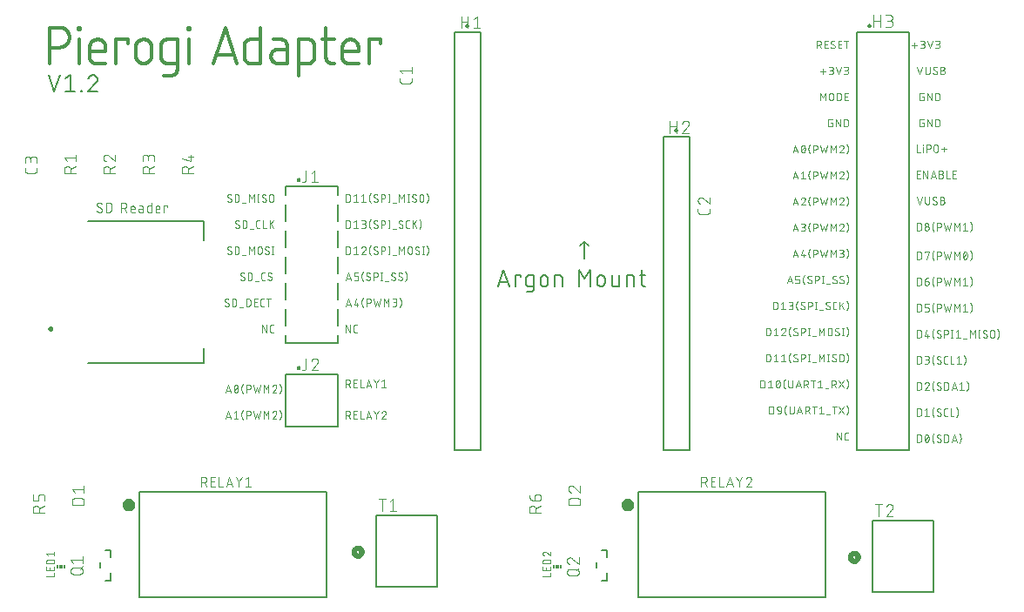
<source format=gbr>
G04 EAGLE Gerber RS-274X export*
G75*
%MOMM*%
%FSLAX34Y34*%
%LPD*%
%INSilkscreen Top*%
%IPPOS*%
%AMOC8*
5,1,8,0,0,1.08239X$1,22.5*%
G01*
%ADD10C,0.076200*%
%ADD11C,0.152400*%
%ADD12C,0.304800*%
%ADD13C,0.127000*%
%ADD14C,0.240000*%
%ADD15C,0.200000*%
%ADD16C,0.101600*%
%ADD17C,0.600000*%
%ADD18R,0.150000X0.300000*%
%ADD19R,0.300000X0.300000*%
%ADD20C,0.508000*%


D10*
X86064Y589661D02*
X86153Y589663D01*
X86241Y589669D01*
X86329Y589678D01*
X86417Y589691D01*
X86504Y589708D01*
X86590Y589728D01*
X86675Y589753D01*
X86760Y589780D01*
X86843Y589812D01*
X86924Y589846D01*
X87004Y589885D01*
X87082Y589926D01*
X87159Y589971D01*
X87233Y590019D01*
X87306Y590070D01*
X87376Y590124D01*
X87443Y590182D01*
X87509Y590242D01*
X87571Y590304D01*
X87631Y590370D01*
X87689Y590437D01*
X87743Y590507D01*
X87794Y590580D01*
X87842Y590654D01*
X87887Y590731D01*
X87928Y590809D01*
X87967Y590889D01*
X88001Y590970D01*
X88033Y591053D01*
X88060Y591138D01*
X88085Y591223D01*
X88105Y591309D01*
X88122Y591396D01*
X88135Y591484D01*
X88144Y591572D01*
X88150Y591660D01*
X88152Y591749D01*
X86064Y589661D02*
X85935Y589663D01*
X85806Y589669D01*
X85677Y589678D01*
X85549Y589691D01*
X85421Y589708D01*
X85294Y589729D01*
X85167Y589753D01*
X85041Y589781D01*
X84916Y589813D01*
X84792Y589848D01*
X84669Y589887D01*
X84547Y589930D01*
X84427Y589976D01*
X84308Y590026D01*
X84190Y590079D01*
X84074Y590135D01*
X83960Y590195D01*
X83847Y590258D01*
X83737Y590325D01*
X83628Y590394D01*
X83522Y590467D01*
X83417Y590543D01*
X83315Y590622D01*
X83216Y590704D01*
X83118Y590788D01*
X83023Y590876D01*
X82931Y590966D01*
X83192Y596971D02*
X83194Y597060D01*
X83200Y597148D01*
X83209Y597236D01*
X83222Y597324D01*
X83239Y597411D01*
X83259Y597497D01*
X83284Y597582D01*
X83311Y597667D01*
X83343Y597750D01*
X83377Y597831D01*
X83416Y597911D01*
X83457Y597989D01*
X83502Y598066D01*
X83550Y598140D01*
X83601Y598213D01*
X83655Y598283D01*
X83713Y598350D01*
X83773Y598416D01*
X83835Y598478D01*
X83901Y598538D01*
X83968Y598596D01*
X84038Y598650D01*
X84111Y598701D01*
X84185Y598749D01*
X84262Y598794D01*
X84340Y598835D01*
X84420Y598874D01*
X84501Y598908D01*
X84584Y598940D01*
X84669Y598967D01*
X84754Y598992D01*
X84840Y599012D01*
X84927Y599029D01*
X85015Y599042D01*
X85103Y599051D01*
X85191Y599057D01*
X85280Y599059D01*
X85400Y599057D01*
X85520Y599052D01*
X85640Y599042D01*
X85759Y599030D01*
X85878Y599013D01*
X85996Y598993D01*
X86114Y598969D01*
X86230Y598942D01*
X86346Y598911D01*
X86461Y598877D01*
X86575Y598839D01*
X86688Y598797D01*
X86799Y598752D01*
X86909Y598704D01*
X87017Y598653D01*
X87124Y598598D01*
X87229Y598540D01*
X87332Y598478D01*
X87433Y598414D01*
X87533Y598346D01*
X87630Y598276D01*
X84236Y595144D02*
X84158Y595192D01*
X84082Y595244D01*
X84009Y595298D01*
X83938Y595356D01*
X83869Y595417D01*
X83803Y595481D01*
X83740Y595548D01*
X83680Y595617D01*
X83623Y595689D01*
X83569Y595763D01*
X83519Y595840D01*
X83471Y595919D01*
X83428Y595999D01*
X83387Y596082D01*
X83351Y596166D01*
X83318Y596251D01*
X83289Y596338D01*
X83263Y596427D01*
X83241Y596516D01*
X83224Y596606D01*
X83210Y596696D01*
X83200Y596788D01*
X83194Y596879D01*
X83192Y596971D01*
X87108Y593576D02*
X87186Y593528D01*
X87262Y593476D01*
X87335Y593422D01*
X87406Y593364D01*
X87475Y593303D01*
X87541Y593239D01*
X87604Y593172D01*
X87664Y593103D01*
X87721Y593031D01*
X87775Y592957D01*
X87825Y592880D01*
X87873Y592801D01*
X87916Y592721D01*
X87957Y592638D01*
X87993Y592554D01*
X88026Y592469D01*
X88055Y592382D01*
X88081Y592293D01*
X88103Y592204D01*
X88120Y592114D01*
X88134Y592024D01*
X88144Y591932D01*
X88150Y591841D01*
X88152Y591749D01*
X87108Y593577D02*
X84236Y595143D01*
X92075Y599059D02*
X92075Y589661D01*
X92075Y599059D02*
X94686Y599059D01*
X94786Y599057D01*
X94886Y599051D01*
X94985Y599042D01*
X95085Y599028D01*
X95183Y599011D01*
X95281Y598990D01*
X95378Y598966D01*
X95474Y598937D01*
X95569Y598905D01*
X95662Y598870D01*
X95754Y598831D01*
X95845Y598788D01*
X95933Y598742D01*
X96020Y598692D01*
X96105Y598640D01*
X96188Y598584D01*
X96269Y598525D01*
X96347Y598462D01*
X96423Y598397D01*
X96497Y598329D01*
X96567Y598259D01*
X96635Y598185D01*
X96700Y598109D01*
X96763Y598031D01*
X96822Y597950D01*
X96878Y597867D01*
X96930Y597782D01*
X96980Y597695D01*
X97026Y597607D01*
X97069Y597516D01*
X97108Y597424D01*
X97143Y597331D01*
X97175Y597236D01*
X97204Y597140D01*
X97228Y597043D01*
X97249Y596945D01*
X97266Y596847D01*
X97280Y596747D01*
X97289Y596648D01*
X97295Y596548D01*
X97297Y596448D01*
X97296Y596448D02*
X97296Y592272D01*
X97297Y592272D02*
X97295Y592172D01*
X97289Y592072D01*
X97280Y591973D01*
X97266Y591873D01*
X97249Y591775D01*
X97228Y591677D01*
X97204Y591580D01*
X97175Y591484D01*
X97143Y591389D01*
X97108Y591296D01*
X97069Y591204D01*
X97026Y591113D01*
X96980Y591025D01*
X96930Y590938D01*
X96878Y590853D01*
X96822Y590770D01*
X96763Y590689D01*
X96700Y590611D01*
X96635Y590535D01*
X96567Y590461D01*
X96497Y590391D01*
X96423Y590323D01*
X96347Y590258D01*
X96269Y590195D01*
X96188Y590136D01*
X96105Y590080D01*
X96020Y590028D01*
X95933Y589978D01*
X95845Y589932D01*
X95754Y589889D01*
X95662Y589850D01*
X95569Y589815D01*
X95474Y589783D01*
X95378Y589754D01*
X95281Y589730D01*
X95183Y589709D01*
X95085Y589692D01*
X94985Y589678D01*
X94886Y589669D01*
X94786Y589663D01*
X94686Y589661D01*
X92075Y589661D01*
X106762Y589661D02*
X106762Y599059D01*
X109373Y599059D01*
X109474Y599057D01*
X109575Y599051D01*
X109676Y599041D01*
X109776Y599028D01*
X109876Y599010D01*
X109975Y598989D01*
X110073Y598963D01*
X110170Y598934D01*
X110266Y598902D01*
X110360Y598865D01*
X110453Y598825D01*
X110545Y598781D01*
X110634Y598734D01*
X110722Y598683D01*
X110808Y598629D01*
X110891Y598572D01*
X110973Y598512D01*
X111051Y598448D01*
X111128Y598382D01*
X111201Y598312D01*
X111272Y598240D01*
X111340Y598165D01*
X111405Y598087D01*
X111467Y598007D01*
X111526Y597925D01*
X111582Y597840D01*
X111634Y597754D01*
X111683Y597665D01*
X111729Y597574D01*
X111770Y597482D01*
X111809Y597388D01*
X111843Y597293D01*
X111874Y597197D01*
X111901Y597099D01*
X111925Y597001D01*
X111944Y596901D01*
X111960Y596801D01*
X111972Y596701D01*
X111980Y596600D01*
X111984Y596499D01*
X111984Y596397D01*
X111980Y596296D01*
X111972Y596195D01*
X111960Y596095D01*
X111944Y595995D01*
X111925Y595895D01*
X111901Y595797D01*
X111874Y595699D01*
X111843Y595603D01*
X111809Y595508D01*
X111770Y595414D01*
X111729Y595322D01*
X111683Y595231D01*
X111634Y595143D01*
X111582Y595056D01*
X111526Y594971D01*
X111467Y594889D01*
X111405Y594809D01*
X111340Y594731D01*
X111272Y594656D01*
X111201Y594584D01*
X111128Y594514D01*
X111051Y594448D01*
X110973Y594384D01*
X110891Y594324D01*
X110808Y594267D01*
X110722Y594213D01*
X110634Y594162D01*
X110545Y594115D01*
X110453Y594071D01*
X110360Y594031D01*
X110266Y593994D01*
X110170Y593962D01*
X110073Y593933D01*
X109975Y593907D01*
X109876Y593886D01*
X109776Y593868D01*
X109676Y593855D01*
X109575Y593845D01*
X109474Y593839D01*
X109373Y593837D01*
X109373Y593838D02*
X106762Y593838D01*
X109895Y593838D02*
X111983Y589661D01*
X117328Y589661D02*
X119939Y589661D01*
X117328Y589661D02*
X117251Y589663D01*
X117175Y589669D01*
X117098Y589678D01*
X117022Y589691D01*
X116947Y589708D01*
X116873Y589728D01*
X116800Y589753D01*
X116729Y589780D01*
X116658Y589811D01*
X116590Y589846D01*
X116523Y589884D01*
X116458Y589925D01*
X116395Y589969D01*
X116335Y590016D01*
X116276Y590067D01*
X116221Y590120D01*
X116168Y590175D01*
X116117Y590234D01*
X116070Y590294D01*
X116026Y590357D01*
X115985Y590422D01*
X115947Y590489D01*
X115912Y590557D01*
X115881Y590628D01*
X115854Y590699D01*
X115829Y590772D01*
X115809Y590846D01*
X115792Y590921D01*
X115779Y590997D01*
X115770Y591074D01*
X115764Y591150D01*
X115762Y591227D01*
X115762Y593838D01*
X115764Y593928D01*
X115770Y594017D01*
X115779Y594107D01*
X115793Y594196D01*
X115810Y594284D01*
X115831Y594371D01*
X115856Y594458D01*
X115885Y594543D01*
X115917Y594627D01*
X115952Y594709D01*
X115992Y594790D01*
X116034Y594869D01*
X116080Y594946D01*
X116130Y595021D01*
X116182Y595094D01*
X116238Y595165D01*
X116296Y595233D01*
X116358Y595298D01*
X116422Y595361D01*
X116489Y595421D01*
X116558Y595478D01*
X116630Y595532D01*
X116704Y595583D01*
X116780Y595631D01*
X116858Y595675D01*
X116938Y595716D01*
X117020Y595754D01*
X117103Y595788D01*
X117188Y595818D01*
X117274Y595845D01*
X117360Y595868D01*
X117448Y595887D01*
X117537Y595902D01*
X117626Y595914D01*
X117715Y595922D01*
X117805Y595926D01*
X117895Y595926D01*
X117985Y595922D01*
X118074Y595914D01*
X118163Y595902D01*
X118252Y595887D01*
X118340Y595868D01*
X118426Y595845D01*
X118512Y595818D01*
X118597Y595788D01*
X118680Y595754D01*
X118762Y595716D01*
X118842Y595675D01*
X118920Y595631D01*
X118996Y595583D01*
X119070Y595532D01*
X119142Y595478D01*
X119211Y595421D01*
X119278Y595361D01*
X119342Y595298D01*
X119404Y595233D01*
X119462Y595165D01*
X119518Y595094D01*
X119570Y595021D01*
X119620Y594946D01*
X119666Y594869D01*
X119708Y594790D01*
X119748Y594709D01*
X119783Y594627D01*
X119815Y594543D01*
X119844Y594458D01*
X119869Y594371D01*
X119890Y594284D01*
X119907Y594196D01*
X119921Y594107D01*
X119930Y594017D01*
X119936Y593928D01*
X119938Y593838D01*
X119939Y593838D02*
X119939Y592794D01*
X115762Y592794D01*
X125468Y593316D02*
X127818Y593316D01*
X125468Y593315D02*
X125384Y593313D01*
X125299Y593307D01*
X125216Y593297D01*
X125132Y593284D01*
X125050Y593266D01*
X124968Y593245D01*
X124887Y593220D01*
X124808Y593192D01*
X124730Y593159D01*
X124654Y593123D01*
X124579Y593084D01*
X124506Y593041D01*
X124435Y592995D01*
X124367Y592946D01*
X124301Y592894D01*
X124237Y592838D01*
X124176Y592780D01*
X124118Y592719D01*
X124062Y592655D01*
X124010Y592589D01*
X123961Y592521D01*
X123915Y592450D01*
X123872Y592377D01*
X123833Y592302D01*
X123797Y592226D01*
X123764Y592148D01*
X123736Y592069D01*
X123711Y591988D01*
X123690Y591906D01*
X123672Y591824D01*
X123659Y591740D01*
X123649Y591657D01*
X123643Y591572D01*
X123641Y591488D01*
X123643Y591404D01*
X123649Y591319D01*
X123659Y591236D01*
X123672Y591152D01*
X123690Y591070D01*
X123711Y590988D01*
X123736Y590907D01*
X123764Y590828D01*
X123797Y590750D01*
X123833Y590674D01*
X123872Y590599D01*
X123915Y590526D01*
X123961Y590455D01*
X124010Y590387D01*
X124062Y590321D01*
X124118Y590257D01*
X124176Y590196D01*
X124237Y590138D01*
X124301Y590082D01*
X124367Y590030D01*
X124435Y589981D01*
X124506Y589935D01*
X124579Y589892D01*
X124654Y589853D01*
X124730Y589817D01*
X124808Y589784D01*
X124887Y589756D01*
X124968Y589731D01*
X125050Y589710D01*
X125132Y589692D01*
X125216Y589679D01*
X125299Y589669D01*
X125384Y589663D01*
X125468Y589661D01*
X127818Y589661D01*
X127818Y594360D01*
X127817Y594360D02*
X127815Y594437D01*
X127809Y594513D01*
X127800Y594590D01*
X127787Y594666D01*
X127770Y594741D01*
X127750Y594815D01*
X127725Y594888D01*
X127698Y594959D01*
X127667Y595030D01*
X127632Y595098D01*
X127594Y595165D01*
X127553Y595230D01*
X127509Y595293D01*
X127462Y595353D01*
X127411Y595412D01*
X127358Y595467D01*
X127303Y595520D01*
X127244Y595571D01*
X127184Y595618D01*
X127121Y595662D01*
X127056Y595703D01*
X126989Y595741D01*
X126921Y595776D01*
X126850Y595807D01*
X126779Y595834D01*
X126706Y595859D01*
X126632Y595879D01*
X126557Y595896D01*
X126481Y595909D01*
X126404Y595918D01*
X126328Y595924D01*
X126251Y595926D01*
X124163Y595926D01*
X136047Y599059D02*
X136047Y589661D01*
X133437Y589661D01*
X133360Y589663D01*
X133284Y589669D01*
X133207Y589678D01*
X133131Y589691D01*
X133056Y589708D01*
X132982Y589728D01*
X132909Y589753D01*
X132838Y589780D01*
X132767Y589811D01*
X132699Y589846D01*
X132632Y589884D01*
X132567Y589925D01*
X132504Y589969D01*
X132444Y590016D01*
X132385Y590067D01*
X132330Y590120D01*
X132277Y590175D01*
X132226Y590234D01*
X132179Y590294D01*
X132135Y590357D01*
X132094Y590422D01*
X132056Y590489D01*
X132021Y590557D01*
X131990Y590628D01*
X131963Y590699D01*
X131938Y590772D01*
X131918Y590846D01*
X131901Y590921D01*
X131888Y590997D01*
X131879Y591074D01*
X131873Y591150D01*
X131871Y591227D01*
X131870Y591227D02*
X131870Y594360D01*
X131871Y594360D02*
X131873Y594437D01*
X131879Y594513D01*
X131888Y594590D01*
X131901Y594666D01*
X131918Y594741D01*
X131938Y594815D01*
X131963Y594888D01*
X131990Y594959D01*
X132021Y595030D01*
X132056Y595098D01*
X132094Y595165D01*
X132135Y595230D01*
X132179Y595293D01*
X132226Y595353D01*
X132277Y595412D01*
X132330Y595467D01*
X132385Y595520D01*
X132444Y595571D01*
X132504Y595618D01*
X132567Y595662D01*
X132632Y595703D01*
X132699Y595741D01*
X132767Y595776D01*
X132838Y595807D01*
X132909Y595834D01*
X132982Y595859D01*
X133056Y595879D01*
X133131Y595896D01*
X133207Y595909D01*
X133284Y595918D01*
X133360Y595924D01*
X133437Y595926D01*
X136047Y595926D01*
X141712Y589661D02*
X144322Y589661D01*
X141712Y589661D02*
X141635Y589663D01*
X141559Y589669D01*
X141482Y589678D01*
X141406Y589691D01*
X141331Y589708D01*
X141257Y589728D01*
X141184Y589753D01*
X141113Y589780D01*
X141042Y589811D01*
X140974Y589846D01*
X140907Y589884D01*
X140842Y589925D01*
X140779Y589969D01*
X140719Y590016D01*
X140660Y590067D01*
X140605Y590120D01*
X140552Y590175D01*
X140501Y590234D01*
X140454Y590294D01*
X140410Y590357D01*
X140369Y590422D01*
X140331Y590489D01*
X140296Y590557D01*
X140265Y590628D01*
X140238Y590699D01*
X140213Y590772D01*
X140193Y590846D01*
X140176Y590921D01*
X140163Y590997D01*
X140154Y591074D01*
X140148Y591150D01*
X140146Y591227D01*
X140146Y593838D01*
X140148Y593928D01*
X140154Y594017D01*
X140163Y594107D01*
X140177Y594196D01*
X140194Y594284D01*
X140215Y594371D01*
X140240Y594458D01*
X140269Y594543D01*
X140301Y594627D01*
X140336Y594709D01*
X140376Y594790D01*
X140418Y594869D01*
X140464Y594946D01*
X140514Y595021D01*
X140566Y595094D01*
X140622Y595165D01*
X140680Y595233D01*
X140742Y595298D01*
X140806Y595361D01*
X140873Y595421D01*
X140942Y595478D01*
X141014Y595532D01*
X141088Y595583D01*
X141164Y595631D01*
X141242Y595675D01*
X141322Y595716D01*
X141404Y595754D01*
X141487Y595788D01*
X141572Y595818D01*
X141658Y595845D01*
X141744Y595868D01*
X141832Y595887D01*
X141921Y595902D01*
X142010Y595914D01*
X142099Y595922D01*
X142189Y595926D01*
X142279Y595926D01*
X142369Y595922D01*
X142458Y595914D01*
X142547Y595902D01*
X142636Y595887D01*
X142724Y595868D01*
X142810Y595845D01*
X142896Y595818D01*
X142981Y595788D01*
X143064Y595754D01*
X143146Y595716D01*
X143226Y595675D01*
X143304Y595631D01*
X143380Y595583D01*
X143454Y595532D01*
X143526Y595478D01*
X143595Y595421D01*
X143662Y595361D01*
X143726Y595298D01*
X143788Y595233D01*
X143846Y595165D01*
X143902Y595094D01*
X143954Y595021D01*
X144004Y594946D01*
X144050Y594869D01*
X144092Y594790D01*
X144132Y594709D01*
X144167Y594627D01*
X144199Y594543D01*
X144228Y594458D01*
X144253Y594371D01*
X144274Y594284D01*
X144291Y594196D01*
X144305Y594107D01*
X144314Y594017D01*
X144320Y593928D01*
X144322Y593838D01*
X144322Y592794D01*
X140146Y592794D01*
X148427Y589661D02*
X148427Y595926D01*
X151559Y595926D01*
X151559Y594882D01*
D11*
X552539Y556966D02*
X557054Y560578D01*
X561570Y556966D01*
X557054Y560578D02*
X557054Y544322D01*
X478621Y533908D02*
X473202Y517652D01*
X484039Y517652D02*
X478621Y533908D01*
X482685Y521716D02*
X474557Y521716D01*
X490203Y517652D02*
X490203Y528489D01*
X495622Y528489D01*
X495622Y526683D01*
X503175Y517652D02*
X507691Y517652D01*
X503175Y517652D02*
X503074Y517654D01*
X502973Y517660D01*
X502872Y517669D01*
X502771Y517682D01*
X502671Y517699D01*
X502572Y517720D01*
X502474Y517744D01*
X502377Y517772D01*
X502280Y517804D01*
X502185Y517839D01*
X502092Y517878D01*
X502000Y517920D01*
X501909Y517966D01*
X501821Y518015D01*
X501734Y518067D01*
X501649Y518123D01*
X501566Y518181D01*
X501486Y518243D01*
X501408Y518308D01*
X501332Y518375D01*
X501259Y518445D01*
X501189Y518518D01*
X501122Y518594D01*
X501057Y518672D01*
X500995Y518752D01*
X500937Y518835D01*
X500881Y518920D01*
X500829Y519007D01*
X500780Y519095D01*
X500734Y519186D01*
X500692Y519278D01*
X500653Y519371D01*
X500618Y519466D01*
X500586Y519563D01*
X500558Y519660D01*
X500534Y519758D01*
X500513Y519857D01*
X500496Y519957D01*
X500483Y520058D01*
X500474Y520159D01*
X500468Y520260D01*
X500466Y520361D01*
X500466Y525780D01*
X500468Y525881D01*
X500474Y525982D01*
X500483Y526083D01*
X500496Y526184D01*
X500513Y526284D01*
X500534Y526383D01*
X500558Y526481D01*
X500586Y526578D01*
X500618Y526675D01*
X500653Y526770D01*
X500692Y526863D01*
X500734Y526955D01*
X500780Y527046D01*
X500829Y527135D01*
X500881Y527221D01*
X500937Y527306D01*
X500995Y527389D01*
X501057Y527469D01*
X501122Y527547D01*
X501189Y527623D01*
X501259Y527696D01*
X501332Y527766D01*
X501408Y527833D01*
X501486Y527898D01*
X501566Y527960D01*
X501649Y528018D01*
X501734Y528074D01*
X501821Y528126D01*
X501909Y528175D01*
X502000Y528221D01*
X502092Y528263D01*
X502185Y528302D01*
X502280Y528337D01*
X502377Y528369D01*
X502474Y528397D01*
X502572Y528421D01*
X502671Y528442D01*
X502771Y528459D01*
X502872Y528472D01*
X502973Y528481D01*
X503074Y528487D01*
X503175Y528489D01*
X507691Y528489D01*
X507691Y514943D01*
X507690Y514943D02*
X507688Y514839D01*
X507682Y514736D01*
X507672Y514632D01*
X507658Y514529D01*
X507640Y514427D01*
X507619Y514326D01*
X507593Y514225D01*
X507564Y514126D01*
X507531Y514027D01*
X507494Y513930D01*
X507453Y513835D01*
X507409Y513741D01*
X507361Y513649D01*
X507310Y513559D01*
X507255Y513470D01*
X507197Y513384D01*
X507135Y513301D01*
X507071Y513219D01*
X507003Y513141D01*
X506933Y513065D01*
X506860Y512991D01*
X506783Y512921D01*
X506705Y512853D01*
X506623Y512789D01*
X506540Y512727D01*
X506454Y512669D01*
X506365Y512614D01*
X506275Y512563D01*
X506183Y512515D01*
X506089Y512471D01*
X505994Y512430D01*
X505897Y512393D01*
X505798Y512360D01*
X505699Y512331D01*
X505598Y512305D01*
X505497Y512284D01*
X505395Y512266D01*
X505292Y512252D01*
X505188Y512242D01*
X505085Y512236D01*
X504981Y512234D01*
X504981Y512233D02*
X501369Y512233D01*
X514607Y521264D02*
X514607Y524877D01*
X514608Y524877D02*
X514610Y524996D01*
X514616Y525116D01*
X514626Y525235D01*
X514640Y525353D01*
X514657Y525472D01*
X514679Y525589D01*
X514704Y525706D01*
X514734Y525821D01*
X514767Y525936D01*
X514804Y526050D01*
X514844Y526162D01*
X514889Y526273D01*
X514937Y526382D01*
X514988Y526490D01*
X515043Y526596D01*
X515102Y526700D01*
X515164Y526802D01*
X515229Y526902D01*
X515298Y527000D01*
X515370Y527096D01*
X515445Y527189D01*
X515522Y527279D01*
X515603Y527367D01*
X515687Y527452D01*
X515774Y527534D01*
X515863Y527614D01*
X515955Y527690D01*
X516049Y527764D01*
X516146Y527834D01*
X516244Y527901D01*
X516345Y527965D01*
X516449Y528025D01*
X516554Y528082D01*
X516661Y528135D01*
X516769Y528185D01*
X516879Y528231D01*
X516991Y528273D01*
X517104Y528312D01*
X517218Y528347D01*
X517333Y528378D01*
X517450Y528406D01*
X517567Y528429D01*
X517684Y528449D01*
X517803Y528465D01*
X517922Y528477D01*
X518041Y528485D01*
X518160Y528489D01*
X518280Y528489D01*
X518399Y528485D01*
X518518Y528477D01*
X518637Y528465D01*
X518756Y528449D01*
X518873Y528429D01*
X518990Y528406D01*
X519107Y528378D01*
X519222Y528347D01*
X519336Y528312D01*
X519449Y528273D01*
X519561Y528231D01*
X519671Y528185D01*
X519779Y528135D01*
X519886Y528082D01*
X519991Y528025D01*
X520095Y527965D01*
X520196Y527901D01*
X520294Y527834D01*
X520391Y527764D01*
X520485Y527690D01*
X520577Y527614D01*
X520666Y527534D01*
X520753Y527452D01*
X520837Y527367D01*
X520918Y527279D01*
X520995Y527189D01*
X521070Y527096D01*
X521142Y527000D01*
X521211Y526902D01*
X521276Y526802D01*
X521338Y526700D01*
X521397Y526596D01*
X521452Y526490D01*
X521503Y526382D01*
X521551Y526273D01*
X521596Y526162D01*
X521636Y526050D01*
X521673Y525936D01*
X521706Y525821D01*
X521736Y525706D01*
X521761Y525589D01*
X521783Y525472D01*
X521800Y525353D01*
X521814Y525235D01*
X521824Y525116D01*
X521830Y524996D01*
X521832Y524877D01*
X521832Y521264D01*
X521830Y521145D01*
X521824Y521025D01*
X521814Y520906D01*
X521800Y520788D01*
X521783Y520669D01*
X521761Y520552D01*
X521736Y520435D01*
X521706Y520320D01*
X521673Y520205D01*
X521636Y520091D01*
X521596Y519979D01*
X521551Y519868D01*
X521503Y519759D01*
X521452Y519651D01*
X521397Y519545D01*
X521338Y519441D01*
X521276Y519339D01*
X521211Y519239D01*
X521142Y519141D01*
X521070Y519045D01*
X520995Y518952D01*
X520918Y518862D01*
X520837Y518774D01*
X520753Y518689D01*
X520666Y518607D01*
X520577Y518527D01*
X520485Y518451D01*
X520391Y518377D01*
X520294Y518307D01*
X520196Y518240D01*
X520095Y518176D01*
X519991Y518116D01*
X519886Y518059D01*
X519779Y518006D01*
X519671Y517956D01*
X519561Y517910D01*
X519449Y517868D01*
X519336Y517829D01*
X519222Y517794D01*
X519107Y517763D01*
X518990Y517735D01*
X518873Y517712D01*
X518756Y517692D01*
X518637Y517676D01*
X518518Y517664D01*
X518399Y517656D01*
X518280Y517652D01*
X518160Y517652D01*
X518041Y517656D01*
X517922Y517664D01*
X517803Y517676D01*
X517684Y517692D01*
X517567Y517712D01*
X517450Y517735D01*
X517333Y517763D01*
X517218Y517794D01*
X517104Y517829D01*
X516991Y517868D01*
X516879Y517910D01*
X516769Y517956D01*
X516661Y518006D01*
X516554Y518059D01*
X516449Y518116D01*
X516345Y518176D01*
X516244Y518240D01*
X516146Y518307D01*
X516049Y518377D01*
X515955Y518451D01*
X515863Y518527D01*
X515774Y518607D01*
X515687Y518689D01*
X515603Y518774D01*
X515522Y518862D01*
X515445Y518952D01*
X515370Y519045D01*
X515298Y519141D01*
X515229Y519239D01*
X515164Y519339D01*
X515102Y519441D01*
X515043Y519545D01*
X514988Y519651D01*
X514937Y519759D01*
X514889Y519868D01*
X514844Y519979D01*
X514804Y520091D01*
X514767Y520205D01*
X514734Y520320D01*
X514704Y520435D01*
X514679Y520552D01*
X514657Y520669D01*
X514640Y520788D01*
X514626Y520906D01*
X514616Y521025D01*
X514610Y521145D01*
X514608Y521264D01*
X528675Y517652D02*
X528675Y528489D01*
X533191Y528489D01*
X533295Y528487D01*
X533398Y528481D01*
X533502Y528471D01*
X533605Y528457D01*
X533707Y528439D01*
X533808Y528418D01*
X533909Y528392D01*
X534008Y528363D01*
X534107Y528330D01*
X534204Y528293D01*
X534299Y528252D01*
X534393Y528208D01*
X534485Y528160D01*
X534575Y528109D01*
X534664Y528054D01*
X534750Y527996D01*
X534833Y527934D01*
X534915Y527870D01*
X534993Y527802D01*
X535069Y527732D01*
X535143Y527659D01*
X535213Y527582D01*
X535281Y527504D01*
X535345Y527422D01*
X535407Y527339D01*
X535465Y527253D01*
X535520Y527164D01*
X535571Y527074D01*
X535619Y526982D01*
X535663Y526888D01*
X535704Y526793D01*
X535741Y526696D01*
X535774Y526597D01*
X535803Y526498D01*
X535829Y526397D01*
X535850Y526296D01*
X535868Y526194D01*
X535882Y526091D01*
X535892Y525987D01*
X535898Y525884D01*
X535900Y525780D01*
X535900Y517652D01*
X551879Y517652D02*
X551879Y533908D01*
X557298Y524877D01*
X562716Y533908D01*
X562716Y517652D01*
X569838Y521264D02*
X569838Y524877D01*
X569840Y524996D01*
X569846Y525116D01*
X569856Y525235D01*
X569870Y525353D01*
X569887Y525472D01*
X569909Y525589D01*
X569934Y525706D01*
X569964Y525821D01*
X569997Y525936D01*
X570034Y526050D01*
X570074Y526162D01*
X570119Y526273D01*
X570167Y526382D01*
X570218Y526490D01*
X570273Y526596D01*
X570332Y526700D01*
X570394Y526802D01*
X570459Y526902D01*
X570528Y527000D01*
X570600Y527096D01*
X570675Y527189D01*
X570752Y527279D01*
X570833Y527367D01*
X570917Y527452D01*
X571004Y527534D01*
X571093Y527614D01*
X571185Y527690D01*
X571279Y527764D01*
X571376Y527834D01*
X571474Y527901D01*
X571575Y527965D01*
X571679Y528025D01*
X571784Y528082D01*
X571891Y528135D01*
X571999Y528185D01*
X572109Y528231D01*
X572221Y528273D01*
X572334Y528312D01*
X572448Y528347D01*
X572563Y528378D01*
X572680Y528406D01*
X572797Y528429D01*
X572914Y528449D01*
X573033Y528465D01*
X573152Y528477D01*
X573271Y528485D01*
X573390Y528489D01*
X573510Y528489D01*
X573629Y528485D01*
X573748Y528477D01*
X573867Y528465D01*
X573986Y528449D01*
X574103Y528429D01*
X574220Y528406D01*
X574337Y528378D01*
X574452Y528347D01*
X574566Y528312D01*
X574679Y528273D01*
X574791Y528231D01*
X574901Y528185D01*
X575009Y528135D01*
X575116Y528082D01*
X575221Y528025D01*
X575325Y527965D01*
X575426Y527901D01*
X575524Y527834D01*
X575621Y527764D01*
X575715Y527690D01*
X575807Y527614D01*
X575896Y527534D01*
X575983Y527452D01*
X576067Y527367D01*
X576148Y527279D01*
X576225Y527189D01*
X576300Y527096D01*
X576372Y527000D01*
X576441Y526902D01*
X576506Y526802D01*
X576568Y526700D01*
X576627Y526596D01*
X576682Y526490D01*
X576733Y526382D01*
X576781Y526273D01*
X576826Y526162D01*
X576866Y526050D01*
X576903Y525936D01*
X576936Y525821D01*
X576966Y525706D01*
X576991Y525589D01*
X577013Y525472D01*
X577030Y525353D01*
X577044Y525235D01*
X577054Y525116D01*
X577060Y524996D01*
X577062Y524877D01*
X577063Y524877D02*
X577063Y521264D01*
X577062Y521264D02*
X577060Y521145D01*
X577054Y521025D01*
X577044Y520906D01*
X577030Y520788D01*
X577013Y520669D01*
X576991Y520552D01*
X576966Y520435D01*
X576936Y520320D01*
X576903Y520205D01*
X576866Y520091D01*
X576826Y519979D01*
X576781Y519868D01*
X576733Y519759D01*
X576682Y519651D01*
X576627Y519545D01*
X576568Y519441D01*
X576506Y519339D01*
X576441Y519239D01*
X576372Y519141D01*
X576300Y519045D01*
X576225Y518952D01*
X576148Y518862D01*
X576067Y518774D01*
X575983Y518689D01*
X575896Y518607D01*
X575807Y518527D01*
X575715Y518451D01*
X575621Y518377D01*
X575524Y518307D01*
X575426Y518240D01*
X575325Y518176D01*
X575221Y518116D01*
X575116Y518059D01*
X575009Y518006D01*
X574901Y517956D01*
X574791Y517910D01*
X574679Y517868D01*
X574566Y517829D01*
X574452Y517794D01*
X574337Y517763D01*
X574220Y517735D01*
X574103Y517712D01*
X573986Y517692D01*
X573867Y517676D01*
X573748Y517664D01*
X573629Y517656D01*
X573510Y517652D01*
X573390Y517652D01*
X573271Y517656D01*
X573152Y517664D01*
X573033Y517676D01*
X572914Y517692D01*
X572797Y517712D01*
X572680Y517735D01*
X572563Y517763D01*
X572448Y517794D01*
X572334Y517829D01*
X572221Y517868D01*
X572109Y517910D01*
X571999Y517956D01*
X571891Y518006D01*
X571784Y518059D01*
X571679Y518116D01*
X571575Y518176D01*
X571474Y518240D01*
X571376Y518307D01*
X571279Y518377D01*
X571185Y518451D01*
X571093Y518527D01*
X571004Y518607D01*
X570917Y518689D01*
X570833Y518774D01*
X570752Y518862D01*
X570675Y518952D01*
X570600Y519045D01*
X570528Y519141D01*
X570459Y519239D01*
X570394Y519339D01*
X570332Y519441D01*
X570273Y519545D01*
X570218Y519651D01*
X570167Y519759D01*
X570119Y519868D01*
X570074Y519979D01*
X570034Y520091D01*
X569997Y520205D01*
X569964Y520320D01*
X569934Y520435D01*
X569909Y520552D01*
X569887Y520669D01*
X569870Y520788D01*
X569856Y520906D01*
X569846Y521025D01*
X569840Y521145D01*
X569838Y521264D01*
X583906Y520361D02*
X583906Y528489D01*
X583906Y520361D02*
X583908Y520260D01*
X583914Y520159D01*
X583923Y520058D01*
X583936Y519957D01*
X583953Y519857D01*
X583974Y519758D01*
X583998Y519660D01*
X584026Y519563D01*
X584058Y519466D01*
X584093Y519371D01*
X584132Y519278D01*
X584174Y519186D01*
X584220Y519095D01*
X584269Y519007D01*
X584321Y518920D01*
X584377Y518835D01*
X584435Y518752D01*
X584497Y518672D01*
X584562Y518594D01*
X584629Y518518D01*
X584699Y518445D01*
X584772Y518375D01*
X584848Y518308D01*
X584926Y518243D01*
X585006Y518181D01*
X585089Y518123D01*
X585174Y518067D01*
X585261Y518015D01*
X585349Y517966D01*
X585440Y517920D01*
X585532Y517878D01*
X585625Y517839D01*
X585720Y517804D01*
X585817Y517772D01*
X585914Y517744D01*
X586012Y517720D01*
X586111Y517699D01*
X586211Y517682D01*
X586312Y517669D01*
X586413Y517660D01*
X586514Y517654D01*
X586615Y517652D01*
X591131Y517652D01*
X591131Y528489D01*
X598495Y528489D02*
X598495Y517652D01*
X598495Y528489D02*
X603010Y528489D01*
X603114Y528487D01*
X603217Y528481D01*
X603321Y528471D01*
X603424Y528457D01*
X603526Y528439D01*
X603627Y528418D01*
X603728Y528392D01*
X603827Y528363D01*
X603926Y528330D01*
X604023Y528293D01*
X604118Y528252D01*
X604212Y528208D01*
X604304Y528160D01*
X604394Y528109D01*
X604483Y528054D01*
X604569Y527996D01*
X604652Y527934D01*
X604734Y527870D01*
X604812Y527802D01*
X604888Y527732D01*
X604962Y527659D01*
X605032Y527582D01*
X605100Y527504D01*
X605164Y527422D01*
X605226Y527339D01*
X605284Y527253D01*
X605339Y527164D01*
X605390Y527074D01*
X605438Y526982D01*
X605482Y526888D01*
X605523Y526793D01*
X605560Y526696D01*
X605593Y526597D01*
X605622Y526498D01*
X605648Y526397D01*
X605669Y526296D01*
X605687Y526194D01*
X605701Y526091D01*
X605711Y525987D01*
X605717Y525884D01*
X605719Y525780D01*
X605720Y525780D02*
X605720Y517652D01*
X611266Y528489D02*
X616684Y528489D01*
X613072Y533908D02*
X613072Y520361D01*
X613074Y520260D01*
X613080Y520159D01*
X613089Y520058D01*
X613102Y519957D01*
X613119Y519857D01*
X613140Y519758D01*
X613164Y519660D01*
X613192Y519563D01*
X613224Y519466D01*
X613259Y519371D01*
X613298Y519278D01*
X613340Y519186D01*
X613386Y519095D01*
X613435Y519007D01*
X613487Y518920D01*
X613543Y518835D01*
X613601Y518752D01*
X613663Y518672D01*
X613728Y518594D01*
X613795Y518518D01*
X613865Y518445D01*
X613938Y518375D01*
X614014Y518308D01*
X614092Y518243D01*
X614172Y518181D01*
X614255Y518123D01*
X614340Y518067D01*
X614427Y518015D01*
X614515Y517966D01*
X614606Y517920D01*
X614698Y517878D01*
X614791Y517839D01*
X614886Y517804D01*
X614983Y517772D01*
X615080Y517744D01*
X615178Y517720D01*
X615277Y517699D01*
X615377Y517682D01*
X615478Y517669D01*
X615579Y517660D01*
X615680Y517654D01*
X615781Y517652D01*
X616684Y517652D01*
D12*
X37084Y734314D02*
X37084Y769366D01*
X46821Y769366D01*
X47058Y769363D01*
X47295Y769354D01*
X47532Y769340D01*
X47768Y769320D01*
X48004Y769294D01*
X48239Y769262D01*
X48473Y769225D01*
X48706Y769182D01*
X48938Y769133D01*
X49169Y769079D01*
X49398Y769019D01*
X49626Y768953D01*
X49852Y768882D01*
X50077Y768806D01*
X50299Y768724D01*
X50520Y768636D01*
X50738Y768543D01*
X50954Y768445D01*
X51167Y768342D01*
X51378Y768234D01*
X51586Y768120D01*
X51792Y768002D01*
X51994Y767878D01*
X52194Y767750D01*
X52390Y767616D01*
X52583Y767478D01*
X52772Y767336D01*
X52958Y767189D01*
X53140Y767037D01*
X53319Y766881D01*
X53493Y766720D01*
X53664Y766556D01*
X53831Y766387D01*
X53993Y766215D01*
X54151Y766038D01*
X54305Y765857D01*
X54455Y765673D01*
X54600Y765486D01*
X54740Y765295D01*
X54876Y765100D01*
X55006Y764902D01*
X55132Y764701D01*
X55253Y764498D01*
X55370Y764291D01*
X55481Y764081D01*
X55586Y763869D01*
X55687Y763654D01*
X55782Y763437D01*
X55872Y763218D01*
X55957Y762996D01*
X56036Y762773D01*
X56110Y762548D01*
X56179Y762320D01*
X56241Y762092D01*
X56299Y761862D01*
X56350Y761630D01*
X56396Y761398D01*
X56436Y761164D01*
X56471Y760929D01*
X56500Y760694D01*
X56523Y760458D01*
X56540Y760221D01*
X56552Y759985D01*
X56557Y759748D01*
X56557Y759510D01*
X56552Y759273D01*
X56540Y759037D01*
X56523Y758800D01*
X56500Y758564D01*
X56471Y758329D01*
X56436Y758094D01*
X56396Y757860D01*
X56350Y757628D01*
X56299Y757396D01*
X56241Y757166D01*
X56179Y756938D01*
X56110Y756710D01*
X56036Y756485D01*
X55957Y756262D01*
X55872Y756040D01*
X55782Y755821D01*
X55687Y755604D01*
X55586Y755389D01*
X55481Y755177D01*
X55370Y754967D01*
X55253Y754761D01*
X55132Y754557D01*
X55006Y754356D01*
X54876Y754158D01*
X54740Y753963D01*
X54600Y753772D01*
X54455Y753585D01*
X54305Y753401D01*
X54151Y753220D01*
X53993Y753043D01*
X53831Y752871D01*
X53664Y752702D01*
X53493Y752538D01*
X53319Y752377D01*
X53140Y752221D01*
X52958Y752069D01*
X52772Y751922D01*
X52583Y751780D01*
X52390Y751642D01*
X52194Y751508D01*
X51994Y751380D01*
X51792Y751256D01*
X51586Y751138D01*
X51378Y751024D01*
X51167Y750916D01*
X50954Y750813D01*
X50738Y750715D01*
X50520Y750622D01*
X50299Y750534D01*
X50077Y750452D01*
X49852Y750376D01*
X49626Y750305D01*
X49398Y750239D01*
X49169Y750179D01*
X48938Y750125D01*
X48706Y750076D01*
X48473Y750033D01*
X48239Y749996D01*
X48004Y749964D01*
X47768Y749938D01*
X47532Y749918D01*
X47295Y749904D01*
X47058Y749895D01*
X46821Y749892D01*
X46821Y749893D02*
X37084Y749893D01*
X65941Y757682D02*
X65941Y734314D01*
X64968Y767419D02*
X64968Y769366D01*
X66915Y769366D01*
X66915Y767419D01*
X64968Y767419D01*
X82091Y734314D02*
X91828Y734314D01*
X82091Y734314D02*
X81941Y734316D01*
X81790Y734322D01*
X81640Y734331D01*
X81490Y734345D01*
X81341Y734362D01*
X81192Y734384D01*
X81044Y734409D01*
X80896Y734438D01*
X80749Y734470D01*
X80603Y734507D01*
X80458Y734547D01*
X80314Y734591D01*
X80172Y734638D01*
X80030Y734690D01*
X79890Y734744D01*
X79752Y734803D01*
X79614Y734865D01*
X79479Y734930D01*
X79345Y734999D01*
X79214Y735072D01*
X79084Y735148D01*
X78956Y735227D01*
X78830Y735309D01*
X78706Y735395D01*
X78585Y735483D01*
X78465Y735575D01*
X78349Y735670D01*
X78234Y735768D01*
X78123Y735869D01*
X78014Y735972D01*
X77907Y736079D01*
X77804Y736188D01*
X77703Y736299D01*
X77605Y736414D01*
X77510Y736530D01*
X77418Y736650D01*
X77330Y736771D01*
X77244Y736895D01*
X77162Y737021D01*
X77083Y737149D01*
X77007Y737279D01*
X76934Y737410D01*
X76865Y737544D01*
X76800Y737679D01*
X76738Y737817D01*
X76679Y737955D01*
X76625Y738095D01*
X76573Y738237D01*
X76526Y738379D01*
X76482Y738523D01*
X76442Y738668D01*
X76405Y738814D01*
X76373Y738961D01*
X76344Y739109D01*
X76319Y739257D01*
X76297Y739406D01*
X76280Y739555D01*
X76266Y739705D01*
X76257Y739855D01*
X76251Y740006D01*
X76249Y740156D01*
X76249Y749893D01*
X76250Y749893D02*
X76252Y750083D01*
X76259Y750272D01*
X76271Y750462D01*
X76287Y750651D01*
X76308Y750839D01*
X76333Y751027D01*
X76363Y751214D01*
X76397Y751401D01*
X76436Y751587D01*
X76480Y751771D01*
X76528Y751955D01*
X76580Y752137D01*
X76637Y752318D01*
X76698Y752497D01*
X76764Y752675D01*
X76834Y752852D01*
X76908Y753026D01*
X76986Y753199D01*
X77069Y753370D01*
X77156Y753539D01*
X77247Y753705D01*
X77341Y753869D01*
X77440Y754031D01*
X77543Y754191D01*
X77650Y754348D01*
X77760Y754502D01*
X77874Y754653D01*
X77992Y754802D01*
X78113Y754948D01*
X78238Y755091D01*
X78366Y755230D01*
X78498Y755367D01*
X78633Y755500D01*
X78771Y755630D01*
X78912Y755757D01*
X79057Y755880D01*
X79204Y756000D01*
X79354Y756115D01*
X79507Y756228D01*
X79663Y756336D01*
X79821Y756441D01*
X79981Y756542D01*
X80145Y756638D01*
X80310Y756731D01*
X80478Y756820D01*
X80647Y756905D01*
X80819Y756985D01*
X80993Y757062D01*
X81168Y757134D01*
X81345Y757201D01*
X81524Y757265D01*
X81704Y757324D01*
X81886Y757379D01*
X82069Y757429D01*
X82253Y757474D01*
X82438Y757516D01*
X82624Y757552D01*
X82811Y757585D01*
X82999Y757612D01*
X83187Y757635D01*
X83376Y757654D01*
X83565Y757668D01*
X83755Y757677D01*
X83944Y757681D01*
X84134Y757681D01*
X84323Y757677D01*
X84513Y757668D01*
X84702Y757654D01*
X84891Y757635D01*
X85079Y757612D01*
X85267Y757585D01*
X85454Y757552D01*
X85640Y757516D01*
X85825Y757474D01*
X86009Y757429D01*
X86192Y757379D01*
X86374Y757324D01*
X86554Y757265D01*
X86733Y757201D01*
X86910Y757134D01*
X87085Y757062D01*
X87259Y756985D01*
X87431Y756905D01*
X87600Y756820D01*
X87768Y756731D01*
X87934Y756638D01*
X88097Y756542D01*
X88257Y756441D01*
X88415Y756336D01*
X88571Y756228D01*
X88724Y756115D01*
X88874Y756000D01*
X89021Y755880D01*
X89166Y755757D01*
X89307Y755630D01*
X89445Y755500D01*
X89580Y755367D01*
X89712Y755230D01*
X89840Y755091D01*
X89965Y754948D01*
X90086Y754802D01*
X90204Y754653D01*
X90318Y754502D01*
X90428Y754348D01*
X90535Y754191D01*
X90638Y754031D01*
X90737Y753869D01*
X90831Y753705D01*
X90922Y753539D01*
X91009Y753370D01*
X91092Y753199D01*
X91170Y753026D01*
X91244Y752852D01*
X91314Y752675D01*
X91380Y752497D01*
X91441Y752318D01*
X91498Y752137D01*
X91550Y751955D01*
X91598Y751771D01*
X91642Y751587D01*
X91681Y751401D01*
X91715Y751214D01*
X91745Y751027D01*
X91770Y750839D01*
X91791Y750651D01*
X91807Y750462D01*
X91819Y750272D01*
X91826Y750083D01*
X91828Y749893D01*
X91828Y745998D01*
X76249Y745998D01*
X101933Y734314D02*
X101933Y757682D01*
X113617Y757682D01*
X113617Y753787D01*
X121017Y749893D02*
X121017Y742103D01*
X121017Y749893D02*
X121019Y750083D01*
X121026Y750272D01*
X121038Y750462D01*
X121054Y750651D01*
X121075Y750839D01*
X121100Y751027D01*
X121130Y751214D01*
X121164Y751401D01*
X121203Y751587D01*
X121247Y751771D01*
X121295Y751955D01*
X121347Y752137D01*
X121404Y752318D01*
X121465Y752497D01*
X121531Y752675D01*
X121601Y752852D01*
X121675Y753026D01*
X121753Y753199D01*
X121836Y753370D01*
X121923Y753539D01*
X122014Y753705D01*
X122108Y753869D01*
X122207Y754031D01*
X122310Y754191D01*
X122417Y754348D01*
X122527Y754502D01*
X122641Y754653D01*
X122759Y754802D01*
X122880Y754948D01*
X123005Y755091D01*
X123133Y755230D01*
X123265Y755367D01*
X123400Y755500D01*
X123538Y755630D01*
X123679Y755757D01*
X123824Y755880D01*
X123971Y756000D01*
X124121Y756115D01*
X124274Y756228D01*
X124430Y756336D01*
X124588Y756441D01*
X124748Y756542D01*
X124912Y756638D01*
X125077Y756731D01*
X125245Y756820D01*
X125414Y756905D01*
X125586Y756985D01*
X125760Y757062D01*
X125935Y757134D01*
X126112Y757201D01*
X126291Y757265D01*
X126471Y757324D01*
X126653Y757379D01*
X126836Y757429D01*
X127020Y757474D01*
X127205Y757516D01*
X127391Y757552D01*
X127578Y757585D01*
X127766Y757612D01*
X127954Y757635D01*
X128143Y757654D01*
X128332Y757668D01*
X128522Y757677D01*
X128711Y757681D01*
X128901Y757681D01*
X129090Y757677D01*
X129280Y757668D01*
X129469Y757654D01*
X129658Y757635D01*
X129846Y757612D01*
X130034Y757585D01*
X130221Y757552D01*
X130407Y757516D01*
X130592Y757474D01*
X130776Y757429D01*
X130959Y757379D01*
X131141Y757324D01*
X131321Y757265D01*
X131500Y757201D01*
X131677Y757134D01*
X131852Y757062D01*
X132026Y756985D01*
X132198Y756905D01*
X132367Y756820D01*
X132535Y756731D01*
X132701Y756638D01*
X132864Y756542D01*
X133024Y756441D01*
X133182Y756336D01*
X133338Y756228D01*
X133491Y756115D01*
X133641Y756000D01*
X133788Y755880D01*
X133933Y755757D01*
X134074Y755630D01*
X134212Y755500D01*
X134347Y755367D01*
X134479Y755230D01*
X134607Y755091D01*
X134732Y754948D01*
X134853Y754802D01*
X134971Y754653D01*
X135085Y754502D01*
X135195Y754348D01*
X135302Y754191D01*
X135405Y754031D01*
X135504Y753869D01*
X135598Y753705D01*
X135689Y753539D01*
X135776Y753370D01*
X135859Y753199D01*
X135937Y753026D01*
X136011Y752852D01*
X136081Y752675D01*
X136147Y752497D01*
X136208Y752318D01*
X136265Y752137D01*
X136317Y751955D01*
X136365Y751771D01*
X136409Y751587D01*
X136448Y751401D01*
X136482Y751214D01*
X136512Y751027D01*
X136537Y750839D01*
X136558Y750651D01*
X136574Y750462D01*
X136586Y750272D01*
X136593Y750083D01*
X136595Y749893D01*
X136595Y742103D01*
X136593Y741913D01*
X136586Y741724D01*
X136574Y741534D01*
X136558Y741345D01*
X136537Y741157D01*
X136512Y740969D01*
X136482Y740782D01*
X136448Y740595D01*
X136409Y740409D01*
X136365Y740225D01*
X136317Y740041D01*
X136265Y739859D01*
X136208Y739678D01*
X136147Y739499D01*
X136081Y739321D01*
X136011Y739144D01*
X135937Y738970D01*
X135859Y738797D01*
X135776Y738626D01*
X135689Y738457D01*
X135598Y738291D01*
X135504Y738127D01*
X135405Y737965D01*
X135302Y737805D01*
X135195Y737648D01*
X135085Y737494D01*
X134971Y737343D01*
X134853Y737194D01*
X134732Y737048D01*
X134607Y736905D01*
X134479Y736766D01*
X134347Y736629D01*
X134212Y736496D01*
X134074Y736366D01*
X133933Y736239D01*
X133788Y736116D01*
X133641Y735996D01*
X133491Y735881D01*
X133338Y735768D01*
X133182Y735660D01*
X133024Y735555D01*
X132864Y735454D01*
X132701Y735358D01*
X132535Y735265D01*
X132367Y735176D01*
X132198Y735091D01*
X132026Y735011D01*
X131852Y734934D01*
X131677Y734862D01*
X131500Y734795D01*
X131321Y734731D01*
X131141Y734672D01*
X130959Y734617D01*
X130776Y734567D01*
X130592Y734522D01*
X130407Y734480D01*
X130221Y734444D01*
X130034Y734411D01*
X129846Y734384D01*
X129658Y734361D01*
X129469Y734342D01*
X129280Y734328D01*
X129090Y734319D01*
X128901Y734315D01*
X128711Y734315D01*
X128522Y734319D01*
X128332Y734328D01*
X128143Y734342D01*
X127954Y734361D01*
X127766Y734384D01*
X127578Y734411D01*
X127391Y734444D01*
X127205Y734480D01*
X127020Y734522D01*
X126836Y734567D01*
X126653Y734617D01*
X126471Y734672D01*
X126291Y734731D01*
X126112Y734795D01*
X125935Y734862D01*
X125760Y734934D01*
X125586Y735011D01*
X125414Y735091D01*
X125245Y735176D01*
X125077Y735265D01*
X124912Y735358D01*
X124748Y735454D01*
X124588Y735555D01*
X124430Y735660D01*
X124274Y735768D01*
X124121Y735881D01*
X123971Y735996D01*
X123824Y736116D01*
X123679Y736239D01*
X123538Y736366D01*
X123400Y736496D01*
X123265Y736629D01*
X123133Y736766D01*
X123005Y736905D01*
X122880Y737048D01*
X122759Y737194D01*
X122641Y737343D01*
X122527Y737494D01*
X122417Y737648D01*
X122310Y737805D01*
X122207Y737965D01*
X122108Y738127D01*
X122014Y738291D01*
X121923Y738457D01*
X121836Y738626D01*
X121753Y738797D01*
X121675Y738970D01*
X121601Y739144D01*
X121531Y739321D01*
X121465Y739499D01*
X121404Y739678D01*
X121347Y739859D01*
X121295Y740041D01*
X121247Y740225D01*
X121203Y740409D01*
X121164Y740595D01*
X121130Y740782D01*
X121100Y740969D01*
X121075Y741157D01*
X121054Y741345D01*
X121038Y741534D01*
X121026Y741724D01*
X121019Y741913D01*
X121017Y742103D01*
X151648Y734314D02*
X161385Y734314D01*
X151648Y734314D02*
X151498Y734316D01*
X151347Y734322D01*
X151197Y734331D01*
X151047Y734345D01*
X150898Y734362D01*
X150749Y734384D01*
X150601Y734409D01*
X150453Y734438D01*
X150306Y734470D01*
X150160Y734507D01*
X150015Y734547D01*
X149871Y734591D01*
X149729Y734638D01*
X149587Y734690D01*
X149447Y734744D01*
X149309Y734803D01*
X149171Y734865D01*
X149036Y734930D01*
X148902Y734999D01*
X148771Y735072D01*
X148641Y735148D01*
X148513Y735227D01*
X148387Y735309D01*
X148263Y735395D01*
X148142Y735483D01*
X148022Y735575D01*
X147906Y735670D01*
X147791Y735768D01*
X147680Y735869D01*
X147571Y735972D01*
X147464Y736079D01*
X147361Y736188D01*
X147260Y736299D01*
X147162Y736414D01*
X147067Y736530D01*
X146975Y736650D01*
X146887Y736771D01*
X146801Y736895D01*
X146719Y737021D01*
X146640Y737149D01*
X146564Y737279D01*
X146491Y737410D01*
X146422Y737544D01*
X146357Y737679D01*
X146295Y737817D01*
X146236Y737955D01*
X146182Y738095D01*
X146130Y738237D01*
X146083Y738379D01*
X146039Y738523D01*
X145999Y738668D01*
X145962Y738814D01*
X145930Y738961D01*
X145901Y739109D01*
X145876Y739257D01*
X145854Y739406D01*
X145837Y739555D01*
X145823Y739705D01*
X145814Y739855D01*
X145808Y740006D01*
X145806Y740156D01*
X145806Y751840D01*
X145808Y751990D01*
X145814Y752141D01*
X145823Y752291D01*
X145837Y752441D01*
X145854Y752590D01*
X145876Y752739D01*
X145901Y752887D01*
X145930Y753035D01*
X145962Y753182D01*
X145999Y753328D01*
X146039Y753473D01*
X146083Y753617D01*
X146130Y753759D01*
X146182Y753901D01*
X146236Y754041D01*
X146295Y754179D01*
X146357Y754317D01*
X146422Y754452D01*
X146491Y754586D01*
X146564Y754717D01*
X146640Y754847D01*
X146719Y754975D01*
X146801Y755101D01*
X146887Y755225D01*
X146975Y755346D01*
X147067Y755466D01*
X147162Y755582D01*
X147260Y755697D01*
X147361Y755808D01*
X147464Y755917D01*
X147571Y756024D01*
X147680Y756127D01*
X147791Y756228D01*
X147906Y756326D01*
X148022Y756421D01*
X148142Y756513D01*
X148263Y756601D01*
X148387Y756687D01*
X148513Y756769D01*
X148641Y756848D01*
X148771Y756924D01*
X148902Y756997D01*
X149036Y757066D01*
X149171Y757131D01*
X149309Y757193D01*
X149447Y757252D01*
X149587Y757306D01*
X149729Y757358D01*
X149871Y757405D01*
X150015Y757449D01*
X150160Y757489D01*
X150306Y757526D01*
X150453Y757558D01*
X150601Y757587D01*
X150749Y757612D01*
X150898Y757634D01*
X151047Y757651D01*
X151197Y757665D01*
X151347Y757674D01*
X151498Y757680D01*
X151648Y757682D01*
X161385Y757682D01*
X161385Y728472D01*
X161383Y728322D01*
X161377Y728171D01*
X161368Y728021D01*
X161354Y727871D01*
X161337Y727722D01*
X161315Y727573D01*
X161290Y727425D01*
X161261Y727277D01*
X161229Y727130D01*
X161192Y726984D01*
X161152Y726839D01*
X161108Y726695D01*
X161061Y726553D01*
X161009Y726411D01*
X160955Y726271D01*
X160896Y726133D01*
X160834Y725995D01*
X160769Y725860D01*
X160700Y725726D01*
X160627Y725595D01*
X160551Y725465D01*
X160472Y725337D01*
X160390Y725211D01*
X160304Y725087D01*
X160216Y724966D01*
X160124Y724846D01*
X160029Y724730D01*
X159931Y724615D01*
X159830Y724504D01*
X159727Y724395D01*
X159620Y724288D01*
X159511Y724185D01*
X159400Y724084D01*
X159285Y723986D01*
X159169Y723891D01*
X159049Y723799D01*
X158928Y723711D01*
X158804Y723625D01*
X158678Y723543D01*
X158550Y723464D01*
X158420Y723388D01*
X158289Y723315D01*
X158155Y723246D01*
X158020Y723181D01*
X157882Y723119D01*
X157744Y723060D01*
X157604Y723006D01*
X157462Y722954D01*
X157320Y722907D01*
X157176Y722863D01*
X157031Y722823D01*
X156885Y722786D01*
X156738Y722754D01*
X156590Y722725D01*
X156442Y722700D01*
X156293Y722678D01*
X156144Y722661D01*
X155994Y722647D01*
X155844Y722638D01*
X155693Y722632D01*
X155543Y722630D01*
X147753Y722630D01*
X172621Y734314D02*
X172621Y757682D01*
X171647Y767419D02*
X171647Y769366D01*
X173595Y769366D01*
X173595Y767419D01*
X171647Y767419D01*
X207864Y769366D02*
X196180Y734314D01*
X219548Y734314D02*
X207864Y769366D01*
X216627Y743077D02*
X199101Y743077D01*
X242347Y734314D02*
X242347Y769366D01*
X242347Y734314D02*
X232610Y734314D01*
X232460Y734316D01*
X232309Y734322D01*
X232159Y734331D01*
X232009Y734345D01*
X231860Y734362D01*
X231711Y734384D01*
X231563Y734409D01*
X231415Y734438D01*
X231268Y734470D01*
X231122Y734507D01*
X230977Y734547D01*
X230833Y734591D01*
X230691Y734638D01*
X230549Y734690D01*
X230409Y734744D01*
X230271Y734803D01*
X230133Y734865D01*
X229998Y734930D01*
X229864Y734999D01*
X229733Y735072D01*
X229603Y735148D01*
X229475Y735227D01*
X229349Y735309D01*
X229225Y735395D01*
X229104Y735483D01*
X228984Y735575D01*
X228868Y735670D01*
X228753Y735768D01*
X228642Y735869D01*
X228533Y735972D01*
X228426Y736079D01*
X228323Y736188D01*
X228222Y736299D01*
X228124Y736414D01*
X228029Y736530D01*
X227937Y736650D01*
X227849Y736771D01*
X227763Y736895D01*
X227681Y737021D01*
X227602Y737149D01*
X227526Y737279D01*
X227453Y737410D01*
X227384Y737544D01*
X227319Y737679D01*
X227257Y737817D01*
X227198Y737955D01*
X227144Y738095D01*
X227092Y738237D01*
X227045Y738379D01*
X227001Y738523D01*
X226961Y738668D01*
X226924Y738814D01*
X226892Y738961D01*
X226863Y739109D01*
X226838Y739257D01*
X226816Y739406D01*
X226799Y739555D01*
X226785Y739705D01*
X226776Y739855D01*
X226770Y740006D01*
X226768Y740156D01*
X226768Y751840D01*
X226770Y751990D01*
X226776Y752141D01*
X226785Y752291D01*
X226799Y752441D01*
X226816Y752590D01*
X226838Y752739D01*
X226863Y752887D01*
X226892Y753035D01*
X226924Y753182D01*
X226961Y753328D01*
X227001Y753473D01*
X227045Y753617D01*
X227092Y753759D01*
X227144Y753901D01*
X227198Y754041D01*
X227257Y754179D01*
X227319Y754317D01*
X227384Y754452D01*
X227453Y754586D01*
X227526Y754717D01*
X227602Y754847D01*
X227681Y754975D01*
X227763Y755101D01*
X227849Y755225D01*
X227937Y755346D01*
X228029Y755466D01*
X228124Y755582D01*
X228222Y755697D01*
X228323Y755808D01*
X228426Y755917D01*
X228533Y756024D01*
X228642Y756127D01*
X228753Y756228D01*
X228868Y756326D01*
X228984Y756421D01*
X229104Y756513D01*
X229225Y756601D01*
X229349Y756687D01*
X229475Y756769D01*
X229603Y756848D01*
X229733Y756924D01*
X229864Y756997D01*
X229998Y757066D01*
X230133Y757131D01*
X230271Y757193D01*
X230409Y757252D01*
X230549Y757306D01*
X230691Y757358D01*
X230833Y757405D01*
X230977Y757449D01*
X231122Y757489D01*
X231268Y757526D01*
X231415Y757558D01*
X231563Y757587D01*
X231711Y757612D01*
X231860Y757634D01*
X232009Y757651D01*
X232159Y757665D01*
X232309Y757674D01*
X232460Y757680D01*
X232610Y757682D01*
X242347Y757682D01*
X259302Y747945D02*
X268065Y747945D01*
X259302Y747946D02*
X259136Y747944D01*
X258970Y747938D01*
X258804Y747928D01*
X258639Y747914D01*
X258474Y747896D01*
X258310Y747873D01*
X258146Y747847D01*
X257982Y747817D01*
X257820Y747783D01*
X257658Y747745D01*
X257498Y747703D01*
X257338Y747657D01*
X257180Y747607D01*
X257023Y747554D01*
X256867Y747496D01*
X256713Y747435D01*
X256560Y747370D01*
X256409Y747302D01*
X256259Y747229D01*
X256112Y747153D01*
X255966Y747074D01*
X255822Y746991D01*
X255681Y746904D01*
X255541Y746815D01*
X255404Y746721D01*
X255269Y746625D01*
X255136Y746525D01*
X255006Y746422D01*
X254879Y746316D01*
X254754Y746206D01*
X254631Y746094D01*
X254512Y745979D01*
X254395Y745861D01*
X254281Y745740D01*
X254171Y745616D01*
X254063Y745490D01*
X253958Y745361D01*
X253857Y745230D01*
X253759Y745096D01*
X253664Y744960D01*
X253572Y744821D01*
X253484Y744681D01*
X253399Y744538D01*
X253318Y744393D01*
X253240Y744247D01*
X253166Y744098D01*
X253096Y743948D01*
X253029Y743796D01*
X252966Y743642D01*
X252907Y743487D01*
X252851Y743331D01*
X252799Y743173D01*
X252752Y743014D01*
X252708Y742854D01*
X252668Y742693D01*
X252632Y742531D01*
X252599Y742368D01*
X252571Y742204D01*
X252547Y742040D01*
X252527Y741875D01*
X252511Y741710D01*
X252499Y741545D01*
X252491Y741379D01*
X252487Y741213D01*
X252487Y741047D01*
X252491Y740881D01*
X252499Y740715D01*
X252511Y740550D01*
X252527Y740385D01*
X252547Y740220D01*
X252571Y740056D01*
X252599Y739892D01*
X252632Y739729D01*
X252668Y739567D01*
X252708Y739406D01*
X252752Y739246D01*
X252799Y739087D01*
X252851Y738929D01*
X252907Y738773D01*
X252966Y738618D01*
X253029Y738464D01*
X253096Y738312D01*
X253166Y738162D01*
X253240Y738013D01*
X253318Y737867D01*
X253399Y737722D01*
X253484Y737579D01*
X253572Y737439D01*
X253664Y737300D01*
X253759Y737164D01*
X253857Y737030D01*
X253958Y736899D01*
X254063Y736770D01*
X254171Y736644D01*
X254281Y736520D01*
X254395Y736399D01*
X254512Y736281D01*
X254631Y736166D01*
X254754Y736054D01*
X254879Y735944D01*
X255006Y735838D01*
X255136Y735735D01*
X255269Y735635D01*
X255404Y735539D01*
X255541Y735445D01*
X255681Y735356D01*
X255822Y735269D01*
X255966Y735186D01*
X256112Y735107D01*
X256259Y735031D01*
X256409Y734958D01*
X256560Y734890D01*
X256713Y734825D01*
X256867Y734764D01*
X257023Y734706D01*
X257180Y734653D01*
X257338Y734603D01*
X257498Y734557D01*
X257658Y734515D01*
X257820Y734477D01*
X257982Y734443D01*
X258146Y734413D01*
X258310Y734387D01*
X258474Y734364D01*
X258639Y734346D01*
X258804Y734332D01*
X258970Y734322D01*
X259136Y734316D01*
X259302Y734314D01*
X268065Y734314D01*
X268065Y751840D01*
X268063Y751990D01*
X268057Y752141D01*
X268048Y752291D01*
X268034Y752441D01*
X268017Y752590D01*
X267995Y752739D01*
X267970Y752887D01*
X267941Y753035D01*
X267909Y753182D01*
X267872Y753328D01*
X267832Y753473D01*
X267788Y753617D01*
X267741Y753759D01*
X267689Y753901D01*
X267635Y754041D01*
X267576Y754179D01*
X267514Y754317D01*
X267449Y754452D01*
X267380Y754586D01*
X267307Y754717D01*
X267231Y754847D01*
X267152Y754975D01*
X267070Y755101D01*
X266984Y755225D01*
X266896Y755346D01*
X266804Y755466D01*
X266709Y755582D01*
X266611Y755697D01*
X266510Y755808D01*
X266407Y755917D01*
X266300Y756024D01*
X266191Y756127D01*
X266080Y756228D01*
X265965Y756326D01*
X265849Y756421D01*
X265729Y756513D01*
X265608Y756601D01*
X265484Y756687D01*
X265358Y756769D01*
X265230Y756848D01*
X265100Y756924D01*
X264969Y756997D01*
X264835Y757066D01*
X264700Y757131D01*
X264562Y757193D01*
X264424Y757252D01*
X264284Y757306D01*
X264142Y757358D01*
X264000Y757405D01*
X263856Y757449D01*
X263711Y757489D01*
X263565Y757526D01*
X263418Y757558D01*
X263270Y757587D01*
X263122Y757612D01*
X262973Y757634D01*
X262824Y757651D01*
X262674Y757665D01*
X262524Y757674D01*
X262373Y757680D01*
X262223Y757682D01*
X254433Y757682D01*
X279108Y757682D02*
X279108Y722630D01*
X279108Y757682D02*
X288844Y757682D01*
X288994Y757680D01*
X289145Y757674D01*
X289295Y757665D01*
X289445Y757651D01*
X289594Y757634D01*
X289743Y757612D01*
X289891Y757587D01*
X290039Y757558D01*
X290186Y757526D01*
X290332Y757489D01*
X290477Y757449D01*
X290621Y757405D01*
X290763Y757358D01*
X290905Y757306D01*
X291045Y757252D01*
X291183Y757193D01*
X291321Y757131D01*
X291456Y757066D01*
X291590Y756997D01*
X291721Y756924D01*
X291851Y756848D01*
X291979Y756769D01*
X292105Y756687D01*
X292229Y756601D01*
X292350Y756513D01*
X292470Y756421D01*
X292586Y756326D01*
X292701Y756228D01*
X292812Y756127D01*
X292921Y756024D01*
X293028Y755917D01*
X293131Y755808D01*
X293232Y755697D01*
X293330Y755582D01*
X293425Y755466D01*
X293517Y755346D01*
X293605Y755225D01*
X293691Y755101D01*
X293773Y754975D01*
X293852Y754847D01*
X293928Y754717D01*
X294001Y754586D01*
X294070Y754452D01*
X294135Y754317D01*
X294197Y754179D01*
X294256Y754041D01*
X294310Y753901D01*
X294362Y753759D01*
X294409Y753617D01*
X294453Y753473D01*
X294493Y753328D01*
X294530Y753182D01*
X294562Y753035D01*
X294591Y752887D01*
X294616Y752739D01*
X294638Y752590D01*
X294655Y752441D01*
X294669Y752291D01*
X294678Y752141D01*
X294684Y751990D01*
X294686Y751840D01*
X294686Y740156D01*
X294684Y740006D01*
X294678Y739855D01*
X294669Y739705D01*
X294655Y739555D01*
X294638Y739406D01*
X294616Y739257D01*
X294591Y739109D01*
X294562Y738961D01*
X294530Y738814D01*
X294493Y738668D01*
X294453Y738523D01*
X294409Y738379D01*
X294362Y738237D01*
X294310Y738095D01*
X294256Y737955D01*
X294197Y737817D01*
X294135Y737679D01*
X294070Y737544D01*
X294001Y737410D01*
X293928Y737279D01*
X293852Y737149D01*
X293773Y737021D01*
X293691Y736895D01*
X293605Y736771D01*
X293517Y736650D01*
X293425Y736530D01*
X293330Y736414D01*
X293232Y736299D01*
X293131Y736188D01*
X293028Y736079D01*
X292921Y735972D01*
X292812Y735869D01*
X292701Y735768D01*
X292586Y735670D01*
X292470Y735575D01*
X292350Y735483D01*
X292229Y735395D01*
X292105Y735309D01*
X291979Y735227D01*
X291851Y735148D01*
X291721Y735072D01*
X291590Y734999D01*
X291456Y734930D01*
X291321Y734865D01*
X291183Y734803D01*
X291045Y734744D01*
X290905Y734690D01*
X290763Y734638D01*
X290621Y734591D01*
X290477Y734547D01*
X290332Y734507D01*
X290186Y734470D01*
X290039Y734438D01*
X289891Y734409D01*
X289743Y734384D01*
X289594Y734362D01*
X289445Y734345D01*
X289295Y734331D01*
X289145Y734322D01*
X288994Y734316D01*
X288844Y734314D01*
X279108Y734314D01*
X302076Y757682D02*
X313760Y757682D01*
X305971Y769366D02*
X305971Y740156D01*
X305973Y740006D01*
X305979Y739855D01*
X305988Y739705D01*
X306002Y739555D01*
X306019Y739406D01*
X306041Y739257D01*
X306066Y739109D01*
X306095Y738961D01*
X306127Y738814D01*
X306164Y738668D01*
X306204Y738523D01*
X306248Y738379D01*
X306295Y738237D01*
X306347Y738095D01*
X306401Y737955D01*
X306460Y737817D01*
X306522Y737679D01*
X306587Y737544D01*
X306656Y737410D01*
X306729Y737279D01*
X306805Y737149D01*
X306884Y737021D01*
X306966Y736895D01*
X307052Y736771D01*
X307140Y736650D01*
X307232Y736530D01*
X307327Y736414D01*
X307425Y736299D01*
X307526Y736188D01*
X307629Y736079D01*
X307736Y735972D01*
X307845Y735869D01*
X307956Y735768D01*
X308071Y735670D01*
X308187Y735575D01*
X308307Y735483D01*
X308428Y735395D01*
X308552Y735309D01*
X308678Y735227D01*
X308806Y735148D01*
X308936Y735072D01*
X309067Y734999D01*
X309201Y734930D01*
X309336Y734865D01*
X309474Y734803D01*
X309612Y734744D01*
X309752Y734690D01*
X309894Y734638D01*
X310036Y734591D01*
X310180Y734547D01*
X310325Y734507D01*
X310471Y734470D01*
X310618Y734438D01*
X310766Y734409D01*
X310914Y734384D01*
X311063Y734362D01*
X311212Y734345D01*
X311362Y734331D01*
X311512Y734322D01*
X311663Y734316D01*
X311813Y734314D01*
X313760Y734314D01*
X327836Y734314D02*
X337573Y734314D01*
X327836Y734314D02*
X327686Y734316D01*
X327535Y734322D01*
X327385Y734331D01*
X327235Y734345D01*
X327086Y734362D01*
X326937Y734384D01*
X326789Y734409D01*
X326641Y734438D01*
X326494Y734470D01*
X326348Y734507D01*
X326203Y734547D01*
X326059Y734591D01*
X325917Y734638D01*
X325775Y734690D01*
X325635Y734744D01*
X325497Y734803D01*
X325359Y734865D01*
X325224Y734930D01*
X325090Y734999D01*
X324959Y735072D01*
X324829Y735148D01*
X324701Y735227D01*
X324575Y735309D01*
X324451Y735395D01*
X324330Y735483D01*
X324210Y735575D01*
X324094Y735670D01*
X323979Y735768D01*
X323868Y735869D01*
X323759Y735972D01*
X323652Y736079D01*
X323549Y736188D01*
X323448Y736299D01*
X323350Y736414D01*
X323255Y736530D01*
X323163Y736650D01*
X323075Y736771D01*
X322989Y736895D01*
X322907Y737021D01*
X322828Y737149D01*
X322752Y737279D01*
X322679Y737410D01*
X322610Y737544D01*
X322545Y737679D01*
X322483Y737817D01*
X322424Y737955D01*
X322370Y738095D01*
X322318Y738237D01*
X322271Y738379D01*
X322227Y738523D01*
X322187Y738668D01*
X322150Y738814D01*
X322118Y738961D01*
X322089Y739109D01*
X322064Y739257D01*
X322042Y739406D01*
X322025Y739555D01*
X322011Y739705D01*
X322002Y739855D01*
X321996Y740006D01*
X321994Y740156D01*
X321994Y749893D01*
X321996Y750083D01*
X322003Y750272D01*
X322015Y750462D01*
X322031Y750651D01*
X322052Y750839D01*
X322077Y751027D01*
X322107Y751214D01*
X322141Y751401D01*
X322180Y751587D01*
X322224Y751771D01*
X322272Y751955D01*
X322324Y752137D01*
X322381Y752318D01*
X322442Y752497D01*
X322508Y752675D01*
X322578Y752852D01*
X322652Y753026D01*
X322730Y753199D01*
X322813Y753370D01*
X322900Y753539D01*
X322991Y753705D01*
X323085Y753869D01*
X323184Y754031D01*
X323287Y754191D01*
X323394Y754348D01*
X323504Y754502D01*
X323618Y754653D01*
X323736Y754802D01*
X323857Y754948D01*
X323982Y755091D01*
X324110Y755230D01*
X324242Y755367D01*
X324377Y755500D01*
X324515Y755630D01*
X324656Y755757D01*
X324801Y755880D01*
X324948Y756000D01*
X325098Y756115D01*
X325251Y756228D01*
X325407Y756336D01*
X325565Y756441D01*
X325725Y756542D01*
X325889Y756638D01*
X326054Y756731D01*
X326222Y756820D01*
X326391Y756905D01*
X326563Y756985D01*
X326737Y757062D01*
X326912Y757134D01*
X327089Y757201D01*
X327268Y757265D01*
X327448Y757324D01*
X327630Y757379D01*
X327813Y757429D01*
X327997Y757474D01*
X328182Y757516D01*
X328368Y757552D01*
X328555Y757585D01*
X328743Y757612D01*
X328931Y757635D01*
X329120Y757654D01*
X329309Y757668D01*
X329499Y757677D01*
X329688Y757681D01*
X329878Y757681D01*
X330067Y757677D01*
X330257Y757668D01*
X330446Y757654D01*
X330635Y757635D01*
X330823Y757612D01*
X331011Y757585D01*
X331198Y757552D01*
X331384Y757516D01*
X331569Y757474D01*
X331753Y757429D01*
X331936Y757379D01*
X332118Y757324D01*
X332298Y757265D01*
X332477Y757201D01*
X332654Y757134D01*
X332829Y757062D01*
X333003Y756985D01*
X333175Y756905D01*
X333344Y756820D01*
X333512Y756731D01*
X333678Y756638D01*
X333841Y756542D01*
X334001Y756441D01*
X334159Y756336D01*
X334315Y756228D01*
X334468Y756115D01*
X334618Y756000D01*
X334765Y755880D01*
X334910Y755757D01*
X335051Y755630D01*
X335189Y755500D01*
X335324Y755367D01*
X335456Y755230D01*
X335584Y755091D01*
X335709Y754948D01*
X335830Y754802D01*
X335948Y754653D01*
X336062Y754502D01*
X336172Y754348D01*
X336279Y754191D01*
X336382Y754031D01*
X336481Y753869D01*
X336575Y753705D01*
X336666Y753539D01*
X336753Y753370D01*
X336836Y753199D01*
X336914Y753026D01*
X336988Y752852D01*
X337058Y752675D01*
X337124Y752497D01*
X337185Y752318D01*
X337242Y752137D01*
X337294Y751955D01*
X337342Y751771D01*
X337386Y751587D01*
X337425Y751401D01*
X337459Y751214D01*
X337489Y751027D01*
X337514Y750839D01*
X337535Y750651D01*
X337551Y750462D01*
X337563Y750272D01*
X337570Y750083D01*
X337572Y749893D01*
X337573Y749893D02*
X337573Y745998D01*
X321994Y745998D01*
X347678Y734314D02*
X347678Y757682D01*
X359362Y757682D01*
X359362Y753787D01*
D11*
X41741Y706882D02*
X36322Y723138D01*
X47159Y723138D02*
X41741Y706882D01*
X52856Y719526D02*
X57372Y723138D01*
X57372Y706882D01*
X61887Y706882D02*
X52856Y706882D01*
X67862Y706882D02*
X67862Y707785D01*
X68765Y707785D01*
X68765Y706882D01*
X67862Y706882D01*
X83771Y719074D02*
X83769Y719199D01*
X83763Y719324D01*
X83754Y719449D01*
X83740Y719573D01*
X83723Y719697D01*
X83702Y719821D01*
X83677Y719943D01*
X83648Y720065D01*
X83616Y720186D01*
X83580Y720306D01*
X83540Y720425D01*
X83497Y720542D01*
X83450Y720658D01*
X83399Y720773D01*
X83345Y720885D01*
X83287Y720997D01*
X83227Y721106D01*
X83162Y721213D01*
X83095Y721319D01*
X83024Y721422D01*
X82950Y721523D01*
X82873Y721622D01*
X82793Y721718D01*
X82710Y721812D01*
X82625Y721903D01*
X82536Y721992D01*
X82445Y722077D01*
X82351Y722160D01*
X82255Y722240D01*
X82156Y722317D01*
X82055Y722391D01*
X81952Y722462D01*
X81846Y722529D01*
X81739Y722594D01*
X81630Y722654D01*
X81518Y722712D01*
X81406Y722766D01*
X81291Y722817D01*
X81175Y722864D01*
X81058Y722907D01*
X80939Y722947D01*
X80819Y722983D01*
X80698Y723015D01*
X80576Y723044D01*
X80454Y723069D01*
X80330Y723090D01*
X80206Y723107D01*
X80082Y723121D01*
X79957Y723130D01*
X79832Y723136D01*
X79707Y723138D01*
X79564Y723136D01*
X79422Y723130D01*
X79279Y723120D01*
X79137Y723107D01*
X78996Y723089D01*
X78854Y723068D01*
X78714Y723043D01*
X78574Y723014D01*
X78435Y722981D01*
X78297Y722944D01*
X78160Y722904D01*
X78025Y722860D01*
X77890Y722812D01*
X77757Y722760D01*
X77625Y722705D01*
X77495Y722646D01*
X77367Y722584D01*
X77240Y722518D01*
X77115Y722449D01*
X76992Y722377D01*
X76872Y722301D01*
X76753Y722222D01*
X76636Y722139D01*
X76522Y722054D01*
X76410Y721965D01*
X76301Y721874D01*
X76194Y721779D01*
X76089Y721682D01*
X75988Y721581D01*
X75889Y721478D01*
X75793Y721373D01*
X75700Y721264D01*
X75610Y721153D01*
X75523Y721040D01*
X75439Y720925D01*
X75359Y720807D01*
X75281Y720687D01*
X75207Y720565D01*
X75137Y720441D01*
X75069Y720315D01*
X75006Y720187D01*
X74945Y720058D01*
X74888Y719927D01*
X74835Y719795D01*
X74786Y719661D01*
X74740Y719526D01*
X82416Y715913D02*
X82510Y716005D01*
X82600Y716099D01*
X82688Y716196D01*
X82773Y716296D01*
X82855Y716398D01*
X82934Y716503D01*
X83009Y716610D01*
X83081Y716719D01*
X83150Y716830D01*
X83216Y716944D01*
X83278Y717059D01*
X83337Y717176D01*
X83392Y717295D01*
X83443Y717415D01*
X83491Y717537D01*
X83536Y717660D01*
X83576Y717784D01*
X83613Y717910D01*
X83646Y718037D01*
X83675Y718164D01*
X83701Y718293D01*
X83722Y718422D01*
X83740Y718552D01*
X83753Y718682D01*
X83763Y718812D01*
X83769Y718943D01*
X83771Y719074D01*
X82416Y715913D02*
X74740Y706882D01*
X83771Y706882D01*
D10*
X212386Y599821D02*
X212464Y599823D01*
X212542Y599828D01*
X212619Y599838D01*
X212696Y599851D01*
X212772Y599867D01*
X212847Y599887D01*
X212921Y599911D01*
X212994Y599938D01*
X213066Y599969D01*
X213136Y600003D01*
X213205Y600040D01*
X213271Y600081D01*
X213336Y600125D01*
X213398Y600171D01*
X213458Y600221D01*
X213516Y600273D01*
X213571Y600328D01*
X213623Y600386D01*
X213673Y600446D01*
X213719Y600508D01*
X213763Y600573D01*
X213804Y600640D01*
X213841Y600708D01*
X213875Y600778D01*
X213906Y600850D01*
X213933Y600923D01*
X213957Y600997D01*
X213977Y601072D01*
X213993Y601148D01*
X214006Y601225D01*
X214016Y601302D01*
X214021Y601380D01*
X214023Y601458D01*
X212386Y599821D02*
X212272Y599823D01*
X212159Y599828D01*
X212045Y599838D01*
X211932Y599851D01*
X211820Y599868D01*
X211708Y599888D01*
X211597Y599912D01*
X211486Y599940D01*
X211377Y599971D01*
X211269Y600006D01*
X211162Y600045D01*
X211056Y600087D01*
X210952Y600132D01*
X210849Y600181D01*
X210748Y600234D01*
X210649Y600289D01*
X210551Y600348D01*
X210456Y600410D01*
X210363Y600475D01*
X210271Y600543D01*
X210183Y600614D01*
X210096Y600688D01*
X210012Y600765D01*
X209931Y600844D01*
X210135Y605550D02*
X210137Y605628D01*
X210142Y605706D01*
X210152Y605783D01*
X210165Y605860D01*
X210181Y605936D01*
X210201Y606011D01*
X210225Y606085D01*
X210252Y606158D01*
X210283Y606230D01*
X210317Y606300D01*
X210354Y606369D01*
X210395Y606435D01*
X210439Y606500D01*
X210485Y606562D01*
X210535Y606622D01*
X210587Y606680D01*
X210642Y606735D01*
X210700Y606787D01*
X210760Y606837D01*
X210822Y606883D01*
X210887Y606927D01*
X210954Y606968D01*
X211022Y607005D01*
X211092Y607039D01*
X211164Y607070D01*
X211237Y607097D01*
X211311Y607121D01*
X211386Y607141D01*
X211462Y607157D01*
X211539Y607170D01*
X211616Y607180D01*
X211694Y607185D01*
X211772Y607187D01*
X211882Y607185D01*
X211991Y607179D01*
X212101Y607169D01*
X212209Y607156D01*
X212318Y607138D01*
X212425Y607117D01*
X212532Y607091D01*
X212638Y607062D01*
X212743Y607030D01*
X212846Y606993D01*
X212948Y606953D01*
X213049Y606909D01*
X213148Y606861D01*
X213245Y606811D01*
X213340Y606756D01*
X213433Y606698D01*
X213524Y606637D01*
X213613Y606573D01*
X210954Y604117D02*
X210887Y604159D01*
X210822Y604203D01*
X210760Y604251D01*
X210700Y604301D01*
X210642Y604354D01*
X210587Y604410D01*
X210535Y604469D01*
X210485Y604529D01*
X210438Y604593D01*
X210395Y604658D01*
X210354Y604725D01*
X210317Y604794D01*
X210283Y604865D01*
X210252Y604937D01*
X210225Y605011D01*
X210201Y605085D01*
X210181Y605161D01*
X210165Y605238D01*
X210152Y605315D01*
X210142Y605393D01*
X210137Y605472D01*
X210135Y605550D01*
X213205Y602890D02*
X213271Y602848D01*
X213336Y602804D01*
X213398Y602757D01*
X213458Y602706D01*
X213516Y602653D01*
X213571Y602597D01*
X213624Y602539D01*
X213673Y602478D01*
X213720Y602415D01*
X213763Y602350D01*
X213804Y602283D01*
X213841Y602214D01*
X213875Y602143D01*
X213906Y602071D01*
X213933Y601997D01*
X213957Y601922D01*
X213977Y601847D01*
X213993Y601770D01*
X214006Y601693D01*
X214016Y601615D01*
X214021Y601536D01*
X214023Y601458D01*
X213205Y602890D02*
X210954Y604118D01*
X217246Y607187D02*
X217246Y599821D01*
X217246Y607187D02*
X219292Y607187D01*
X219381Y607185D01*
X219470Y607179D01*
X219559Y607169D01*
X219647Y607156D01*
X219735Y607139D01*
X219822Y607117D01*
X219907Y607092D01*
X219992Y607064D01*
X220075Y607031D01*
X220157Y606995D01*
X220237Y606956D01*
X220315Y606913D01*
X220391Y606867D01*
X220466Y606817D01*
X220538Y606764D01*
X220607Y606708D01*
X220674Y606649D01*
X220739Y606588D01*
X220800Y606523D01*
X220859Y606456D01*
X220915Y606387D01*
X220968Y606315D01*
X221018Y606240D01*
X221064Y606164D01*
X221107Y606086D01*
X221146Y606006D01*
X221182Y605924D01*
X221215Y605841D01*
X221243Y605756D01*
X221268Y605671D01*
X221290Y605584D01*
X221307Y605496D01*
X221320Y605408D01*
X221330Y605319D01*
X221336Y605230D01*
X221338Y605141D01*
X221338Y601867D01*
X221336Y601778D01*
X221330Y601689D01*
X221320Y601600D01*
X221307Y601512D01*
X221290Y601424D01*
X221268Y601337D01*
X221243Y601252D01*
X221215Y601167D01*
X221182Y601084D01*
X221146Y601002D01*
X221107Y600922D01*
X221064Y600844D01*
X221018Y600768D01*
X220968Y600693D01*
X220915Y600621D01*
X220859Y600552D01*
X220800Y600485D01*
X220739Y600420D01*
X220674Y600359D01*
X220607Y600300D01*
X220538Y600244D01*
X220466Y600191D01*
X220391Y600141D01*
X220315Y600095D01*
X220237Y600052D01*
X220157Y600013D01*
X220075Y599977D01*
X219992Y599944D01*
X219907Y599916D01*
X219822Y599891D01*
X219735Y599869D01*
X219647Y599852D01*
X219559Y599839D01*
X219470Y599829D01*
X219381Y599823D01*
X219292Y599821D01*
X217246Y599821D01*
X224483Y599003D02*
X227757Y599003D01*
X230980Y599821D02*
X230980Y607187D01*
X233435Y603095D01*
X235890Y607187D01*
X235890Y599821D01*
X240019Y599821D02*
X240019Y607187D01*
X239200Y599821D02*
X240837Y599821D01*
X240837Y607187D02*
X239200Y607187D01*
X246036Y599821D02*
X246114Y599823D01*
X246192Y599828D01*
X246269Y599838D01*
X246346Y599851D01*
X246422Y599867D01*
X246497Y599887D01*
X246571Y599911D01*
X246644Y599938D01*
X246716Y599969D01*
X246786Y600003D01*
X246855Y600040D01*
X246921Y600081D01*
X246986Y600125D01*
X247048Y600171D01*
X247108Y600221D01*
X247166Y600273D01*
X247221Y600328D01*
X247273Y600386D01*
X247323Y600446D01*
X247369Y600508D01*
X247413Y600573D01*
X247454Y600640D01*
X247491Y600708D01*
X247525Y600778D01*
X247556Y600850D01*
X247583Y600923D01*
X247607Y600997D01*
X247627Y601072D01*
X247643Y601148D01*
X247656Y601225D01*
X247666Y601302D01*
X247671Y601380D01*
X247673Y601458D01*
X246036Y599821D02*
X245922Y599823D01*
X245809Y599828D01*
X245695Y599838D01*
X245582Y599851D01*
X245470Y599868D01*
X245358Y599888D01*
X245247Y599912D01*
X245136Y599940D01*
X245027Y599971D01*
X244919Y600006D01*
X244812Y600045D01*
X244706Y600087D01*
X244602Y600132D01*
X244499Y600181D01*
X244398Y600234D01*
X244299Y600289D01*
X244201Y600348D01*
X244106Y600410D01*
X244013Y600475D01*
X243921Y600543D01*
X243833Y600614D01*
X243746Y600688D01*
X243662Y600765D01*
X243581Y600844D01*
X243785Y605550D02*
X243787Y605628D01*
X243792Y605706D01*
X243802Y605783D01*
X243815Y605860D01*
X243831Y605936D01*
X243851Y606011D01*
X243875Y606085D01*
X243902Y606158D01*
X243933Y606230D01*
X243967Y606300D01*
X244004Y606369D01*
X244045Y606435D01*
X244089Y606500D01*
X244135Y606562D01*
X244185Y606622D01*
X244237Y606680D01*
X244292Y606735D01*
X244350Y606787D01*
X244410Y606837D01*
X244472Y606883D01*
X244537Y606927D01*
X244604Y606968D01*
X244672Y607005D01*
X244742Y607039D01*
X244814Y607070D01*
X244887Y607097D01*
X244961Y607121D01*
X245036Y607141D01*
X245112Y607157D01*
X245189Y607170D01*
X245266Y607180D01*
X245344Y607185D01*
X245422Y607187D01*
X245532Y607185D01*
X245641Y607179D01*
X245751Y607169D01*
X245859Y607156D01*
X245968Y607138D01*
X246075Y607117D01*
X246182Y607091D01*
X246288Y607062D01*
X246393Y607030D01*
X246496Y606993D01*
X246598Y606953D01*
X246699Y606909D01*
X246798Y606861D01*
X246895Y606811D01*
X246990Y606756D01*
X247083Y606698D01*
X247174Y606637D01*
X247263Y606573D01*
X244604Y604117D02*
X244537Y604159D01*
X244472Y604203D01*
X244410Y604251D01*
X244350Y604301D01*
X244292Y604354D01*
X244237Y604410D01*
X244185Y604469D01*
X244135Y604529D01*
X244088Y604593D01*
X244045Y604658D01*
X244004Y604725D01*
X243967Y604794D01*
X243933Y604865D01*
X243902Y604937D01*
X243875Y605011D01*
X243851Y605085D01*
X243831Y605161D01*
X243815Y605238D01*
X243802Y605315D01*
X243792Y605393D01*
X243787Y605472D01*
X243785Y605550D01*
X246855Y602890D02*
X246921Y602848D01*
X246986Y602804D01*
X247048Y602757D01*
X247108Y602706D01*
X247166Y602653D01*
X247221Y602597D01*
X247274Y602539D01*
X247323Y602478D01*
X247370Y602415D01*
X247413Y602350D01*
X247454Y602283D01*
X247491Y602214D01*
X247525Y602143D01*
X247556Y602071D01*
X247583Y601997D01*
X247607Y601922D01*
X247627Y601847D01*
X247643Y601770D01*
X247656Y601693D01*
X247666Y601615D01*
X247671Y601536D01*
X247673Y601458D01*
X246855Y602890D02*
X244604Y604118D01*
X250652Y605141D02*
X250652Y601867D01*
X250652Y605141D02*
X250654Y605230D01*
X250660Y605319D01*
X250670Y605408D01*
X250683Y605496D01*
X250700Y605584D01*
X250722Y605671D01*
X250747Y605756D01*
X250775Y605841D01*
X250808Y605924D01*
X250844Y606006D01*
X250883Y606086D01*
X250926Y606164D01*
X250972Y606240D01*
X251022Y606315D01*
X251075Y606387D01*
X251131Y606456D01*
X251190Y606523D01*
X251251Y606588D01*
X251316Y606649D01*
X251383Y606708D01*
X251452Y606764D01*
X251524Y606817D01*
X251599Y606867D01*
X251675Y606913D01*
X251753Y606956D01*
X251833Y606995D01*
X251915Y607031D01*
X251998Y607064D01*
X252083Y607092D01*
X252168Y607117D01*
X252255Y607139D01*
X252343Y607156D01*
X252431Y607169D01*
X252520Y607179D01*
X252609Y607185D01*
X252698Y607187D01*
X252787Y607185D01*
X252876Y607179D01*
X252965Y607169D01*
X253053Y607156D01*
X253141Y607139D01*
X253228Y607117D01*
X253313Y607092D01*
X253398Y607064D01*
X253481Y607031D01*
X253563Y606995D01*
X253643Y606956D01*
X253721Y606913D01*
X253797Y606867D01*
X253872Y606817D01*
X253944Y606764D01*
X254013Y606708D01*
X254080Y606649D01*
X254145Y606588D01*
X254206Y606523D01*
X254265Y606456D01*
X254321Y606387D01*
X254374Y606315D01*
X254424Y606240D01*
X254470Y606164D01*
X254513Y606086D01*
X254552Y606006D01*
X254588Y605924D01*
X254621Y605841D01*
X254649Y605756D01*
X254674Y605671D01*
X254696Y605584D01*
X254713Y605496D01*
X254726Y605408D01*
X254736Y605319D01*
X254742Y605230D01*
X254744Y605141D01*
X254744Y601867D01*
X254742Y601778D01*
X254736Y601689D01*
X254726Y601600D01*
X254713Y601512D01*
X254696Y601424D01*
X254674Y601337D01*
X254649Y601252D01*
X254621Y601167D01*
X254588Y601084D01*
X254552Y601002D01*
X254513Y600922D01*
X254470Y600844D01*
X254424Y600768D01*
X254374Y600693D01*
X254321Y600621D01*
X254265Y600552D01*
X254206Y600485D01*
X254145Y600420D01*
X254080Y600359D01*
X254013Y600300D01*
X253944Y600244D01*
X253872Y600191D01*
X253797Y600141D01*
X253721Y600095D01*
X253643Y600052D01*
X253563Y600013D01*
X253481Y599977D01*
X253398Y599944D01*
X253313Y599916D01*
X253228Y599891D01*
X253141Y599869D01*
X253053Y599852D01*
X252965Y599839D01*
X252876Y599829D01*
X252787Y599823D01*
X252698Y599821D01*
X252609Y599823D01*
X252520Y599829D01*
X252431Y599839D01*
X252343Y599852D01*
X252255Y599869D01*
X252168Y599891D01*
X252083Y599916D01*
X251998Y599944D01*
X251915Y599977D01*
X251833Y600013D01*
X251753Y600052D01*
X251675Y600095D01*
X251599Y600141D01*
X251524Y600191D01*
X251452Y600244D01*
X251383Y600300D01*
X251316Y600359D01*
X251251Y600420D01*
X251190Y600485D01*
X251131Y600552D01*
X251075Y600621D01*
X251022Y600693D01*
X250972Y600768D01*
X250926Y600844D01*
X250883Y600922D01*
X250844Y601002D01*
X250808Y601084D01*
X250775Y601167D01*
X250747Y601252D01*
X250722Y601337D01*
X250700Y601424D01*
X250683Y601512D01*
X250670Y601600D01*
X250660Y601689D01*
X250654Y601778D01*
X250652Y601867D01*
X221643Y576058D02*
X221641Y575980D01*
X221636Y575902D01*
X221626Y575825D01*
X221613Y575748D01*
X221597Y575672D01*
X221577Y575597D01*
X221553Y575523D01*
X221526Y575450D01*
X221495Y575378D01*
X221461Y575308D01*
X221424Y575240D01*
X221383Y575173D01*
X221339Y575108D01*
X221293Y575046D01*
X221243Y574986D01*
X221191Y574928D01*
X221136Y574873D01*
X221078Y574821D01*
X221018Y574771D01*
X220956Y574725D01*
X220891Y574681D01*
X220825Y574640D01*
X220756Y574603D01*
X220686Y574569D01*
X220614Y574538D01*
X220541Y574511D01*
X220467Y574487D01*
X220392Y574467D01*
X220316Y574451D01*
X220239Y574438D01*
X220162Y574428D01*
X220084Y574423D01*
X220006Y574421D01*
X219892Y574423D01*
X219779Y574428D01*
X219665Y574438D01*
X219552Y574451D01*
X219440Y574468D01*
X219328Y574488D01*
X219217Y574512D01*
X219106Y574540D01*
X218997Y574571D01*
X218889Y574606D01*
X218782Y574645D01*
X218676Y574687D01*
X218572Y574732D01*
X218469Y574781D01*
X218368Y574834D01*
X218269Y574889D01*
X218171Y574948D01*
X218076Y575010D01*
X217983Y575075D01*
X217891Y575143D01*
X217803Y575214D01*
X217716Y575288D01*
X217632Y575365D01*
X217551Y575444D01*
X217755Y580150D02*
X217757Y580228D01*
X217762Y580306D01*
X217772Y580383D01*
X217785Y580460D01*
X217801Y580536D01*
X217821Y580611D01*
X217845Y580685D01*
X217872Y580758D01*
X217903Y580830D01*
X217937Y580900D01*
X217974Y580969D01*
X218015Y581035D01*
X218059Y581100D01*
X218105Y581162D01*
X218155Y581222D01*
X218207Y581280D01*
X218262Y581335D01*
X218320Y581387D01*
X218380Y581437D01*
X218442Y581483D01*
X218507Y581527D01*
X218574Y581568D01*
X218642Y581605D01*
X218712Y581639D01*
X218784Y581670D01*
X218857Y581697D01*
X218931Y581721D01*
X219006Y581741D01*
X219082Y581757D01*
X219159Y581770D01*
X219236Y581780D01*
X219314Y581785D01*
X219392Y581787D01*
X219502Y581785D01*
X219611Y581779D01*
X219721Y581769D01*
X219829Y581756D01*
X219938Y581738D01*
X220045Y581717D01*
X220152Y581691D01*
X220258Y581662D01*
X220363Y581630D01*
X220466Y581593D01*
X220568Y581553D01*
X220669Y581509D01*
X220768Y581461D01*
X220865Y581411D01*
X220960Y581356D01*
X221053Y581298D01*
X221144Y581237D01*
X221233Y581173D01*
X218574Y578717D02*
X218507Y578759D01*
X218442Y578803D01*
X218380Y578851D01*
X218320Y578901D01*
X218262Y578954D01*
X218207Y579010D01*
X218155Y579069D01*
X218105Y579129D01*
X218058Y579193D01*
X218015Y579258D01*
X217974Y579325D01*
X217937Y579394D01*
X217903Y579465D01*
X217872Y579537D01*
X217845Y579611D01*
X217821Y579685D01*
X217801Y579761D01*
X217785Y579838D01*
X217772Y579915D01*
X217762Y579993D01*
X217757Y580072D01*
X217755Y580150D01*
X220825Y577490D02*
X220891Y577448D01*
X220956Y577404D01*
X221018Y577357D01*
X221078Y577306D01*
X221136Y577253D01*
X221191Y577197D01*
X221244Y577139D01*
X221293Y577078D01*
X221340Y577015D01*
X221383Y576950D01*
X221424Y576883D01*
X221461Y576814D01*
X221495Y576743D01*
X221526Y576671D01*
X221553Y576597D01*
X221577Y576522D01*
X221597Y576447D01*
X221613Y576370D01*
X221626Y576293D01*
X221636Y576215D01*
X221641Y576136D01*
X221643Y576058D01*
X220825Y577490D02*
X218574Y578718D01*
X224866Y581787D02*
X224866Y574421D01*
X224866Y581787D02*
X226912Y581787D01*
X227001Y581785D01*
X227090Y581779D01*
X227179Y581769D01*
X227267Y581756D01*
X227355Y581739D01*
X227442Y581717D01*
X227527Y581692D01*
X227612Y581664D01*
X227695Y581631D01*
X227777Y581595D01*
X227857Y581556D01*
X227935Y581513D01*
X228011Y581467D01*
X228086Y581417D01*
X228158Y581364D01*
X228227Y581308D01*
X228294Y581249D01*
X228359Y581188D01*
X228420Y581123D01*
X228479Y581056D01*
X228535Y580987D01*
X228588Y580915D01*
X228638Y580840D01*
X228684Y580764D01*
X228727Y580686D01*
X228766Y580606D01*
X228802Y580524D01*
X228835Y580441D01*
X228863Y580356D01*
X228888Y580271D01*
X228910Y580184D01*
X228927Y580096D01*
X228940Y580008D01*
X228950Y579919D01*
X228956Y579830D01*
X228958Y579741D01*
X228958Y576467D01*
X228956Y576378D01*
X228950Y576289D01*
X228940Y576200D01*
X228927Y576112D01*
X228910Y576024D01*
X228888Y575937D01*
X228863Y575852D01*
X228835Y575767D01*
X228802Y575684D01*
X228766Y575602D01*
X228727Y575522D01*
X228684Y575444D01*
X228638Y575368D01*
X228588Y575293D01*
X228535Y575221D01*
X228479Y575152D01*
X228420Y575085D01*
X228359Y575020D01*
X228294Y574959D01*
X228227Y574900D01*
X228158Y574844D01*
X228086Y574791D01*
X228011Y574741D01*
X227935Y574695D01*
X227857Y574652D01*
X227777Y574613D01*
X227695Y574577D01*
X227612Y574544D01*
X227527Y574516D01*
X227442Y574491D01*
X227355Y574469D01*
X227267Y574452D01*
X227179Y574439D01*
X227090Y574429D01*
X227001Y574423D01*
X226912Y574421D01*
X224866Y574421D01*
X232103Y573603D02*
X235377Y573603D01*
X239891Y574421D02*
X241528Y574421D01*
X239891Y574421D02*
X239813Y574423D01*
X239735Y574428D01*
X239658Y574438D01*
X239581Y574451D01*
X239505Y574467D01*
X239430Y574487D01*
X239356Y574511D01*
X239283Y574538D01*
X239211Y574569D01*
X239141Y574603D01*
X239073Y574640D01*
X239006Y574681D01*
X238941Y574725D01*
X238879Y574771D01*
X238819Y574821D01*
X238761Y574873D01*
X238706Y574928D01*
X238654Y574986D01*
X238604Y575046D01*
X238558Y575108D01*
X238514Y575173D01*
X238473Y575240D01*
X238436Y575308D01*
X238402Y575378D01*
X238371Y575450D01*
X238344Y575523D01*
X238320Y575597D01*
X238300Y575672D01*
X238284Y575748D01*
X238271Y575825D01*
X238261Y575902D01*
X238256Y575980D01*
X238254Y576058D01*
X238254Y580150D01*
X238256Y580230D01*
X238262Y580310D01*
X238272Y580390D01*
X238285Y580469D01*
X238303Y580548D01*
X238324Y580625D01*
X238350Y580701D01*
X238379Y580776D01*
X238411Y580850D01*
X238447Y580922D01*
X238487Y580992D01*
X238530Y581059D01*
X238576Y581125D01*
X238626Y581188D01*
X238678Y581249D01*
X238733Y581308D01*
X238792Y581363D01*
X238852Y581415D01*
X238916Y581465D01*
X238982Y581511D01*
X239049Y581554D01*
X239119Y581594D01*
X239191Y581630D01*
X239265Y581662D01*
X239339Y581691D01*
X239416Y581717D01*
X239493Y581738D01*
X239572Y581756D01*
X239651Y581769D01*
X239731Y581779D01*
X239811Y581785D01*
X239891Y581787D01*
X241528Y581787D01*
X244633Y581787D02*
X244633Y574421D01*
X247907Y574421D01*
X251075Y574421D02*
X251075Y581787D01*
X255167Y581787D02*
X251075Y577286D01*
X252712Y578922D02*
X255167Y574421D01*
X214023Y550658D02*
X214021Y550580D01*
X214016Y550502D01*
X214006Y550425D01*
X213993Y550348D01*
X213977Y550272D01*
X213957Y550197D01*
X213933Y550123D01*
X213906Y550050D01*
X213875Y549978D01*
X213841Y549908D01*
X213804Y549840D01*
X213763Y549773D01*
X213719Y549708D01*
X213673Y549646D01*
X213623Y549586D01*
X213571Y549528D01*
X213516Y549473D01*
X213458Y549421D01*
X213398Y549371D01*
X213336Y549325D01*
X213271Y549281D01*
X213205Y549240D01*
X213136Y549203D01*
X213066Y549169D01*
X212994Y549138D01*
X212921Y549111D01*
X212847Y549087D01*
X212772Y549067D01*
X212696Y549051D01*
X212619Y549038D01*
X212542Y549028D01*
X212464Y549023D01*
X212386Y549021D01*
X212272Y549023D01*
X212159Y549028D01*
X212045Y549038D01*
X211932Y549051D01*
X211820Y549068D01*
X211708Y549088D01*
X211597Y549112D01*
X211486Y549140D01*
X211377Y549171D01*
X211269Y549206D01*
X211162Y549245D01*
X211056Y549287D01*
X210952Y549332D01*
X210849Y549381D01*
X210748Y549434D01*
X210649Y549489D01*
X210551Y549548D01*
X210456Y549610D01*
X210363Y549675D01*
X210271Y549743D01*
X210183Y549814D01*
X210096Y549888D01*
X210012Y549965D01*
X209931Y550044D01*
X210135Y554750D02*
X210137Y554828D01*
X210142Y554906D01*
X210152Y554983D01*
X210165Y555060D01*
X210181Y555136D01*
X210201Y555211D01*
X210225Y555285D01*
X210252Y555358D01*
X210283Y555430D01*
X210317Y555500D01*
X210354Y555569D01*
X210395Y555635D01*
X210439Y555700D01*
X210485Y555762D01*
X210535Y555822D01*
X210587Y555880D01*
X210642Y555935D01*
X210700Y555987D01*
X210760Y556037D01*
X210822Y556083D01*
X210887Y556127D01*
X210954Y556168D01*
X211022Y556205D01*
X211092Y556239D01*
X211164Y556270D01*
X211237Y556297D01*
X211311Y556321D01*
X211386Y556341D01*
X211462Y556357D01*
X211539Y556370D01*
X211616Y556380D01*
X211694Y556385D01*
X211772Y556387D01*
X211882Y556385D01*
X211991Y556379D01*
X212101Y556369D01*
X212209Y556356D01*
X212318Y556338D01*
X212425Y556317D01*
X212532Y556291D01*
X212638Y556262D01*
X212743Y556230D01*
X212846Y556193D01*
X212948Y556153D01*
X213049Y556109D01*
X213148Y556061D01*
X213245Y556011D01*
X213340Y555956D01*
X213433Y555898D01*
X213524Y555837D01*
X213613Y555773D01*
X210954Y553317D02*
X210887Y553359D01*
X210822Y553403D01*
X210760Y553451D01*
X210700Y553501D01*
X210642Y553554D01*
X210587Y553610D01*
X210535Y553669D01*
X210485Y553729D01*
X210438Y553793D01*
X210395Y553858D01*
X210354Y553925D01*
X210317Y553994D01*
X210283Y554065D01*
X210252Y554137D01*
X210225Y554211D01*
X210201Y554285D01*
X210181Y554361D01*
X210165Y554438D01*
X210152Y554515D01*
X210142Y554593D01*
X210137Y554672D01*
X210135Y554750D01*
X213205Y552090D02*
X213271Y552048D01*
X213336Y552004D01*
X213398Y551957D01*
X213458Y551906D01*
X213516Y551853D01*
X213571Y551797D01*
X213624Y551739D01*
X213673Y551678D01*
X213720Y551615D01*
X213763Y551550D01*
X213804Y551483D01*
X213841Y551414D01*
X213875Y551343D01*
X213906Y551271D01*
X213933Y551197D01*
X213957Y551122D01*
X213977Y551047D01*
X213993Y550970D01*
X214006Y550893D01*
X214016Y550815D01*
X214021Y550736D01*
X214023Y550658D01*
X213205Y552090D02*
X210954Y553318D01*
X217246Y556387D02*
X217246Y549021D01*
X217246Y556387D02*
X219292Y556387D01*
X219381Y556385D01*
X219470Y556379D01*
X219559Y556369D01*
X219647Y556356D01*
X219735Y556339D01*
X219822Y556317D01*
X219907Y556292D01*
X219992Y556264D01*
X220075Y556231D01*
X220157Y556195D01*
X220237Y556156D01*
X220315Y556113D01*
X220391Y556067D01*
X220466Y556017D01*
X220538Y555964D01*
X220607Y555908D01*
X220674Y555849D01*
X220739Y555788D01*
X220800Y555723D01*
X220859Y555656D01*
X220915Y555587D01*
X220968Y555515D01*
X221018Y555440D01*
X221064Y555364D01*
X221107Y555286D01*
X221146Y555206D01*
X221182Y555124D01*
X221215Y555041D01*
X221243Y554956D01*
X221268Y554871D01*
X221290Y554784D01*
X221307Y554696D01*
X221320Y554608D01*
X221330Y554519D01*
X221336Y554430D01*
X221338Y554341D01*
X221338Y551067D01*
X221336Y550978D01*
X221330Y550889D01*
X221320Y550800D01*
X221307Y550712D01*
X221290Y550624D01*
X221268Y550537D01*
X221243Y550452D01*
X221215Y550367D01*
X221182Y550284D01*
X221146Y550202D01*
X221107Y550122D01*
X221064Y550044D01*
X221018Y549968D01*
X220968Y549893D01*
X220915Y549821D01*
X220859Y549752D01*
X220800Y549685D01*
X220739Y549620D01*
X220674Y549559D01*
X220607Y549500D01*
X220538Y549444D01*
X220466Y549391D01*
X220391Y549341D01*
X220315Y549295D01*
X220237Y549252D01*
X220157Y549213D01*
X220075Y549177D01*
X219992Y549144D01*
X219907Y549116D01*
X219822Y549091D01*
X219735Y549069D01*
X219647Y549052D01*
X219559Y549039D01*
X219470Y549029D01*
X219381Y549023D01*
X219292Y549021D01*
X217246Y549021D01*
X224483Y548203D02*
X227757Y548203D01*
X230980Y549021D02*
X230980Y556387D01*
X233435Y552295D01*
X235890Y556387D01*
X235890Y549021D01*
X239436Y551067D02*
X239436Y554341D01*
X239438Y554430D01*
X239444Y554519D01*
X239454Y554608D01*
X239467Y554696D01*
X239484Y554784D01*
X239506Y554871D01*
X239531Y554956D01*
X239559Y555041D01*
X239592Y555124D01*
X239628Y555206D01*
X239667Y555286D01*
X239710Y555364D01*
X239756Y555440D01*
X239806Y555515D01*
X239859Y555587D01*
X239915Y555656D01*
X239974Y555723D01*
X240035Y555788D01*
X240100Y555849D01*
X240167Y555908D01*
X240236Y555964D01*
X240308Y556017D01*
X240383Y556067D01*
X240459Y556113D01*
X240537Y556156D01*
X240617Y556195D01*
X240699Y556231D01*
X240782Y556264D01*
X240867Y556292D01*
X240952Y556317D01*
X241039Y556339D01*
X241127Y556356D01*
X241215Y556369D01*
X241304Y556379D01*
X241393Y556385D01*
X241482Y556387D01*
X241571Y556385D01*
X241660Y556379D01*
X241749Y556369D01*
X241837Y556356D01*
X241925Y556339D01*
X242012Y556317D01*
X242097Y556292D01*
X242182Y556264D01*
X242265Y556231D01*
X242347Y556195D01*
X242427Y556156D01*
X242505Y556113D01*
X242581Y556067D01*
X242656Y556017D01*
X242728Y555964D01*
X242797Y555908D01*
X242864Y555849D01*
X242929Y555788D01*
X242990Y555723D01*
X243049Y555656D01*
X243105Y555587D01*
X243158Y555515D01*
X243208Y555440D01*
X243254Y555364D01*
X243297Y555286D01*
X243336Y555206D01*
X243372Y555124D01*
X243405Y555041D01*
X243433Y554956D01*
X243458Y554871D01*
X243480Y554784D01*
X243497Y554696D01*
X243510Y554608D01*
X243520Y554519D01*
X243526Y554430D01*
X243528Y554341D01*
X243528Y551067D01*
X243526Y550978D01*
X243520Y550889D01*
X243510Y550800D01*
X243497Y550712D01*
X243480Y550624D01*
X243458Y550537D01*
X243433Y550452D01*
X243405Y550367D01*
X243372Y550284D01*
X243336Y550202D01*
X243297Y550122D01*
X243254Y550044D01*
X243208Y549968D01*
X243158Y549893D01*
X243105Y549821D01*
X243049Y549752D01*
X242990Y549685D01*
X242929Y549620D01*
X242864Y549559D01*
X242797Y549500D01*
X242728Y549444D01*
X242656Y549391D01*
X242581Y549341D01*
X242505Y549295D01*
X242427Y549252D01*
X242347Y549213D01*
X242265Y549177D01*
X242182Y549144D01*
X242097Y549116D01*
X242012Y549091D01*
X241925Y549069D01*
X241837Y549052D01*
X241749Y549039D01*
X241660Y549029D01*
X241571Y549023D01*
X241482Y549021D01*
X241393Y549023D01*
X241304Y549029D01*
X241215Y549039D01*
X241127Y549052D01*
X241039Y549069D01*
X240952Y549091D01*
X240867Y549116D01*
X240782Y549144D01*
X240699Y549177D01*
X240617Y549213D01*
X240537Y549252D01*
X240459Y549295D01*
X240383Y549341D01*
X240308Y549391D01*
X240236Y549444D01*
X240167Y549500D01*
X240100Y549559D01*
X240035Y549620D01*
X239974Y549685D01*
X239915Y549752D01*
X239859Y549821D01*
X239806Y549893D01*
X239756Y549968D01*
X239710Y550044D01*
X239667Y550122D01*
X239628Y550202D01*
X239592Y550284D01*
X239559Y550367D01*
X239531Y550452D01*
X239506Y550537D01*
X239484Y550624D01*
X239467Y550712D01*
X239454Y550800D01*
X239444Y550889D01*
X239438Y550978D01*
X239436Y551067D01*
X248962Y549021D02*
X249040Y549023D01*
X249118Y549028D01*
X249195Y549038D01*
X249272Y549051D01*
X249348Y549067D01*
X249423Y549087D01*
X249497Y549111D01*
X249570Y549138D01*
X249642Y549169D01*
X249712Y549203D01*
X249781Y549240D01*
X249847Y549281D01*
X249912Y549325D01*
X249974Y549371D01*
X250034Y549421D01*
X250092Y549473D01*
X250147Y549528D01*
X250199Y549586D01*
X250249Y549646D01*
X250295Y549708D01*
X250339Y549773D01*
X250380Y549840D01*
X250417Y549908D01*
X250451Y549978D01*
X250482Y550050D01*
X250509Y550123D01*
X250533Y550197D01*
X250553Y550272D01*
X250569Y550348D01*
X250582Y550425D01*
X250592Y550502D01*
X250597Y550580D01*
X250599Y550658D01*
X248962Y549021D02*
X248848Y549023D01*
X248735Y549028D01*
X248621Y549038D01*
X248508Y549051D01*
X248396Y549068D01*
X248284Y549088D01*
X248173Y549112D01*
X248062Y549140D01*
X247953Y549171D01*
X247845Y549206D01*
X247738Y549245D01*
X247632Y549287D01*
X247528Y549332D01*
X247425Y549381D01*
X247324Y549434D01*
X247225Y549489D01*
X247127Y549548D01*
X247032Y549610D01*
X246939Y549675D01*
X246847Y549743D01*
X246759Y549814D01*
X246672Y549888D01*
X246588Y549965D01*
X246507Y550044D01*
X246711Y554750D02*
X246713Y554828D01*
X246718Y554906D01*
X246728Y554983D01*
X246741Y555060D01*
X246757Y555136D01*
X246777Y555211D01*
X246801Y555285D01*
X246828Y555358D01*
X246859Y555430D01*
X246893Y555500D01*
X246930Y555569D01*
X246971Y555635D01*
X247015Y555700D01*
X247061Y555762D01*
X247111Y555822D01*
X247163Y555880D01*
X247218Y555935D01*
X247276Y555987D01*
X247336Y556037D01*
X247398Y556083D01*
X247463Y556127D01*
X247530Y556168D01*
X247598Y556205D01*
X247668Y556239D01*
X247740Y556270D01*
X247813Y556297D01*
X247887Y556321D01*
X247962Y556341D01*
X248038Y556357D01*
X248115Y556370D01*
X248192Y556380D01*
X248270Y556385D01*
X248348Y556387D01*
X248458Y556385D01*
X248567Y556379D01*
X248677Y556369D01*
X248785Y556356D01*
X248894Y556338D01*
X249001Y556317D01*
X249108Y556291D01*
X249214Y556262D01*
X249319Y556230D01*
X249422Y556193D01*
X249524Y556153D01*
X249625Y556109D01*
X249724Y556061D01*
X249821Y556011D01*
X249916Y555956D01*
X250009Y555898D01*
X250100Y555837D01*
X250189Y555773D01*
X247530Y553317D02*
X247463Y553359D01*
X247398Y553403D01*
X247336Y553451D01*
X247276Y553501D01*
X247218Y553554D01*
X247163Y553610D01*
X247111Y553669D01*
X247061Y553729D01*
X247014Y553793D01*
X246971Y553858D01*
X246930Y553925D01*
X246893Y553994D01*
X246859Y554065D01*
X246828Y554137D01*
X246801Y554211D01*
X246777Y554285D01*
X246757Y554361D01*
X246741Y554438D01*
X246728Y554515D01*
X246718Y554593D01*
X246713Y554672D01*
X246711Y554750D01*
X249781Y552090D02*
X249847Y552048D01*
X249912Y552004D01*
X249974Y551957D01*
X250034Y551906D01*
X250092Y551853D01*
X250147Y551797D01*
X250200Y551739D01*
X250249Y551678D01*
X250296Y551615D01*
X250339Y551550D01*
X250380Y551483D01*
X250417Y551414D01*
X250451Y551343D01*
X250482Y551271D01*
X250509Y551197D01*
X250533Y551122D01*
X250553Y551047D01*
X250569Y550970D01*
X250582Y550893D01*
X250592Y550815D01*
X250597Y550736D01*
X250599Y550658D01*
X249781Y552090D02*
X247530Y553318D01*
X254161Y556387D02*
X254161Y549021D01*
X253343Y549021D02*
X254980Y549021D01*
X254980Y556387D02*
X253343Y556387D01*
X226723Y525258D02*
X226721Y525180D01*
X226716Y525102D01*
X226706Y525025D01*
X226693Y524948D01*
X226677Y524872D01*
X226657Y524797D01*
X226633Y524723D01*
X226606Y524650D01*
X226575Y524578D01*
X226541Y524508D01*
X226504Y524440D01*
X226463Y524373D01*
X226419Y524308D01*
X226373Y524246D01*
X226323Y524186D01*
X226271Y524128D01*
X226216Y524073D01*
X226158Y524021D01*
X226098Y523971D01*
X226036Y523925D01*
X225971Y523881D01*
X225905Y523840D01*
X225836Y523803D01*
X225766Y523769D01*
X225694Y523738D01*
X225621Y523711D01*
X225547Y523687D01*
X225472Y523667D01*
X225396Y523651D01*
X225319Y523638D01*
X225242Y523628D01*
X225164Y523623D01*
X225086Y523621D01*
X224972Y523623D01*
X224859Y523628D01*
X224745Y523638D01*
X224632Y523651D01*
X224520Y523668D01*
X224408Y523688D01*
X224297Y523712D01*
X224186Y523740D01*
X224077Y523771D01*
X223969Y523806D01*
X223862Y523845D01*
X223756Y523887D01*
X223652Y523932D01*
X223549Y523981D01*
X223448Y524034D01*
X223349Y524089D01*
X223251Y524148D01*
X223156Y524210D01*
X223063Y524275D01*
X222971Y524343D01*
X222883Y524414D01*
X222796Y524488D01*
X222712Y524565D01*
X222631Y524644D01*
X222835Y529350D02*
X222837Y529428D01*
X222842Y529506D01*
X222852Y529583D01*
X222865Y529660D01*
X222881Y529736D01*
X222901Y529811D01*
X222925Y529885D01*
X222952Y529958D01*
X222983Y530030D01*
X223017Y530100D01*
X223054Y530169D01*
X223095Y530235D01*
X223139Y530300D01*
X223185Y530362D01*
X223235Y530422D01*
X223287Y530480D01*
X223342Y530535D01*
X223400Y530587D01*
X223460Y530637D01*
X223522Y530683D01*
X223587Y530727D01*
X223654Y530768D01*
X223722Y530805D01*
X223792Y530839D01*
X223864Y530870D01*
X223937Y530897D01*
X224011Y530921D01*
X224086Y530941D01*
X224162Y530957D01*
X224239Y530970D01*
X224316Y530980D01*
X224394Y530985D01*
X224472Y530987D01*
X224582Y530985D01*
X224691Y530979D01*
X224801Y530969D01*
X224909Y530956D01*
X225018Y530938D01*
X225125Y530917D01*
X225232Y530891D01*
X225338Y530862D01*
X225443Y530830D01*
X225546Y530793D01*
X225648Y530753D01*
X225749Y530709D01*
X225848Y530661D01*
X225945Y530611D01*
X226040Y530556D01*
X226133Y530498D01*
X226224Y530437D01*
X226313Y530373D01*
X223654Y527917D02*
X223587Y527959D01*
X223522Y528003D01*
X223460Y528051D01*
X223400Y528101D01*
X223342Y528154D01*
X223287Y528210D01*
X223235Y528269D01*
X223185Y528329D01*
X223138Y528393D01*
X223095Y528458D01*
X223054Y528525D01*
X223017Y528594D01*
X222983Y528665D01*
X222952Y528737D01*
X222925Y528811D01*
X222901Y528885D01*
X222881Y528961D01*
X222865Y529038D01*
X222852Y529115D01*
X222842Y529193D01*
X222837Y529272D01*
X222835Y529350D01*
X225905Y526690D02*
X225971Y526648D01*
X226036Y526604D01*
X226098Y526557D01*
X226158Y526506D01*
X226216Y526453D01*
X226271Y526397D01*
X226324Y526339D01*
X226373Y526278D01*
X226420Y526215D01*
X226463Y526150D01*
X226504Y526083D01*
X226541Y526014D01*
X226575Y525943D01*
X226606Y525871D01*
X226633Y525797D01*
X226657Y525722D01*
X226677Y525647D01*
X226693Y525570D01*
X226706Y525493D01*
X226716Y525415D01*
X226721Y525336D01*
X226723Y525258D01*
X225905Y526690D02*
X223654Y527918D01*
X229946Y530987D02*
X229946Y523621D01*
X229946Y530987D02*
X231992Y530987D01*
X232081Y530985D01*
X232170Y530979D01*
X232259Y530969D01*
X232347Y530956D01*
X232435Y530939D01*
X232522Y530917D01*
X232607Y530892D01*
X232692Y530864D01*
X232775Y530831D01*
X232857Y530795D01*
X232937Y530756D01*
X233015Y530713D01*
X233091Y530667D01*
X233166Y530617D01*
X233238Y530564D01*
X233307Y530508D01*
X233374Y530449D01*
X233439Y530388D01*
X233500Y530323D01*
X233559Y530256D01*
X233615Y530187D01*
X233668Y530115D01*
X233718Y530040D01*
X233764Y529964D01*
X233807Y529886D01*
X233846Y529806D01*
X233882Y529724D01*
X233915Y529641D01*
X233943Y529556D01*
X233968Y529471D01*
X233990Y529384D01*
X234007Y529296D01*
X234020Y529208D01*
X234030Y529119D01*
X234036Y529030D01*
X234038Y528941D01*
X234038Y525667D01*
X234036Y525578D01*
X234030Y525489D01*
X234020Y525400D01*
X234007Y525312D01*
X233990Y525224D01*
X233968Y525137D01*
X233943Y525052D01*
X233915Y524967D01*
X233882Y524884D01*
X233846Y524802D01*
X233807Y524722D01*
X233764Y524644D01*
X233718Y524568D01*
X233668Y524493D01*
X233615Y524421D01*
X233559Y524352D01*
X233500Y524285D01*
X233439Y524220D01*
X233374Y524159D01*
X233307Y524100D01*
X233238Y524044D01*
X233166Y523991D01*
X233091Y523941D01*
X233015Y523895D01*
X232937Y523852D01*
X232857Y523813D01*
X232775Y523777D01*
X232692Y523744D01*
X232607Y523716D01*
X232522Y523691D01*
X232435Y523669D01*
X232347Y523652D01*
X232259Y523639D01*
X232170Y523629D01*
X232081Y523623D01*
X231992Y523621D01*
X229946Y523621D01*
X237183Y522803D02*
X240457Y522803D01*
X244971Y523621D02*
X246608Y523621D01*
X244971Y523621D02*
X244893Y523623D01*
X244815Y523628D01*
X244738Y523638D01*
X244661Y523651D01*
X244585Y523667D01*
X244510Y523687D01*
X244436Y523711D01*
X244363Y523738D01*
X244291Y523769D01*
X244221Y523803D01*
X244153Y523840D01*
X244086Y523881D01*
X244021Y523925D01*
X243959Y523971D01*
X243899Y524021D01*
X243841Y524073D01*
X243786Y524128D01*
X243734Y524186D01*
X243684Y524246D01*
X243638Y524308D01*
X243594Y524373D01*
X243553Y524440D01*
X243516Y524508D01*
X243482Y524578D01*
X243451Y524650D01*
X243424Y524723D01*
X243400Y524797D01*
X243380Y524872D01*
X243364Y524948D01*
X243351Y525025D01*
X243341Y525102D01*
X243336Y525180D01*
X243334Y525258D01*
X243334Y529350D01*
X243336Y529430D01*
X243342Y529510D01*
X243352Y529590D01*
X243365Y529669D01*
X243383Y529748D01*
X243404Y529825D01*
X243430Y529901D01*
X243459Y529976D01*
X243491Y530050D01*
X243527Y530122D01*
X243567Y530192D01*
X243610Y530259D01*
X243656Y530325D01*
X243706Y530388D01*
X243758Y530449D01*
X243813Y530508D01*
X243872Y530563D01*
X243932Y530615D01*
X243996Y530665D01*
X244062Y530711D01*
X244129Y530754D01*
X244199Y530794D01*
X244271Y530830D01*
X244345Y530862D01*
X244419Y530891D01*
X244496Y530917D01*
X244573Y530938D01*
X244652Y530956D01*
X244731Y530969D01*
X244811Y530979D01*
X244891Y530985D01*
X244971Y530987D01*
X246608Y530987D01*
X253302Y525258D02*
X253300Y525180D01*
X253295Y525102D01*
X253285Y525025D01*
X253272Y524948D01*
X253256Y524872D01*
X253236Y524797D01*
X253212Y524723D01*
X253185Y524650D01*
X253154Y524578D01*
X253120Y524508D01*
X253083Y524440D01*
X253042Y524373D01*
X252998Y524308D01*
X252952Y524246D01*
X252902Y524186D01*
X252850Y524128D01*
X252795Y524073D01*
X252737Y524021D01*
X252677Y523971D01*
X252615Y523925D01*
X252550Y523881D01*
X252484Y523840D01*
X252415Y523803D01*
X252345Y523769D01*
X252273Y523738D01*
X252200Y523711D01*
X252126Y523687D01*
X252051Y523667D01*
X251975Y523651D01*
X251898Y523638D01*
X251821Y523628D01*
X251743Y523623D01*
X251665Y523621D01*
X251551Y523623D01*
X251438Y523628D01*
X251324Y523638D01*
X251211Y523651D01*
X251099Y523668D01*
X250987Y523688D01*
X250876Y523712D01*
X250765Y523740D01*
X250656Y523771D01*
X250548Y523806D01*
X250441Y523845D01*
X250335Y523887D01*
X250231Y523932D01*
X250128Y523981D01*
X250027Y524034D01*
X249928Y524089D01*
X249830Y524148D01*
X249735Y524210D01*
X249642Y524275D01*
X249550Y524343D01*
X249462Y524414D01*
X249375Y524488D01*
X249291Y524565D01*
X249210Y524644D01*
X249414Y529350D02*
X249416Y529428D01*
X249421Y529506D01*
X249431Y529583D01*
X249444Y529660D01*
X249460Y529736D01*
X249480Y529811D01*
X249504Y529885D01*
X249531Y529958D01*
X249562Y530030D01*
X249596Y530100D01*
X249633Y530169D01*
X249674Y530235D01*
X249718Y530300D01*
X249764Y530362D01*
X249814Y530422D01*
X249866Y530480D01*
X249921Y530535D01*
X249979Y530587D01*
X250039Y530637D01*
X250101Y530683D01*
X250166Y530727D01*
X250233Y530768D01*
X250301Y530805D01*
X250371Y530839D01*
X250443Y530870D01*
X250516Y530897D01*
X250590Y530921D01*
X250665Y530941D01*
X250741Y530957D01*
X250818Y530970D01*
X250895Y530980D01*
X250973Y530985D01*
X251051Y530987D01*
X251161Y530985D01*
X251270Y530979D01*
X251380Y530969D01*
X251488Y530956D01*
X251597Y530938D01*
X251704Y530917D01*
X251811Y530891D01*
X251917Y530862D01*
X252022Y530830D01*
X252125Y530793D01*
X252227Y530753D01*
X252328Y530709D01*
X252427Y530661D01*
X252524Y530611D01*
X252619Y530556D01*
X252712Y530498D01*
X252803Y530437D01*
X252892Y530373D01*
X250233Y527917D02*
X250166Y527959D01*
X250101Y528003D01*
X250039Y528051D01*
X249979Y528101D01*
X249921Y528154D01*
X249866Y528210D01*
X249814Y528269D01*
X249764Y528329D01*
X249717Y528393D01*
X249674Y528458D01*
X249633Y528525D01*
X249596Y528594D01*
X249562Y528665D01*
X249531Y528737D01*
X249504Y528811D01*
X249480Y528885D01*
X249460Y528961D01*
X249444Y529038D01*
X249431Y529115D01*
X249421Y529193D01*
X249416Y529272D01*
X249414Y529350D01*
X252483Y526690D02*
X252549Y526648D01*
X252614Y526604D01*
X252676Y526557D01*
X252736Y526506D01*
X252794Y526453D01*
X252849Y526397D01*
X252902Y526339D01*
X252951Y526278D01*
X252998Y526215D01*
X253041Y526150D01*
X253082Y526083D01*
X253119Y526014D01*
X253153Y525943D01*
X253184Y525871D01*
X253211Y525797D01*
X253235Y525722D01*
X253255Y525647D01*
X253271Y525570D01*
X253284Y525493D01*
X253294Y525415D01*
X253299Y525336D01*
X253301Y525258D01*
X252483Y526690D02*
X250233Y527918D01*
X211483Y499858D02*
X211481Y499780D01*
X211476Y499702D01*
X211466Y499625D01*
X211453Y499548D01*
X211437Y499472D01*
X211417Y499397D01*
X211393Y499323D01*
X211366Y499250D01*
X211335Y499178D01*
X211301Y499108D01*
X211264Y499040D01*
X211223Y498973D01*
X211179Y498908D01*
X211133Y498846D01*
X211083Y498786D01*
X211031Y498728D01*
X210976Y498673D01*
X210918Y498621D01*
X210858Y498571D01*
X210796Y498525D01*
X210731Y498481D01*
X210665Y498440D01*
X210596Y498403D01*
X210526Y498369D01*
X210454Y498338D01*
X210381Y498311D01*
X210307Y498287D01*
X210232Y498267D01*
X210156Y498251D01*
X210079Y498238D01*
X210002Y498228D01*
X209924Y498223D01*
X209846Y498221D01*
X209732Y498223D01*
X209619Y498228D01*
X209505Y498238D01*
X209392Y498251D01*
X209280Y498268D01*
X209168Y498288D01*
X209057Y498312D01*
X208946Y498340D01*
X208837Y498371D01*
X208729Y498406D01*
X208622Y498445D01*
X208516Y498487D01*
X208412Y498532D01*
X208309Y498581D01*
X208208Y498634D01*
X208109Y498689D01*
X208011Y498748D01*
X207916Y498810D01*
X207823Y498875D01*
X207731Y498943D01*
X207643Y499014D01*
X207556Y499088D01*
X207472Y499165D01*
X207391Y499244D01*
X207595Y503950D02*
X207597Y504028D01*
X207602Y504106D01*
X207612Y504183D01*
X207625Y504260D01*
X207641Y504336D01*
X207661Y504411D01*
X207685Y504485D01*
X207712Y504558D01*
X207743Y504630D01*
X207777Y504700D01*
X207814Y504769D01*
X207855Y504835D01*
X207899Y504900D01*
X207945Y504962D01*
X207995Y505022D01*
X208047Y505080D01*
X208102Y505135D01*
X208160Y505187D01*
X208220Y505237D01*
X208282Y505283D01*
X208347Y505327D01*
X208414Y505368D01*
X208482Y505405D01*
X208552Y505439D01*
X208624Y505470D01*
X208697Y505497D01*
X208771Y505521D01*
X208846Y505541D01*
X208922Y505557D01*
X208999Y505570D01*
X209076Y505580D01*
X209154Y505585D01*
X209232Y505587D01*
X209342Y505585D01*
X209451Y505579D01*
X209561Y505569D01*
X209669Y505556D01*
X209778Y505538D01*
X209885Y505517D01*
X209992Y505491D01*
X210098Y505462D01*
X210203Y505430D01*
X210306Y505393D01*
X210408Y505353D01*
X210509Y505309D01*
X210608Y505261D01*
X210705Y505211D01*
X210800Y505156D01*
X210893Y505098D01*
X210984Y505037D01*
X211073Y504973D01*
X208414Y502517D02*
X208347Y502559D01*
X208282Y502603D01*
X208220Y502651D01*
X208160Y502701D01*
X208102Y502754D01*
X208047Y502810D01*
X207995Y502869D01*
X207945Y502929D01*
X207898Y502993D01*
X207855Y503058D01*
X207814Y503125D01*
X207777Y503194D01*
X207743Y503265D01*
X207712Y503337D01*
X207685Y503411D01*
X207661Y503485D01*
X207641Y503561D01*
X207625Y503638D01*
X207612Y503715D01*
X207602Y503793D01*
X207597Y503872D01*
X207595Y503950D01*
X210665Y501290D02*
X210731Y501248D01*
X210796Y501204D01*
X210858Y501157D01*
X210918Y501106D01*
X210976Y501053D01*
X211031Y500997D01*
X211084Y500939D01*
X211133Y500878D01*
X211180Y500815D01*
X211223Y500750D01*
X211264Y500683D01*
X211301Y500614D01*
X211335Y500543D01*
X211366Y500471D01*
X211393Y500397D01*
X211417Y500322D01*
X211437Y500247D01*
X211453Y500170D01*
X211466Y500093D01*
X211476Y500015D01*
X211481Y499936D01*
X211483Y499858D01*
X210665Y501290D02*
X208414Y502518D01*
X214706Y505587D02*
X214706Y498221D01*
X214706Y505587D02*
X216752Y505587D01*
X216841Y505585D01*
X216930Y505579D01*
X217019Y505569D01*
X217107Y505556D01*
X217195Y505539D01*
X217282Y505517D01*
X217367Y505492D01*
X217452Y505464D01*
X217535Y505431D01*
X217617Y505395D01*
X217697Y505356D01*
X217775Y505313D01*
X217851Y505267D01*
X217926Y505217D01*
X217998Y505164D01*
X218067Y505108D01*
X218134Y505049D01*
X218199Y504988D01*
X218260Y504923D01*
X218319Y504856D01*
X218375Y504787D01*
X218428Y504715D01*
X218478Y504640D01*
X218524Y504564D01*
X218567Y504486D01*
X218606Y504406D01*
X218642Y504324D01*
X218675Y504241D01*
X218703Y504156D01*
X218728Y504071D01*
X218750Y503984D01*
X218767Y503896D01*
X218780Y503808D01*
X218790Y503719D01*
X218796Y503630D01*
X218798Y503541D01*
X218798Y500267D01*
X218796Y500178D01*
X218790Y500089D01*
X218780Y500000D01*
X218767Y499912D01*
X218750Y499824D01*
X218728Y499737D01*
X218703Y499652D01*
X218675Y499567D01*
X218642Y499484D01*
X218606Y499402D01*
X218567Y499322D01*
X218524Y499244D01*
X218478Y499168D01*
X218428Y499093D01*
X218375Y499021D01*
X218319Y498952D01*
X218260Y498885D01*
X218199Y498820D01*
X218134Y498759D01*
X218067Y498700D01*
X217998Y498644D01*
X217926Y498591D01*
X217851Y498541D01*
X217775Y498495D01*
X217697Y498452D01*
X217617Y498413D01*
X217535Y498377D01*
X217452Y498344D01*
X217367Y498316D01*
X217282Y498291D01*
X217195Y498269D01*
X217107Y498252D01*
X217019Y498239D01*
X216930Y498229D01*
X216841Y498223D01*
X216752Y498221D01*
X214706Y498221D01*
X221943Y497403D02*
X225217Y497403D01*
X228361Y498221D02*
X228361Y505587D01*
X230407Y505587D01*
X230496Y505585D01*
X230585Y505579D01*
X230674Y505569D01*
X230762Y505556D01*
X230850Y505539D01*
X230937Y505517D01*
X231022Y505492D01*
X231107Y505464D01*
X231190Y505431D01*
X231272Y505395D01*
X231352Y505356D01*
X231430Y505313D01*
X231506Y505267D01*
X231581Y505217D01*
X231653Y505164D01*
X231722Y505108D01*
X231789Y505049D01*
X231854Y504988D01*
X231915Y504923D01*
X231974Y504856D01*
X232030Y504787D01*
X232083Y504715D01*
X232133Y504640D01*
X232179Y504564D01*
X232222Y504486D01*
X232261Y504406D01*
X232297Y504324D01*
X232330Y504241D01*
X232358Y504156D01*
X232383Y504071D01*
X232405Y503984D01*
X232422Y503896D01*
X232435Y503808D01*
X232445Y503719D01*
X232451Y503630D01*
X232453Y503541D01*
X232453Y500267D01*
X232451Y500178D01*
X232445Y500089D01*
X232435Y500000D01*
X232422Y499912D01*
X232405Y499824D01*
X232383Y499737D01*
X232358Y499652D01*
X232330Y499567D01*
X232297Y499484D01*
X232261Y499402D01*
X232222Y499322D01*
X232179Y499244D01*
X232133Y499168D01*
X232083Y499093D01*
X232030Y499021D01*
X231974Y498952D01*
X231915Y498885D01*
X231854Y498820D01*
X231789Y498759D01*
X231722Y498700D01*
X231653Y498644D01*
X231581Y498591D01*
X231506Y498541D01*
X231430Y498495D01*
X231352Y498452D01*
X231272Y498413D01*
X231190Y498377D01*
X231107Y498344D01*
X231022Y498316D01*
X230937Y498291D01*
X230850Y498269D01*
X230762Y498252D01*
X230674Y498239D01*
X230585Y498229D01*
X230496Y498223D01*
X230407Y498221D01*
X228361Y498221D01*
X236180Y498221D02*
X239453Y498221D01*
X236180Y498221D02*
X236180Y505587D01*
X239453Y505587D01*
X238635Y502313D02*
X236180Y502313D01*
X243874Y498221D02*
X245511Y498221D01*
X243874Y498221D02*
X243796Y498223D01*
X243718Y498228D01*
X243641Y498238D01*
X243564Y498251D01*
X243488Y498267D01*
X243413Y498287D01*
X243339Y498311D01*
X243266Y498338D01*
X243194Y498369D01*
X243124Y498403D01*
X243056Y498440D01*
X242989Y498481D01*
X242924Y498525D01*
X242862Y498571D01*
X242802Y498621D01*
X242744Y498673D01*
X242689Y498728D01*
X242637Y498786D01*
X242587Y498846D01*
X242541Y498908D01*
X242497Y498973D01*
X242456Y499040D01*
X242419Y499108D01*
X242385Y499178D01*
X242354Y499250D01*
X242327Y499323D01*
X242303Y499397D01*
X242283Y499472D01*
X242267Y499548D01*
X242254Y499625D01*
X242244Y499702D01*
X242239Y499780D01*
X242237Y499858D01*
X242237Y503950D01*
X242239Y504030D01*
X242245Y504110D01*
X242255Y504190D01*
X242268Y504269D01*
X242286Y504348D01*
X242307Y504425D01*
X242333Y504501D01*
X242362Y504576D01*
X242394Y504650D01*
X242430Y504722D01*
X242470Y504792D01*
X242513Y504859D01*
X242559Y504925D01*
X242609Y504988D01*
X242661Y505049D01*
X242716Y505108D01*
X242775Y505163D01*
X242835Y505215D01*
X242899Y505265D01*
X242965Y505311D01*
X243032Y505354D01*
X243102Y505394D01*
X243174Y505430D01*
X243248Y505462D01*
X243322Y505491D01*
X243399Y505517D01*
X243476Y505538D01*
X243555Y505556D01*
X243634Y505569D01*
X243714Y505579D01*
X243794Y505585D01*
X243874Y505587D01*
X245511Y505587D01*
X249914Y505587D02*
X249914Y498221D01*
X247868Y505587D02*
X251961Y505587D01*
X325501Y498221D02*
X327956Y505587D01*
X330412Y498221D01*
X329798Y500063D02*
X326115Y500063D01*
X333225Y499858D02*
X334862Y505587D01*
X333225Y499858D02*
X337318Y499858D01*
X336090Y501495D02*
X336090Y498221D01*
X340570Y501904D02*
X340572Y502073D01*
X340578Y502241D01*
X340588Y502409D01*
X340602Y502577D01*
X340621Y502745D01*
X340643Y502912D01*
X340669Y503078D01*
X340699Y503244D01*
X340734Y503409D01*
X340772Y503573D01*
X340814Y503737D01*
X340860Y503899D01*
X340910Y504060D01*
X340964Y504220D01*
X341021Y504378D01*
X341083Y504535D01*
X341148Y504690D01*
X341217Y504844D01*
X341289Y504996D01*
X341365Y505147D01*
X341445Y505295D01*
X341528Y505442D01*
X341615Y505586D01*
X341706Y505729D01*
X341799Y505869D01*
X341896Y506007D01*
X341997Y506142D01*
X342100Y506275D01*
X342207Y506405D01*
X340570Y501904D02*
X340572Y501735D01*
X340578Y501567D01*
X340588Y501399D01*
X340602Y501231D01*
X340621Y501063D01*
X340643Y500896D01*
X340669Y500730D01*
X340699Y500564D01*
X340734Y500399D01*
X340772Y500235D01*
X340814Y500071D01*
X340860Y499909D01*
X340910Y499748D01*
X340964Y499588D01*
X341021Y499430D01*
X341083Y499273D01*
X341148Y499118D01*
X341217Y498964D01*
X341289Y498812D01*
X341365Y498661D01*
X341445Y498513D01*
X341528Y498366D01*
X341615Y498222D01*
X341706Y498079D01*
X341799Y497939D01*
X341896Y497801D01*
X341997Y497666D01*
X342100Y497533D01*
X342207Y497403D01*
X345535Y498221D02*
X345535Y505587D01*
X347581Y505587D01*
X347670Y505585D01*
X347759Y505579D01*
X347848Y505569D01*
X347936Y505556D01*
X348024Y505539D01*
X348111Y505517D01*
X348196Y505492D01*
X348281Y505464D01*
X348364Y505431D01*
X348446Y505395D01*
X348526Y505356D01*
X348604Y505313D01*
X348680Y505267D01*
X348755Y505217D01*
X348827Y505164D01*
X348896Y505108D01*
X348963Y505049D01*
X349028Y504988D01*
X349089Y504923D01*
X349148Y504856D01*
X349204Y504787D01*
X349257Y504715D01*
X349307Y504640D01*
X349353Y504564D01*
X349396Y504486D01*
X349435Y504406D01*
X349471Y504324D01*
X349504Y504241D01*
X349532Y504156D01*
X349557Y504071D01*
X349579Y503984D01*
X349596Y503896D01*
X349609Y503808D01*
X349619Y503719D01*
X349625Y503630D01*
X349627Y503541D01*
X349625Y503452D01*
X349619Y503363D01*
X349609Y503274D01*
X349596Y503186D01*
X349579Y503098D01*
X349557Y503011D01*
X349532Y502926D01*
X349504Y502841D01*
X349471Y502758D01*
X349435Y502676D01*
X349396Y502596D01*
X349353Y502518D01*
X349307Y502442D01*
X349257Y502367D01*
X349204Y502295D01*
X349148Y502226D01*
X349089Y502159D01*
X349028Y502094D01*
X348963Y502033D01*
X348896Y501974D01*
X348827Y501918D01*
X348755Y501865D01*
X348680Y501815D01*
X348604Y501769D01*
X348526Y501726D01*
X348446Y501687D01*
X348364Y501651D01*
X348281Y501618D01*
X348196Y501590D01*
X348111Y501565D01*
X348024Y501543D01*
X347936Y501526D01*
X347848Y501513D01*
X347759Y501503D01*
X347670Y501497D01*
X347581Y501495D01*
X345535Y501495D01*
X352236Y505587D02*
X353873Y498221D01*
X355510Y503132D01*
X357147Y498221D01*
X358784Y505587D01*
X362077Y505587D02*
X362077Y498221D01*
X364532Y501495D02*
X362077Y505587D01*
X364532Y501495D02*
X366988Y505587D01*
X366988Y498221D01*
X370533Y498221D02*
X372579Y498221D01*
X372668Y498223D01*
X372757Y498229D01*
X372846Y498239D01*
X372934Y498252D01*
X373022Y498269D01*
X373109Y498291D01*
X373194Y498316D01*
X373279Y498344D01*
X373362Y498377D01*
X373444Y498413D01*
X373524Y498452D01*
X373602Y498495D01*
X373678Y498541D01*
X373753Y498591D01*
X373825Y498644D01*
X373894Y498700D01*
X373961Y498759D01*
X374026Y498820D01*
X374087Y498885D01*
X374146Y498952D01*
X374202Y499021D01*
X374255Y499093D01*
X374305Y499168D01*
X374351Y499244D01*
X374394Y499322D01*
X374433Y499402D01*
X374469Y499484D01*
X374502Y499567D01*
X374530Y499652D01*
X374555Y499737D01*
X374577Y499824D01*
X374594Y499912D01*
X374607Y500000D01*
X374617Y500089D01*
X374623Y500178D01*
X374625Y500267D01*
X374623Y500356D01*
X374617Y500445D01*
X374607Y500534D01*
X374594Y500622D01*
X374577Y500710D01*
X374555Y500797D01*
X374530Y500882D01*
X374502Y500967D01*
X374469Y501050D01*
X374433Y501132D01*
X374394Y501212D01*
X374351Y501290D01*
X374305Y501366D01*
X374255Y501441D01*
X374202Y501513D01*
X374146Y501582D01*
X374087Y501649D01*
X374026Y501714D01*
X373961Y501775D01*
X373894Y501834D01*
X373825Y501890D01*
X373753Y501943D01*
X373678Y501993D01*
X373602Y502039D01*
X373524Y502082D01*
X373444Y502121D01*
X373362Y502157D01*
X373279Y502190D01*
X373194Y502218D01*
X373109Y502243D01*
X373022Y502265D01*
X372934Y502282D01*
X372846Y502295D01*
X372757Y502305D01*
X372668Y502311D01*
X372579Y502313D01*
X372988Y505587D02*
X370533Y505587D01*
X372988Y505587D02*
X373067Y505585D01*
X373146Y505579D01*
X373225Y505570D01*
X373303Y505557D01*
X373380Y505539D01*
X373456Y505519D01*
X373531Y505494D01*
X373605Y505466D01*
X373678Y505435D01*
X373749Y505399D01*
X373818Y505361D01*
X373885Y505319D01*
X373950Y505274D01*
X374013Y505226D01*
X374074Y505175D01*
X374131Y505121D01*
X374187Y505065D01*
X374239Y505006D01*
X374289Y504944D01*
X374335Y504880D01*
X374379Y504814D01*
X374419Y504746D01*
X374455Y504676D01*
X374489Y504604D01*
X374519Y504530D01*
X374545Y504456D01*
X374568Y504380D01*
X374586Y504303D01*
X374602Y504226D01*
X374613Y504147D01*
X374621Y504069D01*
X374625Y503990D01*
X374625Y503910D01*
X374621Y503831D01*
X374613Y503753D01*
X374602Y503674D01*
X374586Y503597D01*
X374568Y503520D01*
X374545Y503444D01*
X374519Y503370D01*
X374489Y503296D01*
X374455Y503224D01*
X374419Y503154D01*
X374379Y503086D01*
X374335Y503020D01*
X374289Y502956D01*
X374239Y502894D01*
X374187Y502835D01*
X374131Y502779D01*
X374074Y502725D01*
X374013Y502674D01*
X373950Y502626D01*
X373885Y502581D01*
X373818Y502539D01*
X373749Y502501D01*
X373678Y502465D01*
X373605Y502434D01*
X373531Y502406D01*
X373456Y502381D01*
X373380Y502361D01*
X373303Y502343D01*
X373225Y502330D01*
X373146Y502321D01*
X373067Y502315D01*
X372988Y502313D01*
X371351Y502313D01*
X379229Y501904D02*
X379227Y501735D01*
X379221Y501567D01*
X379211Y501399D01*
X379197Y501231D01*
X379178Y501063D01*
X379156Y500896D01*
X379130Y500730D01*
X379100Y500564D01*
X379065Y500399D01*
X379027Y500235D01*
X378985Y500071D01*
X378939Y499909D01*
X378889Y499748D01*
X378835Y499588D01*
X378778Y499430D01*
X378716Y499273D01*
X378651Y499118D01*
X378582Y498964D01*
X378510Y498812D01*
X378434Y498661D01*
X378354Y498513D01*
X378271Y498366D01*
X378184Y498222D01*
X378093Y498079D01*
X378000Y497939D01*
X377903Y497801D01*
X377802Y497666D01*
X377699Y497533D01*
X377592Y497403D01*
X379229Y501904D02*
X379227Y502073D01*
X379221Y502241D01*
X379211Y502409D01*
X379197Y502577D01*
X379178Y502745D01*
X379156Y502912D01*
X379130Y503078D01*
X379100Y503244D01*
X379065Y503409D01*
X379027Y503573D01*
X378985Y503737D01*
X378939Y503899D01*
X378889Y504060D01*
X378835Y504220D01*
X378778Y504378D01*
X378716Y504535D01*
X378651Y504690D01*
X378582Y504844D01*
X378510Y504996D01*
X378434Y505147D01*
X378354Y505295D01*
X378271Y505442D01*
X378184Y505586D01*
X378093Y505729D01*
X378000Y505869D01*
X377903Y506007D01*
X377802Y506142D01*
X377699Y506275D01*
X377592Y506405D01*
X325501Y523621D02*
X327956Y530987D01*
X330412Y523621D01*
X329798Y525463D02*
X326115Y525463D01*
X333225Y523621D02*
X335681Y523621D01*
X335759Y523623D01*
X335837Y523628D01*
X335914Y523638D01*
X335991Y523651D01*
X336067Y523667D01*
X336142Y523687D01*
X336216Y523711D01*
X336289Y523738D01*
X336361Y523769D01*
X336431Y523803D01*
X336500Y523840D01*
X336566Y523881D01*
X336631Y523925D01*
X336693Y523971D01*
X336753Y524021D01*
X336811Y524073D01*
X336866Y524128D01*
X336918Y524186D01*
X336968Y524246D01*
X337014Y524308D01*
X337058Y524373D01*
X337099Y524440D01*
X337136Y524508D01*
X337170Y524578D01*
X337201Y524650D01*
X337228Y524723D01*
X337252Y524797D01*
X337272Y524872D01*
X337288Y524948D01*
X337301Y525025D01*
X337311Y525102D01*
X337316Y525180D01*
X337318Y525258D01*
X337318Y526076D01*
X337316Y526154D01*
X337311Y526232D01*
X337301Y526309D01*
X337288Y526386D01*
X337272Y526462D01*
X337252Y526537D01*
X337228Y526611D01*
X337201Y526684D01*
X337170Y526756D01*
X337136Y526826D01*
X337099Y526895D01*
X337058Y526961D01*
X337014Y527026D01*
X336968Y527088D01*
X336918Y527148D01*
X336866Y527206D01*
X336811Y527261D01*
X336753Y527313D01*
X336693Y527363D01*
X336631Y527409D01*
X336566Y527453D01*
X336500Y527494D01*
X336431Y527531D01*
X336361Y527565D01*
X336289Y527596D01*
X336216Y527623D01*
X336142Y527647D01*
X336067Y527667D01*
X335991Y527683D01*
X335914Y527696D01*
X335837Y527706D01*
X335759Y527711D01*
X335681Y527713D01*
X333225Y527713D01*
X333225Y530987D01*
X337318Y530987D01*
X340570Y527304D02*
X340572Y527473D01*
X340578Y527641D01*
X340588Y527809D01*
X340602Y527977D01*
X340621Y528145D01*
X340643Y528312D01*
X340669Y528478D01*
X340699Y528644D01*
X340734Y528809D01*
X340772Y528973D01*
X340814Y529137D01*
X340860Y529299D01*
X340910Y529460D01*
X340964Y529620D01*
X341021Y529778D01*
X341083Y529935D01*
X341148Y530090D01*
X341217Y530244D01*
X341289Y530396D01*
X341365Y530547D01*
X341445Y530695D01*
X341528Y530842D01*
X341615Y530986D01*
X341706Y531129D01*
X341799Y531269D01*
X341896Y531407D01*
X341997Y531542D01*
X342100Y531675D01*
X342207Y531805D01*
X340570Y527304D02*
X340572Y527135D01*
X340578Y526967D01*
X340588Y526799D01*
X340602Y526631D01*
X340621Y526463D01*
X340643Y526296D01*
X340669Y526130D01*
X340699Y525964D01*
X340734Y525799D01*
X340772Y525635D01*
X340814Y525471D01*
X340860Y525309D01*
X340910Y525148D01*
X340964Y524988D01*
X341021Y524830D01*
X341083Y524673D01*
X341148Y524518D01*
X341217Y524364D01*
X341289Y524212D01*
X341365Y524061D01*
X341445Y523913D01*
X341528Y523766D01*
X341615Y523622D01*
X341706Y523479D01*
X341799Y523339D01*
X341896Y523201D01*
X341997Y523066D01*
X342100Y522933D01*
X342207Y522803D01*
X347385Y523621D02*
X347463Y523623D01*
X347541Y523628D01*
X347618Y523638D01*
X347695Y523651D01*
X347771Y523667D01*
X347846Y523687D01*
X347920Y523711D01*
X347993Y523738D01*
X348065Y523769D01*
X348135Y523803D01*
X348204Y523840D01*
X348270Y523881D01*
X348335Y523925D01*
X348397Y523971D01*
X348457Y524021D01*
X348515Y524073D01*
X348570Y524128D01*
X348622Y524186D01*
X348672Y524246D01*
X348718Y524308D01*
X348762Y524373D01*
X348803Y524440D01*
X348840Y524508D01*
X348874Y524578D01*
X348905Y524650D01*
X348932Y524723D01*
X348956Y524797D01*
X348976Y524872D01*
X348992Y524948D01*
X349005Y525025D01*
X349015Y525102D01*
X349020Y525180D01*
X349022Y525258D01*
X347385Y523621D02*
X347271Y523623D01*
X347158Y523628D01*
X347044Y523638D01*
X346931Y523651D01*
X346819Y523668D01*
X346707Y523688D01*
X346596Y523712D01*
X346485Y523740D01*
X346376Y523771D01*
X346268Y523806D01*
X346161Y523845D01*
X346055Y523887D01*
X345951Y523932D01*
X345848Y523981D01*
X345747Y524034D01*
X345648Y524089D01*
X345550Y524148D01*
X345455Y524210D01*
X345362Y524275D01*
X345270Y524343D01*
X345182Y524414D01*
X345095Y524488D01*
X345011Y524565D01*
X344930Y524644D01*
X345134Y529350D02*
X345136Y529428D01*
X345141Y529506D01*
X345151Y529583D01*
X345164Y529660D01*
X345180Y529736D01*
X345200Y529811D01*
X345224Y529885D01*
X345251Y529958D01*
X345282Y530030D01*
X345316Y530100D01*
X345353Y530169D01*
X345394Y530235D01*
X345438Y530300D01*
X345484Y530362D01*
X345534Y530422D01*
X345586Y530480D01*
X345641Y530535D01*
X345699Y530587D01*
X345759Y530637D01*
X345821Y530683D01*
X345886Y530727D01*
X345953Y530768D01*
X346021Y530805D01*
X346091Y530839D01*
X346163Y530870D01*
X346236Y530897D01*
X346310Y530921D01*
X346385Y530941D01*
X346461Y530957D01*
X346538Y530970D01*
X346615Y530980D01*
X346693Y530985D01*
X346771Y530987D01*
X346881Y530985D01*
X346990Y530979D01*
X347100Y530969D01*
X347208Y530956D01*
X347317Y530938D01*
X347424Y530917D01*
X347531Y530891D01*
X347637Y530862D01*
X347742Y530830D01*
X347845Y530793D01*
X347947Y530753D01*
X348048Y530709D01*
X348147Y530661D01*
X348244Y530611D01*
X348339Y530556D01*
X348432Y530498D01*
X348523Y530437D01*
X348612Y530373D01*
X345953Y527917D02*
X345886Y527959D01*
X345821Y528003D01*
X345759Y528051D01*
X345699Y528101D01*
X345641Y528154D01*
X345586Y528210D01*
X345534Y528269D01*
X345484Y528329D01*
X345437Y528393D01*
X345394Y528458D01*
X345353Y528525D01*
X345316Y528594D01*
X345282Y528665D01*
X345251Y528737D01*
X345224Y528811D01*
X345200Y528885D01*
X345180Y528961D01*
X345164Y529038D01*
X345151Y529115D01*
X345141Y529193D01*
X345136Y529272D01*
X345134Y529350D01*
X348204Y526690D02*
X348270Y526648D01*
X348335Y526604D01*
X348397Y526557D01*
X348457Y526506D01*
X348515Y526453D01*
X348570Y526397D01*
X348623Y526339D01*
X348672Y526278D01*
X348719Y526215D01*
X348762Y526150D01*
X348803Y526083D01*
X348840Y526014D01*
X348874Y525943D01*
X348905Y525871D01*
X348932Y525797D01*
X348956Y525722D01*
X348976Y525647D01*
X348992Y525570D01*
X349005Y525493D01*
X349015Y525415D01*
X349020Y525336D01*
X349022Y525258D01*
X348203Y526690D02*
X345953Y527918D01*
X352363Y530987D02*
X352363Y523621D01*
X352363Y530987D02*
X354409Y530987D01*
X354498Y530985D01*
X354587Y530979D01*
X354676Y530969D01*
X354764Y530956D01*
X354852Y530939D01*
X354939Y530917D01*
X355024Y530892D01*
X355109Y530864D01*
X355192Y530831D01*
X355274Y530795D01*
X355354Y530756D01*
X355432Y530713D01*
X355508Y530667D01*
X355583Y530617D01*
X355655Y530564D01*
X355724Y530508D01*
X355791Y530449D01*
X355856Y530388D01*
X355917Y530323D01*
X355976Y530256D01*
X356032Y530187D01*
X356085Y530115D01*
X356135Y530040D01*
X356181Y529964D01*
X356224Y529886D01*
X356263Y529806D01*
X356299Y529724D01*
X356332Y529641D01*
X356360Y529556D01*
X356385Y529471D01*
X356407Y529384D01*
X356424Y529296D01*
X356437Y529208D01*
X356447Y529119D01*
X356453Y529030D01*
X356455Y528941D01*
X356453Y528852D01*
X356447Y528763D01*
X356437Y528674D01*
X356424Y528586D01*
X356407Y528498D01*
X356385Y528411D01*
X356360Y528326D01*
X356332Y528241D01*
X356299Y528158D01*
X356263Y528076D01*
X356224Y527996D01*
X356181Y527918D01*
X356135Y527842D01*
X356085Y527767D01*
X356032Y527695D01*
X355976Y527626D01*
X355917Y527559D01*
X355856Y527494D01*
X355791Y527433D01*
X355724Y527374D01*
X355655Y527318D01*
X355583Y527265D01*
X355508Y527215D01*
X355432Y527169D01*
X355354Y527126D01*
X355274Y527087D01*
X355192Y527051D01*
X355109Y527018D01*
X355024Y526990D01*
X354939Y526965D01*
X354852Y526943D01*
X354764Y526926D01*
X354676Y526913D01*
X354587Y526903D01*
X354498Y526897D01*
X354409Y526895D01*
X352363Y526895D01*
X359899Y523621D02*
X359899Y530987D01*
X359081Y523621D02*
X360718Y523621D01*
X360718Y530987D02*
X359081Y530987D01*
X363383Y522803D02*
X366657Y522803D01*
X371769Y523621D02*
X371847Y523623D01*
X371925Y523628D01*
X372002Y523638D01*
X372079Y523651D01*
X372155Y523667D01*
X372230Y523687D01*
X372304Y523711D01*
X372377Y523738D01*
X372449Y523769D01*
X372519Y523803D01*
X372588Y523840D01*
X372654Y523881D01*
X372719Y523925D01*
X372781Y523971D01*
X372841Y524021D01*
X372899Y524073D01*
X372954Y524128D01*
X373006Y524186D01*
X373056Y524246D01*
X373102Y524308D01*
X373146Y524373D01*
X373187Y524440D01*
X373224Y524508D01*
X373258Y524578D01*
X373289Y524650D01*
X373316Y524723D01*
X373340Y524797D01*
X373360Y524872D01*
X373376Y524948D01*
X373389Y525025D01*
X373399Y525102D01*
X373404Y525180D01*
X373406Y525258D01*
X371769Y523621D02*
X371655Y523623D01*
X371542Y523628D01*
X371428Y523638D01*
X371315Y523651D01*
X371203Y523668D01*
X371091Y523688D01*
X370980Y523712D01*
X370869Y523740D01*
X370760Y523771D01*
X370652Y523806D01*
X370545Y523845D01*
X370439Y523887D01*
X370335Y523932D01*
X370232Y523981D01*
X370131Y524034D01*
X370032Y524089D01*
X369934Y524148D01*
X369839Y524210D01*
X369746Y524275D01*
X369654Y524343D01*
X369566Y524414D01*
X369479Y524488D01*
X369395Y524565D01*
X369314Y524644D01*
X369518Y529350D02*
X369520Y529428D01*
X369525Y529506D01*
X369535Y529583D01*
X369548Y529660D01*
X369564Y529736D01*
X369584Y529811D01*
X369608Y529885D01*
X369635Y529958D01*
X369666Y530030D01*
X369700Y530100D01*
X369737Y530169D01*
X369778Y530235D01*
X369822Y530300D01*
X369868Y530362D01*
X369918Y530422D01*
X369970Y530480D01*
X370025Y530535D01*
X370083Y530587D01*
X370143Y530637D01*
X370205Y530683D01*
X370270Y530727D01*
X370337Y530768D01*
X370405Y530805D01*
X370475Y530839D01*
X370547Y530870D01*
X370620Y530897D01*
X370694Y530921D01*
X370769Y530941D01*
X370845Y530957D01*
X370922Y530970D01*
X370999Y530980D01*
X371077Y530985D01*
X371155Y530987D01*
X371265Y530985D01*
X371374Y530979D01*
X371484Y530969D01*
X371592Y530956D01*
X371701Y530938D01*
X371808Y530917D01*
X371915Y530891D01*
X372021Y530862D01*
X372126Y530830D01*
X372229Y530793D01*
X372331Y530753D01*
X372432Y530709D01*
X372531Y530661D01*
X372628Y530611D01*
X372723Y530556D01*
X372816Y530498D01*
X372907Y530437D01*
X372996Y530373D01*
X370337Y527917D02*
X370270Y527959D01*
X370205Y528003D01*
X370143Y528051D01*
X370083Y528101D01*
X370025Y528154D01*
X369970Y528210D01*
X369918Y528269D01*
X369868Y528329D01*
X369821Y528393D01*
X369778Y528458D01*
X369737Y528525D01*
X369700Y528594D01*
X369666Y528665D01*
X369635Y528737D01*
X369608Y528811D01*
X369584Y528885D01*
X369564Y528961D01*
X369548Y529038D01*
X369535Y529115D01*
X369525Y529193D01*
X369520Y529272D01*
X369518Y529350D01*
X372587Y526690D02*
X372653Y526648D01*
X372718Y526604D01*
X372780Y526557D01*
X372840Y526506D01*
X372898Y526453D01*
X372953Y526397D01*
X373006Y526339D01*
X373055Y526278D01*
X373102Y526215D01*
X373145Y526150D01*
X373186Y526083D01*
X373223Y526014D01*
X373257Y525943D01*
X373288Y525871D01*
X373315Y525797D01*
X373339Y525722D01*
X373359Y525647D01*
X373375Y525570D01*
X373388Y525493D01*
X373398Y525415D01*
X373403Y525336D01*
X373405Y525258D01*
X372587Y526690D02*
X370337Y527918D01*
X378597Y523621D02*
X378675Y523623D01*
X378753Y523628D01*
X378830Y523638D01*
X378907Y523651D01*
X378983Y523667D01*
X379058Y523687D01*
X379132Y523711D01*
X379205Y523738D01*
X379277Y523769D01*
X379347Y523803D01*
X379416Y523840D01*
X379482Y523881D01*
X379547Y523925D01*
X379609Y523971D01*
X379669Y524021D01*
X379727Y524073D01*
X379782Y524128D01*
X379834Y524186D01*
X379884Y524246D01*
X379930Y524308D01*
X379974Y524373D01*
X380015Y524440D01*
X380052Y524508D01*
X380086Y524578D01*
X380117Y524650D01*
X380144Y524723D01*
X380168Y524797D01*
X380188Y524872D01*
X380204Y524948D01*
X380217Y525025D01*
X380227Y525102D01*
X380232Y525180D01*
X380234Y525258D01*
X378597Y523621D02*
X378483Y523623D01*
X378370Y523628D01*
X378256Y523638D01*
X378143Y523651D01*
X378031Y523668D01*
X377919Y523688D01*
X377808Y523712D01*
X377697Y523740D01*
X377588Y523771D01*
X377480Y523806D01*
X377373Y523845D01*
X377267Y523887D01*
X377163Y523932D01*
X377060Y523981D01*
X376959Y524034D01*
X376860Y524089D01*
X376762Y524148D01*
X376667Y524210D01*
X376574Y524275D01*
X376482Y524343D01*
X376394Y524414D01*
X376307Y524488D01*
X376223Y524565D01*
X376142Y524644D01*
X376346Y529350D02*
X376348Y529428D01*
X376353Y529506D01*
X376363Y529583D01*
X376376Y529660D01*
X376392Y529736D01*
X376412Y529811D01*
X376436Y529885D01*
X376463Y529958D01*
X376494Y530030D01*
X376528Y530100D01*
X376565Y530169D01*
X376606Y530235D01*
X376650Y530300D01*
X376696Y530362D01*
X376746Y530422D01*
X376798Y530480D01*
X376853Y530535D01*
X376911Y530587D01*
X376971Y530637D01*
X377033Y530683D01*
X377098Y530727D01*
X377165Y530768D01*
X377233Y530805D01*
X377303Y530839D01*
X377375Y530870D01*
X377448Y530897D01*
X377522Y530921D01*
X377597Y530941D01*
X377673Y530957D01*
X377750Y530970D01*
X377827Y530980D01*
X377905Y530985D01*
X377983Y530987D01*
X378093Y530985D01*
X378202Y530979D01*
X378312Y530969D01*
X378420Y530956D01*
X378529Y530938D01*
X378636Y530917D01*
X378743Y530891D01*
X378849Y530862D01*
X378954Y530830D01*
X379057Y530793D01*
X379159Y530753D01*
X379260Y530709D01*
X379359Y530661D01*
X379456Y530611D01*
X379551Y530556D01*
X379644Y530498D01*
X379735Y530437D01*
X379824Y530373D01*
X377164Y527917D02*
X377097Y527959D01*
X377032Y528003D01*
X376970Y528051D01*
X376910Y528101D01*
X376852Y528154D01*
X376797Y528210D01*
X376745Y528269D01*
X376695Y528329D01*
X376648Y528393D01*
X376605Y528458D01*
X376564Y528525D01*
X376527Y528594D01*
X376493Y528665D01*
X376462Y528737D01*
X376435Y528811D01*
X376411Y528885D01*
X376391Y528961D01*
X376375Y529038D01*
X376362Y529115D01*
X376352Y529193D01*
X376347Y529272D01*
X376345Y529350D01*
X379415Y526690D02*
X379481Y526648D01*
X379546Y526604D01*
X379608Y526557D01*
X379668Y526506D01*
X379726Y526453D01*
X379781Y526397D01*
X379834Y526339D01*
X379883Y526278D01*
X379930Y526215D01*
X379973Y526150D01*
X380014Y526083D01*
X380051Y526014D01*
X380085Y525943D01*
X380116Y525871D01*
X380143Y525797D01*
X380167Y525722D01*
X380187Y525647D01*
X380203Y525570D01*
X380216Y525493D01*
X380226Y525415D01*
X380231Y525336D01*
X380233Y525258D01*
X379415Y526690D02*
X377164Y527918D01*
X384594Y527304D02*
X384592Y527135D01*
X384586Y526967D01*
X384576Y526799D01*
X384562Y526631D01*
X384543Y526463D01*
X384521Y526296D01*
X384495Y526130D01*
X384465Y525964D01*
X384430Y525799D01*
X384392Y525635D01*
X384350Y525471D01*
X384304Y525309D01*
X384254Y525148D01*
X384200Y524988D01*
X384143Y524830D01*
X384081Y524673D01*
X384016Y524518D01*
X383947Y524364D01*
X383875Y524212D01*
X383799Y524061D01*
X383719Y523913D01*
X383636Y523766D01*
X383549Y523622D01*
X383458Y523479D01*
X383365Y523339D01*
X383268Y523201D01*
X383167Y523066D01*
X383064Y522933D01*
X382957Y522803D01*
X384594Y527304D02*
X384592Y527473D01*
X384586Y527641D01*
X384576Y527809D01*
X384562Y527977D01*
X384543Y528145D01*
X384521Y528312D01*
X384495Y528478D01*
X384465Y528644D01*
X384430Y528809D01*
X384392Y528973D01*
X384350Y529137D01*
X384304Y529299D01*
X384254Y529460D01*
X384200Y529620D01*
X384143Y529778D01*
X384081Y529935D01*
X384016Y530090D01*
X383947Y530244D01*
X383875Y530396D01*
X383799Y530547D01*
X383719Y530695D01*
X383636Y530842D01*
X383549Y530986D01*
X383458Y531129D01*
X383365Y531269D01*
X383268Y531407D01*
X383167Y531542D01*
X383064Y531675D01*
X382957Y531805D01*
X325501Y549021D02*
X325501Y556387D01*
X327547Y556387D01*
X327636Y556385D01*
X327725Y556379D01*
X327814Y556369D01*
X327902Y556356D01*
X327990Y556339D01*
X328077Y556317D01*
X328162Y556292D01*
X328247Y556264D01*
X328330Y556231D01*
X328412Y556195D01*
X328492Y556156D01*
X328570Y556113D01*
X328646Y556067D01*
X328721Y556017D01*
X328793Y555964D01*
X328862Y555908D01*
X328929Y555849D01*
X328994Y555788D01*
X329055Y555723D01*
X329114Y555656D01*
X329170Y555587D01*
X329223Y555515D01*
X329273Y555440D01*
X329319Y555364D01*
X329362Y555286D01*
X329401Y555206D01*
X329437Y555124D01*
X329470Y555041D01*
X329498Y554956D01*
X329523Y554871D01*
X329545Y554784D01*
X329562Y554696D01*
X329575Y554608D01*
X329585Y554519D01*
X329591Y554430D01*
X329593Y554341D01*
X329593Y551067D01*
X329591Y550978D01*
X329585Y550889D01*
X329575Y550800D01*
X329562Y550712D01*
X329545Y550624D01*
X329523Y550537D01*
X329498Y550452D01*
X329470Y550367D01*
X329437Y550284D01*
X329401Y550202D01*
X329362Y550122D01*
X329319Y550044D01*
X329273Y549968D01*
X329223Y549893D01*
X329170Y549821D01*
X329114Y549752D01*
X329055Y549685D01*
X328994Y549620D01*
X328929Y549559D01*
X328862Y549500D01*
X328793Y549444D01*
X328721Y549391D01*
X328646Y549341D01*
X328570Y549295D01*
X328492Y549252D01*
X328412Y549213D01*
X328330Y549177D01*
X328247Y549144D01*
X328162Y549116D01*
X328077Y549091D01*
X327990Y549069D01*
X327902Y549052D01*
X327814Y549039D01*
X327725Y549029D01*
X327636Y549023D01*
X327547Y549021D01*
X325501Y549021D01*
X333060Y554750D02*
X335106Y556387D01*
X335106Y549021D01*
X333060Y549021D02*
X337152Y549021D01*
X344468Y554546D02*
X344466Y554631D01*
X344460Y554716D01*
X344450Y554800D01*
X344437Y554884D01*
X344419Y554968D01*
X344398Y555050D01*
X344373Y555131D01*
X344344Y555211D01*
X344311Y555290D01*
X344275Y555367D01*
X344235Y555442D01*
X344192Y555516D01*
X344146Y555587D01*
X344096Y555656D01*
X344043Y555723D01*
X343987Y555787D01*
X343928Y555848D01*
X343867Y555907D01*
X343803Y555963D01*
X343736Y556016D01*
X343667Y556066D01*
X343596Y556112D01*
X343522Y556155D01*
X343447Y556195D01*
X343370Y556231D01*
X343291Y556264D01*
X343211Y556293D01*
X343130Y556318D01*
X343048Y556339D01*
X342964Y556357D01*
X342880Y556370D01*
X342796Y556380D01*
X342711Y556386D01*
X342626Y556388D01*
X342626Y556387D02*
X342530Y556385D01*
X342434Y556379D01*
X342339Y556369D01*
X342244Y556356D01*
X342149Y556338D01*
X342056Y556317D01*
X341963Y556292D01*
X341872Y556263D01*
X341781Y556231D01*
X341692Y556195D01*
X341605Y556155D01*
X341519Y556112D01*
X341435Y556066D01*
X341353Y556016D01*
X341273Y555962D01*
X341196Y555906D01*
X341121Y555846D01*
X341048Y555784D01*
X340978Y555718D01*
X340910Y555650D01*
X340845Y555579D01*
X340784Y555506D01*
X340725Y555430D01*
X340669Y555351D01*
X340617Y555271D01*
X340568Y555188D01*
X340522Y555104D01*
X340480Y555018D01*
X340442Y554930D01*
X340407Y554841D01*
X340375Y554750D01*
X343854Y553114D02*
X343914Y553173D01*
X343971Y553235D01*
X344026Y553299D01*
X344077Y553366D01*
X344126Y553435D01*
X344172Y553505D01*
X344215Y553578D01*
X344255Y553652D01*
X344291Y553728D01*
X344324Y553806D01*
X344354Y553885D01*
X344381Y553965D01*
X344404Y554046D01*
X344423Y554128D01*
X344439Y554210D01*
X344452Y554294D01*
X344461Y554378D01*
X344466Y554462D01*
X344468Y554546D01*
X343854Y553113D02*
X340375Y549021D01*
X344467Y549021D01*
X347719Y552704D02*
X347721Y552873D01*
X347727Y553041D01*
X347737Y553209D01*
X347751Y553377D01*
X347770Y553545D01*
X347792Y553712D01*
X347818Y553878D01*
X347848Y554044D01*
X347883Y554209D01*
X347921Y554373D01*
X347963Y554537D01*
X348009Y554699D01*
X348059Y554860D01*
X348113Y555020D01*
X348170Y555178D01*
X348232Y555335D01*
X348297Y555490D01*
X348366Y555644D01*
X348438Y555796D01*
X348514Y555947D01*
X348594Y556095D01*
X348677Y556242D01*
X348764Y556386D01*
X348855Y556529D01*
X348948Y556669D01*
X349045Y556807D01*
X349146Y556942D01*
X349249Y557075D01*
X349356Y557205D01*
X347719Y552704D02*
X347721Y552535D01*
X347727Y552367D01*
X347737Y552199D01*
X347751Y552031D01*
X347770Y551863D01*
X347792Y551696D01*
X347818Y551530D01*
X347848Y551364D01*
X347883Y551199D01*
X347921Y551035D01*
X347963Y550871D01*
X348009Y550709D01*
X348059Y550548D01*
X348113Y550388D01*
X348170Y550230D01*
X348232Y550073D01*
X348297Y549918D01*
X348366Y549764D01*
X348438Y549612D01*
X348514Y549461D01*
X348594Y549313D01*
X348677Y549166D01*
X348764Y549022D01*
X348855Y548879D01*
X348948Y548739D01*
X349045Y548601D01*
X349146Y548466D01*
X349249Y548333D01*
X349356Y548203D01*
X354535Y549021D02*
X354613Y549023D01*
X354691Y549028D01*
X354768Y549038D01*
X354845Y549051D01*
X354921Y549067D01*
X354996Y549087D01*
X355070Y549111D01*
X355143Y549138D01*
X355215Y549169D01*
X355285Y549203D01*
X355354Y549240D01*
X355420Y549281D01*
X355485Y549325D01*
X355547Y549371D01*
X355607Y549421D01*
X355665Y549473D01*
X355720Y549528D01*
X355772Y549586D01*
X355822Y549646D01*
X355868Y549708D01*
X355912Y549773D01*
X355953Y549840D01*
X355990Y549908D01*
X356024Y549978D01*
X356055Y550050D01*
X356082Y550123D01*
X356106Y550197D01*
X356126Y550272D01*
X356142Y550348D01*
X356155Y550425D01*
X356165Y550502D01*
X356170Y550580D01*
X356172Y550658D01*
X354535Y549021D02*
X354421Y549023D01*
X354308Y549028D01*
X354194Y549038D01*
X354081Y549051D01*
X353969Y549068D01*
X353857Y549088D01*
X353746Y549112D01*
X353635Y549140D01*
X353526Y549171D01*
X353418Y549206D01*
X353311Y549245D01*
X353205Y549287D01*
X353101Y549332D01*
X352998Y549381D01*
X352897Y549434D01*
X352798Y549489D01*
X352700Y549548D01*
X352605Y549610D01*
X352512Y549675D01*
X352420Y549743D01*
X352332Y549814D01*
X352245Y549888D01*
X352161Y549965D01*
X352080Y550044D01*
X352284Y554750D02*
X352286Y554828D01*
X352291Y554906D01*
X352301Y554983D01*
X352314Y555060D01*
X352330Y555136D01*
X352350Y555211D01*
X352374Y555285D01*
X352401Y555358D01*
X352432Y555430D01*
X352466Y555500D01*
X352503Y555569D01*
X352544Y555635D01*
X352588Y555700D01*
X352634Y555762D01*
X352684Y555822D01*
X352736Y555880D01*
X352791Y555935D01*
X352849Y555987D01*
X352909Y556037D01*
X352971Y556083D01*
X353036Y556127D01*
X353103Y556168D01*
X353171Y556205D01*
X353241Y556239D01*
X353313Y556270D01*
X353386Y556297D01*
X353460Y556321D01*
X353535Y556341D01*
X353611Y556357D01*
X353688Y556370D01*
X353765Y556380D01*
X353843Y556385D01*
X353921Y556387D01*
X354031Y556385D01*
X354140Y556379D01*
X354250Y556369D01*
X354358Y556356D01*
X354467Y556338D01*
X354574Y556317D01*
X354681Y556291D01*
X354787Y556262D01*
X354892Y556230D01*
X354995Y556193D01*
X355097Y556153D01*
X355198Y556109D01*
X355297Y556061D01*
X355394Y556011D01*
X355489Y555956D01*
X355582Y555898D01*
X355673Y555837D01*
X355762Y555773D01*
X353103Y553317D02*
X353036Y553359D01*
X352971Y553403D01*
X352909Y553451D01*
X352849Y553501D01*
X352791Y553554D01*
X352736Y553610D01*
X352684Y553669D01*
X352634Y553729D01*
X352587Y553793D01*
X352544Y553858D01*
X352503Y553925D01*
X352466Y553994D01*
X352432Y554065D01*
X352401Y554137D01*
X352374Y554211D01*
X352350Y554285D01*
X352330Y554361D01*
X352314Y554438D01*
X352301Y554515D01*
X352291Y554593D01*
X352286Y554672D01*
X352284Y554750D01*
X355353Y552090D02*
X355419Y552048D01*
X355484Y552004D01*
X355546Y551957D01*
X355606Y551906D01*
X355664Y551853D01*
X355719Y551797D01*
X355772Y551739D01*
X355821Y551678D01*
X355868Y551615D01*
X355911Y551550D01*
X355952Y551483D01*
X355989Y551414D01*
X356023Y551343D01*
X356054Y551271D01*
X356081Y551197D01*
X356105Y551122D01*
X356125Y551047D01*
X356141Y550970D01*
X356154Y550893D01*
X356164Y550815D01*
X356169Y550736D01*
X356171Y550658D01*
X355353Y552090D02*
X353103Y553318D01*
X359512Y556387D02*
X359512Y549021D01*
X359512Y556387D02*
X361559Y556387D01*
X361648Y556385D01*
X361737Y556379D01*
X361826Y556369D01*
X361914Y556356D01*
X362002Y556339D01*
X362089Y556317D01*
X362174Y556292D01*
X362259Y556264D01*
X362342Y556231D01*
X362424Y556195D01*
X362504Y556156D01*
X362582Y556113D01*
X362658Y556067D01*
X362733Y556017D01*
X362805Y555964D01*
X362874Y555908D01*
X362941Y555849D01*
X363006Y555788D01*
X363067Y555723D01*
X363126Y555656D01*
X363182Y555587D01*
X363235Y555515D01*
X363285Y555440D01*
X363331Y555364D01*
X363374Y555286D01*
X363413Y555206D01*
X363449Y555124D01*
X363482Y555041D01*
X363510Y554956D01*
X363535Y554871D01*
X363557Y554784D01*
X363574Y554696D01*
X363587Y554608D01*
X363597Y554519D01*
X363603Y554430D01*
X363605Y554341D01*
X363603Y554252D01*
X363597Y554163D01*
X363587Y554074D01*
X363574Y553986D01*
X363557Y553898D01*
X363535Y553811D01*
X363510Y553726D01*
X363482Y553641D01*
X363449Y553558D01*
X363413Y553476D01*
X363374Y553396D01*
X363331Y553318D01*
X363285Y553242D01*
X363235Y553167D01*
X363182Y553095D01*
X363126Y553026D01*
X363067Y552959D01*
X363006Y552894D01*
X362941Y552833D01*
X362874Y552774D01*
X362805Y552718D01*
X362733Y552665D01*
X362658Y552615D01*
X362582Y552569D01*
X362504Y552526D01*
X362424Y552487D01*
X362342Y552451D01*
X362259Y552418D01*
X362174Y552390D01*
X362089Y552365D01*
X362002Y552343D01*
X361914Y552326D01*
X361826Y552313D01*
X361737Y552303D01*
X361648Y552297D01*
X361559Y552295D01*
X359512Y552295D01*
X367049Y549021D02*
X367049Y556387D01*
X366231Y549021D02*
X367868Y549021D01*
X367868Y556387D02*
X366231Y556387D01*
X370533Y548203D02*
X373807Y548203D01*
X377030Y549021D02*
X377030Y556387D01*
X379485Y552295D01*
X381940Y556387D01*
X381940Y549021D01*
X385486Y551067D02*
X385486Y554341D01*
X385488Y554430D01*
X385494Y554519D01*
X385504Y554608D01*
X385517Y554696D01*
X385534Y554784D01*
X385556Y554871D01*
X385581Y554956D01*
X385609Y555041D01*
X385642Y555124D01*
X385678Y555206D01*
X385717Y555286D01*
X385760Y555364D01*
X385806Y555440D01*
X385856Y555515D01*
X385909Y555587D01*
X385965Y555656D01*
X386024Y555723D01*
X386085Y555788D01*
X386150Y555849D01*
X386217Y555908D01*
X386286Y555964D01*
X386358Y556017D01*
X386433Y556067D01*
X386509Y556113D01*
X386587Y556156D01*
X386667Y556195D01*
X386749Y556231D01*
X386832Y556264D01*
X386917Y556292D01*
X387002Y556317D01*
X387089Y556339D01*
X387177Y556356D01*
X387265Y556369D01*
X387354Y556379D01*
X387443Y556385D01*
X387532Y556387D01*
X387621Y556385D01*
X387710Y556379D01*
X387799Y556369D01*
X387887Y556356D01*
X387975Y556339D01*
X388062Y556317D01*
X388147Y556292D01*
X388232Y556264D01*
X388315Y556231D01*
X388397Y556195D01*
X388477Y556156D01*
X388555Y556113D01*
X388631Y556067D01*
X388706Y556017D01*
X388778Y555964D01*
X388847Y555908D01*
X388914Y555849D01*
X388979Y555788D01*
X389040Y555723D01*
X389099Y555656D01*
X389155Y555587D01*
X389208Y555515D01*
X389258Y555440D01*
X389304Y555364D01*
X389347Y555286D01*
X389386Y555206D01*
X389422Y555124D01*
X389455Y555041D01*
X389483Y554956D01*
X389508Y554871D01*
X389530Y554784D01*
X389547Y554696D01*
X389560Y554608D01*
X389570Y554519D01*
X389576Y554430D01*
X389578Y554341D01*
X389578Y551067D01*
X389576Y550978D01*
X389570Y550889D01*
X389560Y550800D01*
X389547Y550712D01*
X389530Y550624D01*
X389508Y550537D01*
X389483Y550452D01*
X389455Y550367D01*
X389422Y550284D01*
X389386Y550202D01*
X389347Y550122D01*
X389304Y550044D01*
X389258Y549968D01*
X389208Y549893D01*
X389155Y549821D01*
X389099Y549752D01*
X389040Y549685D01*
X388979Y549620D01*
X388914Y549559D01*
X388847Y549500D01*
X388778Y549444D01*
X388706Y549391D01*
X388631Y549341D01*
X388555Y549295D01*
X388477Y549252D01*
X388397Y549213D01*
X388315Y549177D01*
X388232Y549144D01*
X388147Y549116D01*
X388062Y549091D01*
X387975Y549069D01*
X387887Y549052D01*
X387799Y549039D01*
X387710Y549029D01*
X387621Y549023D01*
X387532Y549021D01*
X387443Y549023D01*
X387354Y549029D01*
X387265Y549039D01*
X387177Y549052D01*
X387089Y549069D01*
X387002Y549091D01*
X386917Y549116D01*
X386832Y549144D01*
X386749Y549177D01*
X386667Y549213D01*
X386587Y549252D01*
X386509Y549295D01*
X386433Y549341D01*
X386358Y549391D01*
X386286Y549444D01*
X386217Y549500D01*
X386150Y549559D01*
X386085Y549620D01*
X386024Y549685D01*
X385965Y549752D01*
X385909Y549821D01*
X385856Y549893D01*
X385806Y549968D01*
X385760Y550044D01*
X385717Y550122D01*
X385678Y550202D01*
X385642Y550284D01*
X385609Y550367D01*
X385581Y550452D01*
X385556Y550537D01*
X385534Y550624D01*
X385517Y550712D01*
X385504Y550800D01*
X385494Y550889D01*
X385488Y550978D01*
X385486Y551067D01*
X395012Y549021D02*
X395090Y549023D01*
X395168Y549028D01*
X395245Y549038D01*
X395322Y549051D01*
X395398Y549067D01*
X395473Y549087D01*
X395547Y549111D01*
X395620Y549138D01*
X395692Y549169D01*
X395762Y549203D01*
X395831Y549240D01*
X395897Y549281D01*
X395962Y549325D01*
X396024Y549371D01*
X396084Y549421D01*
X396142Y549473D01*
X396197Y549528D01*
X396249Y549586D01*
X396299Y549646D01*
X396345Y549708D01*
X396389Y549773D01*
X396430Y549840D01*
X396467Y549908D01*
X396501Y549978D01*
X396532Y550050D01*
X396559Y550123D01*
X396583Y550197D01*
X396603Y550272D01*
X396619Y550348D01*
X396632Y550425D01*
X396642Y550502D01*
X396647Y550580D01*
X396649Y550658D01*
X395012Y549021D02*
X394898Y549023D01*
X394785Y549028D01*
X394671Y549038D01*
X394558Y549051D01*
X394446Y549068D01*
X394334Y549088D01*
X394223Y549112D01*
X394112Y549140D01*
X394003Y549171D01*
X393895Y549206D01*
X393788Y549245D01*
X393682Y549287D01*
X393578Y549332D01*
X393475Y549381D01*
X393374Y549434D01*
X393275Y549489D01*
X393177Y549548D01*
X393082Y549610D01*
X392989Y549675D01*
X392897Y549743D01*
X392809Y549814D01*
X392722Y549888D01*
X392638Y549965D01*
X392557Y550044D01*
X392761Y554750D02*
X392763Y554828D01*
X392768Y554906D01*
X392778Y554983D01*
X392791Y555060D01*
X392807Y555136D01*
X392827Y555211D01*
X392851Y555285D01*
X392878Y555358D01*
X392909Y555430D01*
X392943Y555500D01*
X392980Y555569D01*
X393021Y555635D01*
X393065Y555700D01*
X393111Y555762D01*
X393161Y555822D01*
X393213Y555880D01*
X393268Y555935D01*
X393326Y555987D01*
X393386Y556037D01*
X393448Y556083D01*
X393513Y556127D01*
X393580Y556168D01*
X393648Y556205D01*
X393718Y556239D01*
X393790Y556270D01*
X393863Y556297D01*
X393937Y556321D01*
X394012Y556341D01*
X394088Y556357D01*
X394165Y556370D01*
X394242Y556380D01*
X394320Y556385D01*
X394398Y556387D01*
X394508Y556385D01*
X394617Y556379D01*
X394727Y556369D01*
X394835Y556356D01*
X394944Y556338D01*
X395051Y556317D01*
X395158Y556291D01*
X395264Y556262D01*
X395369Y556230D01*
X395472Y556193D01*
X395574Y556153D01*
X395675Y556109D01*
X395774Y556061D01*
X395871Y556011D01*
X395966Y555956D01*
X396059Y555898D01*
X396150Y555837D01*
X396239Y555773D01*
X393580Y553317D02*
X393513Y553359D01*
X393448Y553403D01*
X393386Y553451D01*
X393326Y553501D01*
X393268Y553554D01*
X393213Y553610D01*
X393161Y553669D01*
X393111Y553729D01*
X393064Y553793D01*
X393021Y553858D01*
X392980Y553925D01*
X392943Y553994D01*
X392909Y554065D01*
X392878Y554137D01*
X392851Y554211D01*
X392827Y554285D01*
X392807Y554361D01*
X392791Y554438D01*
X392778Y554515D01*
X392768Y554593D01*
X392763Y554672D01*
X392761Y554750D01*
X395831Y552090D02*
X395897Y552048D01*
X395962Y552004D01*
X396024Y551957D01*
X396084Y551906D01*
X396142Y551853D01*
X396197Y551797D01*
X396250Y551739D01*
X396299Y551678D01*
X396346Y551615D01*
X396389Y551550D01*
X396430Y551483D01*
X396467Y551414D01*
X396501Y551343D01*
X396532Y551271D01*
X396559Y551197D01*
X396583Y551122D01*
X396603Y551047D01*
X396619Y550970D01*
X396632Y550893D01*
X396642Y550815D01*
X396647Y550736D01*
X396649Y550658D01*
X395831Y552090D02*
X393580Y553318D01*
X400211Y556387D02*
X400211Y549021D01*
X399393Y549021D02*
X401030Y549021D01*
X401030Y556387D02*
X399393Y556387D01*
X405399Y552704D02*
X405397Y552535D01*
X405391Y552367D01*
X405381Y552199D01*
X405367Y552031D01*
X405348Y551863D01*
X405326Y551696D01*
X405300Y551530D01*
X405270Y551364D01*
X405235Y551199D01*
X405197Y551035D01*
X405155Y550871D01*
X405109Y550709D01*
X405059Y550548D01*
X405005Y550388D01*
X404948Y550230D01*
X404886Y550073D01*
X404821Y549918D01*
X404752Y549764D01*
X404680Y549612D01*
X404604Y549461D01*
X404524Y549313D01*
X404441Y549166D01*
X404354Y549022D01*
X404263Y548879D01*
X404170Y548739D01*
X404073Y548601D01*
X403972Y548466D01*
X403869Y548333D01*
X403762Y548203D01*
X405399Y552704D02*
X405397Y552873D01*
X405391Y553041D01*
X405381Y553209D01*
X405367Y553377D01*
X405348Y553545D01*
X405326Y553712D01*
X405300Y553878D01*
X405270Y554044D01*
X405235Y554209D01*
X405197Y554373D01*
X405155Y554537D01*
X405109Y554699D01*
X405059Y554860D01*
X405005Y555020D01*
X404948Y555178D01*
X404886Y555335D01*
X404821Y555490D01*
X404752Y555644D01*
X404680Y555796D01*
X404604Y555947D01*
X404524Y556095D01*
X404441Y556242D01*
X404354Y556386D01*
X404263Y556529D01*
X404170Y556669D01*
X404073Y556807D01*
X403972Y556942D01*
X403869Y557075D01*
X403762Y557205D01*
X325501Y574421D02*
X325501Y581787D01*
X327547Y581787D01*
X327636Y581785D01*
X327725Y581779D01*
X327814Y581769D01*
X327902Y581756D01*
X327990Y581739D01*
X328077Y581717D01*
X328162Y581692D01*
X328247Y581664D01*
X328330Y581631D01*
X328412Y581595D01*
X328492Y581556D01*
X328570Y581513D01*
X328646Y581467D01*
X328721Y581417D01*
X328793Y581364D01*
X328862Y581308D01*
X328929Y581249D01*
X328994Y581188D01*
X329055Y581123D01*
X329114Y581056D01*
X329170Y580987D01*
X329223Y580915D01*
X329273Y580840D01*
X329319Y580764D01*
X329362Y580686D01*
X329401Y580606D01*
X329437Y580524D01*
X329470Y580441D01*
X329498Y580356D01*
X329523Y580271D01*
X329545Y580184D01*
X329562Y580096D01*
X329575Y580008D01*
X329585Y579919D01*
X329591Y579830D01*
X329593Y579741D01*
X329593Y576467D01*
X329591Y576378D01*
X329585Y576289D01*
X329575Y576200D01*
X329562Y576112D01*
X329545Y576024D01*
X329523Y575937D01*
X329498Y575852D01*
X329470Y575767D01*
X329437Y575684D01*
X329401Y575602D01*
X329362Y575522D01*
X329319Y575444D01*
X329273Y575368D01*
X329223Y575293D01*
X329170Y575221D01*
X329114Y575152D01*
X329055Y575085D01*
X328994Y575020D01*
X328929Y574959D01*
X328862Y574900D01*
X328793Y574844D01*
X328721Y574791D01*
X328646Y574741D01*
X328570Y574695D01*
X328492Y574652D01*
X328412Y574613D01*
X328330Y574577D01*
X328247Y574544D01*
X328162Y574516D01*
X328077Y574491D01*
X327990Y574469D01*
X327902Y574452D01*
X327814Y574439D01*
X327725Y574429D01*
X327636Y574423D01*
X327547Y574421D01*
X325501Y574421D01*
X333060Y580150D02*
X335106Y581787D01*
X335106Y574421D01*
X333060Y574421D02*
X337152Y574421D01*
X340375Y574421D02*
X342421Y574421D01*
X342510Y574423D01*
X342599Y574429D01*
X342688Y574439D01*
X342776Y574452D01*
X342864Y574469D01*
X342951Y574491D01*
X343036Y574516D01*
X343121Y574544D01*
X343204Y574577D01*
X343286Y574613D01*
X343366Y574652D01*
X343444Y574695D01*
X343520Y574741D01*
X343595Y574791D01*
X343667Y574844D01*
X343736Y574900D01*
X343803Y574959D01*
X343868Y575020D01*
X343929Y575085D01*
X343988Y575152D01*
X344044Y575221D01*
X344097Y575293D01*
X344147Y575368D01*
X344193Y575444D01*
X344236Y575522D01*
X344275Y575602D01*
X344311Y575684D01*
X344344Y575767D01*
X344372Y575852D01*
X344397Y575937D01*
X344419Y576024D01*
X344436Y576112D01*
X344449Y576200D01*
X344459Y576289D01*
X344465Y576378D01*
X344467Y576467D01*
X344465Y576556D01*
X344459Y576645D01*
X344449Y576734D01*
X344436Y576822D01*
X344419Y576910D01*
X344397Y576997D01*
X344372Y577082D01*
X344344Y577167D01*
X344311Y577250D01*
X344275Y577332D01*
X344236Y577412D01*
X344193Y577490D01*
X344147Y577566D01*
X344097Y577641D01*
X344044Y577713D01*
X343988Y577782D01*
X343929Y577849D01*
X343868Y577914D01*
X343803Y577975D01*
X343736Y578034D01*
X343667Y578090D01*
X343595Y578143D01*
X343520Y578193D01*
X343444Y578239D01*
X343366Y578282D01*
X343286Y578321D01*
X343204Y578357D01*
X343121Y578390D01*
X343036Y578418D01*
X342951Y578443D01*
X342864Y578465D01*
X342776Y578482D01*
X342688Y578495D01*
X342599Y578505D01*
X342510Y578511D01*
X342421Y578513D01*
X342831Y581787D02*
X340375Y581787D01*
X342831Y581787D02*
X342910Y581785D01*
X342989Y581779D01*
X343068Y581770D01*
X343146Y581757D01*
X343223Y581739D01*
X343299Y581719D01*
X343374Y581694D01*
X343448Y581666D01*
X343521Y581635D01*
X343592Y581599D01*
X343661Y581561D01*
X343728Y581519D01*
X343793Y581474D01*
X343856Y581426D01*
X343917Y581375D01*
X343974Y581321D01*
X344030Y581265D01*
X344082Y581206D01*
X344132Y581144D01*
X344178Y581080D01*
X344222Y581014D01*
X344262Y580946D01*
X344298Y580876D01*
X344332Y580804D01*
X344362Y580730D01*
X344388Y580656D01*
X344411Y580580D01*
X344429Y580503D01*
X344445Y580426D01*
X344456Y580347D01*
X344464Y580269D01*
X344468Y580190D01*
X344468Y580110D01*
X344464Y580031D01*
X344456Y579953D01*
X344445Y579874D01*
X344429Y579797D01*
X344411Y579720D01*
X344388Y579644D01*
X344362Y579570D01*
X344332Y579496D01*
X344298Y579424D01*
X344262Y579354D01*
X344222Y579286D01*
X344178Y579220D01*
X344132Y579156D01*
X344082Y579094D01*
X344030Y579035D01*
X343974Y578979D01*
X343917Y578925D01*
X343856Y578874D01*
X343793Y578826D01*
X343728Y578781D01*
X343661Y578739D01*
X343592Y578701D01*
X343521Y578665D01*
X343448Y578634D01*
X343374Y578606D01*
X343299Y578581D01*
X343223Y578561D01*
X343146Y578543D01*
X343068Y578530D01*
X342989Y578521D01*
X342910Y578515D01*
X342831Y578513D01*
X341194Y578513D01*
X347719Y578104D02*
X347721Y578273D01*
X347727Y578441D01*
X347737Y578609D01*
X347751Y578777D01*
X347770Y578945D01*
X347792Y579112D01*
X347818Y579278D01*
X347848Y579444D01*
X347883Y579609D01*
X347921Y579773D01*
X347963Y579937D01*
X348009Y580099D01*
X348059Y580260D01*
X348113Y580420D01*
X348170Y580578D01*
X348232Y580735D01*
X348297Y580890D01*
X348366Y581044D01*
X348438Y581196D01*
X348514Y581347D01*
X348594Y581495D01*
X348677Y581642D01*
X348764Y581786D01*
X348855Y581929D01*
X348948Y582069D01*
X349045Y582207D01*
X349146Y582342D01*
X349249Y582475D01*
X349356Y582605D01*
X347719Y578104D02*
X347721Y577935D01*
X347727Y577767D01*
X347737Y577599D01*
X347751Y577431D01*
X347770Y577263D01*
X347792Y577096D01*
X347818Y576930D01*
X347848Y576764D01*
X347883Y576599D01*
X347921Y576435D01*
X347963Y576271D01*
X348009Y576109D01*
X348059Y575948D01*
X348113Y575788D01*
X348170Y575630D01*
X348232Y575473D01*
X348297Y575318D01*
X348366Y575164D01*
X348438Y575012D01*
X348514Y574861D01*
X348594Y574713D01*
X348677Y574566D01*
X348764Y574422D01*
X348855Y574279D01*
X348948Y574139D01*
X349045Y574001D01*
X349146Y573866D01*
X349249Y573733D01*
X349356Y573603D01*
X354535Y574421D02*
X354613Y574423D01*
X354691Y574428D01*
X354768Y574438D01*
X354845Y574451D01*
X354921Y574467D01*
X354996Y574487D01*
X355070Y574511D01*
X355143Y574538D01*
X355215Y574569D01*
X355285Y574603D01*
X355354Y574640D01*
X355420Y574681D01*
X355485Y574725D01*
X355547Y574771D01*
X355607Y574821D01*
X355665Y574873D01*
X355720Y574928D01*
X355772Y574986D01*
X355822Y575046D01*
X355868Y575108D01*
X355912Y575173D01*
X355953Y575240D01*
X355990Y575308D01*
X356024Y575378D01*
X356055Y575450D01*
X356082Y575523D01*
X356106Y575597D01*
X356126Y575672D01*
X356142Y575748D01*
X356155Y575825D01*
X356165Y575902D01*
X356170Y575980D01*
X356172Y576058D01*
X354535Y574421D02*
X354421Y574423D01*
X354308Y574428D01*
X354194Y574438D01*
X354081Y574451D01*
X353969Y574468D01*
X353857Y574488D01*
X353746Y574512D01*
X353635Y574540D01*
X353526Y574571D01*
X353418Y574606D01*
X353311Y574645D01*
X353205Y574687D01*
X353101Y574732D01*
X352998Y574781D01*
X352897Y574834D01*
X352798Y574889D01*
X352700Y574948D01*
X352605Y575010D01*
X352512Y575075D01*
X352420Y575143D01*
X352332Y575214D01*
X352245Y575288D01*
X352161Y575365D01*
X352080Y575444D01*
X352284Y580150D02*
X352286Y580228D01*
X352291Y580306D01*
X352301Y580383D01*
X352314Y580460D01*
X352330Y580536D01*
X352350Y580611D01*
X352374Y580685D01*
X352401Y580758D01*
X352432Y580830D01*
X352466Y580900D01*
X352503Y580969D01*
X352544Y581035D01*
X352588Y581100D01*
X352634Y581162D01*
X352684Y581222D01*
X352736Y581280D01*
X352791Y581335D01*
X352849Y581387D01*
X352909Y581437D01*
X352971Y581483D01*
X353036Y581527D01*
X353103Y581568D01*
X353171Y581605D01*
X353241Y581639D01*
X353313Y581670D01*
X353386Y581697D01*
X353460Y581721D01*
X353535Y581741D01*
X353611Y581757D01*
X353688Y581770D01*
X353765Y581780D01*
X353843Y581785D01*
X353921Y581787D01*
X354031Y581785D01*
X354140Y581779D01*
X354250Y581769D01*
X354358Y581756D01*
X354467Y581738D01*
X354574Y581717D01*
X354681Y581691D01*
X354787Y581662D01*
X354892Y581630D01*
X354995Y581593D01*
X355097Y581553D01*
X355198Y581509D01*
X355297Y581461D01*
X355394Y581411D01*
X355489Y581356D01*
X355582Y581298D01*
X355673Y581237D01*
X355762Y581173D01*
X353103Y578717D02*
X353036Y578759D01*
X352971Y578803D01*
X352909Y578851D01*
X352849Y578901D01*
X352791Y578954D01*
X352736Y579010D01*
X352684Y579069D01*
X352634Y579129D01*
X352587Y579193D01*
X352544Y579258D01*
X352503Y579325D01*
X352466Y579394D01*
X352432Y579465D01*
X352401Y579537D01*
X352374Y579611D01*
X352350Y579685D01*
X352330Y579761D01*
X352314Y579838D01*
X352301Y579915D01*
X352291Y579993D01*
X352286Y580072D01*
X352284Y580150D01*
X355353Y577490D02*
X355419Y577448D01*
X355484Y577404D01*
X355546Y577357D01*
X355606Y577306D01*
X355664Y577253D01*
X355719Y577197D01*
X355772Y577139D01*
X355821Y577078D01*
X355868Y577015D01*
X355911Y576950D01*
X355952Y576883D01*
X355989Y576814D01*
X356023Y576743D01*
X356054Y576671D01*
X356081Y576597D01*
X356105Y576522D01*
X356125Y576447D01*
X356141Y576370D01*
X356154Y576293D01*
X356164Y576215D01*
X356169Y576136D01*
X356171Y576058D01*
X355353Y577490D02*
X353103Y578718D01*
X359512Y581787D02*
X359512Y574421D01*
X359512Y581787D02*
X361559Y581787D01*
X361648Y581785D01*
X361737Y581779D01*
X361826Y581769D01*
X361914Y581756D01*
X362002Y581739D01*
X362089Y581717D01*
X362174Y581692D01*
X362259Y581664D01*
X362342Y581631D01*
X362424Y581595D01*
X362504Y581556D01*
X362582Y581513D01*
X362658Y581467D01*
X362733Y581417D01*
X362805Y581364D01*
X362874Y581308D01*
X362941Y581249D01*
X363006Y581188D01*
X363067Y581123D01*
X363126Y581056D01*
X363182Y580987D01*
X363235Y580915D01*
X363285Y580840D01*
X363331Y580764D01*
X363374Y580686D01*
X363413Y580606D01*
X363449Y580524D01*
X363482Y580441D01*
X363510Y580356D01*
X363535Y580271D01*
X363557Y580184D01*
X363574Y580096D01*
X363587Y580008D01*
X363597Y579919D01*
X363603Y579830D01*
X363605Y579741D01*
X363603Y579652D01*
X363597Y579563D01*
X363587Y579474D01*
X363574Y579386D01*
X363557Y579298D01*
X363535Y579211D01*
X363510Y579126D01*
X363482Y579041D01*
X363449Y578958D01*
X363413Y578876D01*
X363374Y578796D01*
X363331Y578718D01*
X363285Y578642D01*
X363235Y578567D01*
X363182Y578495D01*
X363126Y578426D01*
X363067Y578359D01*
X363006Y578294D01*
X362941Y578233D01*
X362874Y578174D01*
X362805Y578118D01*
X362733Y578065D01*
X362658Y578015D01*
X362582Y577969D01*
X362504Y577926D01*
X362424Y577887D01*
X362342Y577851D01*
X362259Y577818D01*
X362174Y577790D01*
X362089Y577765D01*
X362002Y577743D01*
X361914Y577726D01*
X361826Y577713D01*
X361737Y577703D01*
X361648Y577697D01*
X361559Y577695D01*
X359512Y577695D01*
X367049Y574421D02*
X367049Y581787D01*
X366231Y574421D02*
X367868Y574421D01*
X367868Y581787D02*
X366231Y581787D01*
X370533Y573603D02*
X373807Y573603D01*
X378919Y574421D02*
X378997Y574423D01*
X379075Y574428D01*
X379152Y574438D01*
X379229Y574451D01*
X379305Y574467D01*
X379380Y574487D01*
X379454Y574511D01*
X379527Y574538D01*
X379599Y574569D01*
X379669Y574603D01*
X379738Y574640D01*
X379804Y574681D01*
X379869Y574725D01*
X379931Y574771D01*
X379991Y574821D01*
X380049Y574873D01*
X380104Y574928D01*
X380156Y574986D01*
X380206Y575046D01*
X380252Y575108D01*
X380296Y575173D01*
X380337Y575240D01*
X380374Y575308D01*
X380408Y575378D01*
X380439Y575450D01*
X380466Y575523D01*
X380490Y575597D01*
X380510Y575672D01*
X380526Y575748D01*
X380539Y575825D01*
X380549Y575902D01*
X380554Y575980D01*
X380556Y576058D01*
X378919Y574421D02*
X378805Y574423D01*
X378692Y574428D01*
X378578Y574438D01*
X378465Y574451D01*
X378353Y574468D01*
X378241Y574488D01*
X378130Y574512D01*
X378019Y574540D01*
X377910Y574571D01*
X377802Y574606D01*
X377695Y574645D01*
X377589Y574687D01*
X377485Y574732D01*
X377382Y574781D01*
X377281Y574834D01*
X377182Y574889D01*
X377084Y574948D01*
X376989Y575010D01*
X376896Y575075D01*
X376804Y575143D01*
X376716Y575214D01*
X376629Y575288D01*
X376545Y575365D01*
X376464Y575444D01*
X376668Y580150D02*
X376670Y580228D01*
X376675Y580306D01*
X376685Y580383D01*
X376698Y580460D01*
X376714Y580536D01*
X376734Y580611D01*
X376758Y580685D01*
X376785Y580758D01*
X376816Y580830D01*
X376850Y580900D01*
X376887Y580969D01*
X376928Y581035D01*
X376972Y581100D01*
X377018Y581162D01*
X377068Y581222D01*
X377120Y581280D01*
X377175Y581335D01*
X377233Y581387D01*
X377293Y581437D01*
X377355Y581483D01*
X377420Y581527D01*
X377487Y581568D01*
X377555Y581605D01*
X377625Y581639D01*
X377697Y581670D01*
X377770Y581697D01*
X377844Y581721D01*
X377919Y581741D01*
X377995Y581757D01*
X378072Y581770D01*
X378149Y581780D01*
X378227Y581785D01*
X378305Y581787D01*
X378415Y581785D01*
X378524Y581779D01*
X378634Y581769D01*
X378742Y581756D01*
X378851Y581738D01*
X378958Y581717D01*
X379065Y581691D01*
X379171Y581662D01*
X379276Y581630D01*
X379379Y581593D01*
X379481Y581553D01*
X379582Y581509D01*
X379681Y581461D01*
X379778Y581411D01*
X379873Y581356D01*
X379966Y581298D01*
X380057Y581237D01*
X380146Y581173D01*
X377487Y578717D02*
X377420Y578759D01*
X377355Y578803D01*
X377293Y578851D01*
X377233Y578901D01*
X377175Y578954D01*
X377120Y579010D01*
X377068Y579069D01*
X377018Y579129D01*
X376971Y579193D01*
X376928Y579258D01*
X376887Y579325D01*
X376850Y579394D01*
X376816Y579465D01*
X376785Y579537D01*
X376758Y579611D01*
X376734Y579685D01*
X376714Y579761D01*
X376698Y579838D01*
X376685Y579915D01*
X376675Y579993D01*
X376670Y580072D01*
X376668Y580150D01*
X379737Y577490D02*
X379803Y577448D01*
X379868Y577404D01*
X379930Y577357D01*
X379990Y577306D01*
X380048Y577253D01*
X380103Y577197D01*
X380156Y577139D01*
X380205Y577078D01*
X380252Y577015D01*
X380295Y576950D01*
X380336Y576883D01*
X380373Y576814D01*
X380407Y576743D01*
X380438Y576671D01*
X380465Y576597D01*
X380489Y576522D01*
X380509Y576447D01*
X380525Y576370D01*
X380538Y576293D01*
X380548Y576215D01*
X380553Y576136D01*
X380555Y576058D01*
X379737Y577490D02*
X377487Y578718D01*
X385149Y574421D02*
X386786Y574421D01*
X385149Y574421D02*
X385071Y574423D01*
X384993Y574428D01*
X384916Y574438D01*
X384839Y574451D01*
X384763Y574467D01*
X384688Y574487D01*
X384614Y574511D01*
X384541Y574538D01*
X384469Y574569D01*
X384399Y574603D01*
X384331Y574640D01*
X384264Y574681D01*
X384199Y574725D01*
X384137Y574771D01*
X384077Y574821D01*
X384019Y574873D01*
X383964Y574928D01*
X383912Y574986D01*
X383862Y575046D01*
X383816Y575108D01*
X383772Y575173D01*
X383731Y575240D01*
X383694Y575308D01*
X383660Y575378D01*
X383629Y575450D01*
X383602Y575523D01*
X383578Y575597D01*
X383558Y575672D01*
X383542Y575748D01*
X383529Y575825D01*
X383519Y575902D01*
X383514Y575980D01*
X383512Y576058D01*
X383512Y580150D01*
X383514Y580230D01*
X383520Y580310D01*
X383530Y580390D01*
X383543Y580469D01*
X383561Y580548D01*
X383582Y580625D01*
X383608Y580701D01*
X383637Y580776D01*
X383669Y580850D01*
X383705Y580922D01*
X383745Y580992D01*
X383788Y581059D01*
X383834Y581125D01*
X383884Y581188D01*
X383936Y581249D01*
X383991Y581308D01*
X384050Y581363D01*
X384110Y581415D01*
X384174Y581465D01*
X384240Y581511D01*
X384307Y581554D01*
X384377Y581594D01*
X384449Y581630D01*
X384523Y581662D01*
X384597Y581691D01*
X384674Y581717D01*
X384751Y581738D01*
X384830Y581756D01*
X384909Y581769D01*
X384989Y581779D01*
X385069Y581785D01*
X385149Y581787D01*
X386786Y581787D01*
X389992Y581787D02*
X389992Y574421D01*
X389992Y577286D02*
X394085Y581787D01*
X391629Y578922D02*
X394085Y574421D01*
X396690Y573603D02*
X396797Y573733D01*
X396900Y573866D01*
X397001Y574001D01*
X397098Y574139D01*
X397191Y574279D01*
X397282Y574422D01*
X397369Y574566D01*
X397452Y574713D01*
X397532Y574861D01*
X397608Y575012D01*
X397680Y575164D01*
X397749Y575318D01*
X397814Y575473D01*
X397876Y575630D01*
X397933Y575788D01*
X397987Y575948D01*
X398037Y576109D01*
X398083Y576271D01*
X398125Y576435D01*
X398163Y576599D01*
X398198Y576764D01*
X398228Y576930D01*
X398254Y577096D01*
X398276Y577263D01*
X398295Y577431D01*
X398309Y577599D01*
X398319Y577767D01*
X398325Y577935D01*
X398327Y578104D01*
X398325Y578273D01*
X398319Y578441D01*
X398309Y578609D01*
X398295Y578777D01*
X398276Y578945D01*
X398254Y579112D01*
X398228Y579278D01*
X398198Y579444D01*
X398163Y579609D01*
X398125Y579773D01*
X398083Y579937D01*
X398037Y580099D01*
X397987Y580260D01*
X397933Y580420D01*
X397876Y580578D01*
X397814Y580735D01*
X397749Y580890D01*
X397680Y581044D01*
X397608Y581196D01*
X397532Y581347D01*
X397452Y581495D01*
X397369Y581642D01*
X397282Y581786D01*
X397191Y581929D01*
X397098Y582069D01*
X397001Y582207D01*
X396900Y582342D01*
X396797Y582475D01*
X396690Y582605D01*
X325501Y599821D02*
X325501Y607187D01*
X327547Y607187D01*
X327636Y607185D01*
X327725Y607179D01*
X327814Y607169D01*
X327902Y607156D01*
X327990Y607139D01*
X328077Y607117D01*
X328162Y607092D01*
X328247Y607064D01*
X328330Y607031D01*
X328412Y606995D01*
X328492Y606956D01*
X328570Y606913D01*
X328646Y606867D01*
X328721Y606817D01*
X328793Y606764D01*
X328862Y606708D01*
X328929Y606649D01*
X328994Y606588D01*
X329055Y606523D01*
X329114Y606456D01*
X329170Y606387D01*
X329223Y606315D01*
X329273Y606240D01*
X329319Y606164D01*
X329362Y606086D01*
X329401Y606006D01*
X329437Y605924D01*
X329470Y605841D01*
X329498Y605756D01*
X329523Y605671D01*
X329545Y605584D01*
X329562Y605496D01*
X329575Y605408D01*
X329585Y605319D01*
X329591Y605230D01*
X329593Y605141D01*
X329593Y601867D01*
X329591Y601778D01*
X329585Y601689D01*
X329575Y601600D01*
X329562Y601512D01*
X329545Y601424D01*
X329523Y601337D01*
X329498Y601252D01*
X329470Y601167D01*
X329437Y601084D01*
X329401Y601002D01*
X329362Y600922D01*
X329319Y600844D01*
X329273Y600768D01*
X329223Y600693D01*
X329170Y600621D01*
X329114Y600552D01*
X329055Y600485D01*
X328994Y600420D01*
X328929Y600359D01*
X328862Y600300D01*
X328793Y600244D01*
X328721Y600191D01*
X328646Y600141D01*
X328570Y600095D01*
X328492Y600052D01*
X328412Y600013D01*
X328330Y599977D01*
X328247Y599944D01*
X328162Y599916D01*
X328077Y599891D01*
X327990Y599869D01*
X327902Y599852D01*
X327814Y599839D01*
X327725Y599829D01*
X327636Y599823D01*
X327547Y599821D01*
X325501Y599821D01*
X333060Y605550D02*
X335106Y607187D01*
X335106Y599821D01*
X333060Y599821D02*
X337152Y599821D01*
X340375Y605550D02*
X342421Y607187D01*
X342421Y599821D01*
X340375Y599821D02*
X344467Y599821D01*
X347719Y603504D02*
X347721Y603673D01*
X347727Y603841D01*
X347737Y604009D01*
X347751Y604177D01*
X347770Y604345D01*
X347792Y604512D01*
X347818Y604678D01*
X347848Y604844D01*
X347883Y605009D01*
X347921Y605173D01*
X347963Y605337D01*
X348009Y605499D01*
X348059Y605660D01*
X348113Y605820D01*
X348170Y605978D01*
X348232Y606135D01*
X348297Y606290D01*
X348366Y606444D01*
X348438Y606596D01*
X348514Y606747D01*
X348594Y606895D01*
X348677Y607042D01*
X348764Y607186D01*
X348855Y607329D01*
X348948Y607469D01*
X349045Y607607D01*
X349146Y607742D01*
X349249Y607875D01*
X349356Y608005D01*
X347719Y603504D02*
X347721Y603335D01*
X347727Y603167D01*
X347737Y602999D01*
X347751Y602831D01*
X347770Y602663D01*
X347792Y602496D01*
X347818Y602330D01*
X347848Y602164D01*
X347883Y601999D01*
X347921Y601835D01*
X347963Y601671D01*
X348009Y601509D01*
X348059Y601348D01*
X348113Y601188D01*
X348170Y601030D01*
X348232Y600873D01*
X348297Y600718D01*
X348366Y600564D01*
X348438Y600412D01*
X348514Y600261D01*
X348594Y600113D01*
X348677Y599966D01*
X348764Y599822D01*
X348855Y599679D01*
X348948Y599539D01*
X349045Y599401D01*
X349146Y599266D01*
X349249Y599133D01*
X349356Y599003D01*
X354535Y599821D02*
X354613Y599823D01*
X354691Y599828D01*
X354768Y599838D01*
X354845Y599851D01*
X354921Y599867D01*
X354996Y599887D01*
X355070Y599911D01*
X355143Y599938D01*
X355215Y599969D01*
X355285Y600003D01*
X355354Y600040D01*
X355420Y600081D01*
X355485Y600125D01*
X355547Y600171D01*
X355607Y600221D01*
X355665Y600273D01*
X355720Y600328D01*
X355772Y600386D01*
X355822Y600446D01*
X355868Y600508D01*
X355912Y600573D01*
X355953Y600640D01*
X355990Y600708D01*
X356024Y600778D01*
X356055Y600850D01*
X356082Y600923D01*
X356106Y600997D01*
X356126Y601072D01*
X356142Y601148D01*
X356155Y601225D01*
X356165Y601302D01*
X356170Y601380D01*
X356172Y601458D01*
X354535Y599821D02*
X354421Y599823D01*
X354308Y599828D01*
X354194Y599838D01*
X354081Y599851D01*
X353969Y599868D01*
X353857Y599888D01*
X353746Y599912D01*
X353635Y599940D01*
X353526Y599971D01*
X353418Y600006D01*
X353311Y600045D01*
X353205Y600087D01*
X353101Y600132D01*
X352998Y600181D01*
X352897Y600234D01*
X352798Y600289D01*
X352700Y600348D01*
X352605Y600410D01*
X352512Y600475D01*
X352420Y600543D01*
X352332Y600614D01*
X352245Y600688D01*
X352161Y600765D01*
X352080Y600844D01*
X352284Y605550D02*
X352286Y605628D01*
X352291Y605706D01*
X352301Y605783D01*
X352314Y605860D01*
X352330Y605936D01*
X352350Y606011D01*
X352374Y606085D01*
X352401Y606158D01*
X352432Y606230D01*
X352466Y606300D01*
X352503Y606369D01*
X352544Y606435D01*
X352588Y606500D01*
X352634Y606562D01*
X352684Y606622D01*
X352736Y606680D01*
X352791Y606735D01*
X352849Y606787D01*
X352909Y606837D01*
X352971Y606883D01*
X353036Y606927D01*
X353103Y606968D01*
X353171Y607005D01*
X353241Y607039D01*
X353313Y607070D01*
X353386Y607097D01*
X353460Y607121D01*
X353535Y607141D01*
X353611Y607157D01*
X353688Y607170D01*
X353765Y607180D01*
X353843Y607185D01*
X353921Y607187D01*
X354031Y607185D01*
X354140Y607179D01*
X354250Y607169D01*
X354358Y607156D01*
X354467Y607138D01*
X354574Y607117D01*
X354681Y607091D01*
X354787Y607062D01*
X354892Y607030D01*
X354995Y606993D01*
X355097Y606953D01*
X355198Y606909D01*
X355297Y606861D01*
X355394Y606811D01*
X355489Y606756D01*
X355582Y606698D01*
X355673Y606637D01*
X355762Y606573D01*
X353103Y604117D02*
X353036Y604159D01*
X352971Y604203D01*
X352909Y604251D01*
X352849Y604301D01*
X352791Y604354D01*
X352736Y604410D01*
X352684Y604469D01*
X352634Y604529D01*
X352587Y604593D01*
X352544Y604658D01*
X352503Y604725D01*
X352466Y604794D01*
X352432Y604865D01*
X352401Y604937D01*
X352374Y605011D01*
X352350Y605085D01*
X352330Y605161D01*
X352314Y605238D01*
X352301Y605315D01*
X352291Y605393D01*
X352286Y605472D01*
X352284Y605550D01*
X355353Y602890D02*
X355419Y602848D01*
X355484Y602804D01*
X355546Y602757D01*
X355606Y602706D01*
X355664Y602653D01*
X355719Y602597D01*
X355772Y602539D01*
X355821Y602478D01*
X355868Y602415D01*
X355911Y602350D01*
X355952Y602283D01*
X355989Y602214D01*
X356023Y602143D01*
X356054Y602071D01*
X356081Y601997D01*
X356105Y601922D01*
X356125Y601847D01*
X356141Y601770D01*
X356154Y601693D01*
X356164Y601615D01*
X356169Y601536D01*
X356171Y601458D01*
X355353Y602890D02*
X353103Y604118D01*
X359512Y607187D02*
X359512Y599821D01*
X359512Y607187D02*
X361559Y607187D01*
X361648Y607185D01*
X361737Y607179D01*
X361826Y607169D01*
X361914Y607156D01*
X362002Y607139D01*
X362089Y607117D01*
X362174Y607092D01*
X362259Y607064D01*
X362342Y607031D01*
X362424Y606995D01*
X362504Y606956D01*
X362582Y606913D01*
X362658Y606867D01*
X362733Y606817D01*
X362805Y606764D01*
X362874Y606708D01*
X362941Y606649D01*
X363006Y606588D01*
X363067Y606523D01*
X363126Y606456D01*
X363182Y606387D01*
X363235Y606315D01*
X363285Y606240D01*
X363331Y606164D01*
X363374Y606086D01*
X363413Y606006D01*
X363449Y605924D01*
X363482Y605841D01*
X363510Y605756D01*
X363535Y605671D01*
X363557Y605584D01*
X363574Y605496D01*
X363587Y605408D01*
X363597Y605319D01*
X363603Y605230D01*
X363605Y605141D01*
X363603Y605052D01*
X363597Y604963D01*
X363587Y604874D01*
X363574Y604786D01*
X363557Y604698D01*
X363535Y604611D01*
X363510Y604526D01*
X363482Y604441D01*
X363449Y604358D01*
X363413Y604276D01*
X363374Y604196D01*
X363331Y604118D01*
X363285Y604042D01*
X363235Y603967D01*
X363182Y603895D01*
X363126Y603826D01*
X363067Y603759D01*
X363006Y603694D01*
X362941Y603633D01*
X362874Y603574D01*
X362805Y603518D01*
X362733Y603465D01*
X362658Y603415D01*
X362582Y603369D01*
X362504Y603326D01*
X362424Y603287D01*
X362342Y603251D01*
X362259Y603218D01*
X362174Y603190D01*
X362089Y603165D01*
X362002Y603143D01*
X361914Y603126D01*
X361826Y603113D01*
X361737Y603103D01*
X361648Y603097D01*
X361559Y603095D01*
X359512Y603095D01*
X367049Y599821D02*
X367049Y607187D01*
X366231Y599821D02*
X367868Y599821D01*
X367868Y607187D02*
X366231Y607187D01*
X370533Y599003D02*
X373807Y599003D01*
X377030Y599821D02*
X377030Y607187D01*
X379485Y603095D01*
X381940Y607187D01*
X381940Y599821D01*
X386069Y599821D02*
X386069Y607187D01*
X385250Y599821D02*
X386887Y599821D01*
X386887Y607187D02*
X385250Y607187D01*
X392086Y599821D02*
X392164Y599823D01*
X392242Y599828D01*
X392319Y599838D01*
X392396Y599851D01*
X392472Y599867D01*
X392547Y599887D01*
X392621Y599911D01*
X392694Y599938D01*
X392766Y599969D01*
X392836Y600003D01*
X392905Y600040D01*
X392971Y600081D01*
X393036Y600125D01*
X393098Y600171D01*
X393158Y600221D01*
X393216Y600273D01*
X393271Y600328D01*
X393323Y600386D01*
X393373Y600446D01*
X393419Y600508D01*
X393463Y600573D01*
X393504Y600640D01*
X393541Y600708D01*
X393575Y600778D01*
X393606Y600850D01*
X393633Y600923D01*
X393657Y600997D01*
X393677Y601072D01*
X393693Y601148D01*
X393706Y601225D01*
X393716Y601302D01*
X393721Y601380D01*
X393723Y601458D01*
X392086Y599821D02*
X391972Y599823D01*
X391859Y599828D01*
X391745Y599838D01*
X391632Y599851D01*
X391520Y599868D01*
X391408Y599888D01*
X391297Y599912D01*
X391186Y599940D01*
X391077Y599971D01*
X390969Y600006D01*
X390862Y600045D01*
X390756Y600087D01*
X390652Y600132D01*
X390549Y600181D01*
X390448Y600234D01*
X390349Y600289D01*
X390251Y600348D01*
X390156Y600410D01*
X390063Y600475D01*
X389971Y600543D01*
X389883Y600614D01*
X389796Y600688D01*
X389712Y600765D01*
X389631Y600844D01*
X389835Y605550D02*
X389837Y605628D01*
X389842Y605706D01*
X389852Y605783D01*
X389865Y605860D01*
X389881Y605936D01*
X389901Y606011D01*
X389925Y606085D01*
X389952Y606158D01*
X389983Y606230D01*
X390017Y606300D01*
X390054Y606369D01*
X390095Y606435D01*
X390139Y606500D01*
X390185Y606562D01*
X390235Y606622D01*
X390287Y606680D01*
X390342Y606735D01*
X390400Y606787D01*
X390460Y606837D01*
X390522Y606883D01*
X390587Y606927D01*
X390654Y606968D01*
X390722Y607005D01*
X390792Y607039D01*
X390864Y607070D01*
X390937Y607097D01*
X391011Y607121D01*
X391086Y607141D01*
X391162Y607157D01*
X391239Y607170D01*
X391316Y607180D01*
X391394Y607185D01*
X391472Y607187D01*
X391582Y607185D01*
X391691Y607179D01*
X391801Y607169D01*
X391909Y607156D01*
X392018Y607138D01*
X392125Y607117D01*
X392232Y607091D01*
X392338Y607062D01*
X392443Y607030D01*
X392546Y606993D01*
X392648Y606953D01*
X392749Y606909D01*
X392848Y606861D01*
X392945Y606811D01*
X393040Y606756D01*
X393133Y606698D01*
X393224Y606637D01*
X393313Y606573D01*
X390654Y604117D02*
X390587Y604159D01*
X390522Y604203D01*
X390460Y604251D01*
X390400Y604301D01*
X390342Y604354D01*
X390287Y604410D01*
X390235Y604469D01*
X390185Y604529D01*
X390138Y604593D01*
X390095Y604658D01*
X390054Y604725D01*
X390017Y604794D01*
X389983Y604865D01*
X389952Y604937D01*
X389925Y605011D01*
X389901Y605085D01*
X389881Y605161D01*
X389865Y605238D01*
X389852Y605315D01*
X389842Y605393D01*
X389837Y605472D01*
X389835Y605550D01*
X392905Y602890D02*
X392971Y602848D01*
X393036Y602804D01*
X393098Y602757D01*
X393158Y602706D01*
X393216Y602653D01*
X393271Y602597D01*
X393324Y602539D01*
X393373Y602478D01*
X393420Y602415D01*
X393463Y602350D01*
X393504Y602283D01*
X393541Y602214D01*
X393575Y602143D01*
X393606Y602071D01*
X393633Y601997D01*
X393657Y601922D01*
X393677Y601847D01*
X393693Y601770D01*
X393706Y601693D01*
X393716Y601615D01*
X393721Y601536D01*
X393723Y601458D01*
X392905Y602890D02*
X390654Y604118D01*
X396702Y605141D02*
X396702Y601867D01*
X396702Y605141D02*
X396704Y605230D01*
X396710Y605319D01*
X396720Y605408D01*
X396733Y605496D01*
X396750Y605584D01*
X396772Y605671D01*
X396797Y605756D01*
X396825Y605841D01*
X396858Y605924D01*
X396894Y606006D01*
X396933Y606086D01*
X396976Y606164D01*
X397022Y606240D01*
X397072Y606315D01*
X397125Y606387D01*
X397181Y606456D01*
X397240Y606523D01*
X397301Y606588D01*
X397366Y606649D01*
X397433Y606708D01*
X397502Y606764D01*
X397574Y606817D01*
X397649Y606867D01*
X397725Y606913D01*
X397803Y606956D01*
X397883Y606995D01*
X397965Y607031D01*
X398048Y607064D01*
X398133Y607092D01*
X398218Y607117D01*
X398305Y607139D01*
X398393Y607156D01*
X398481Y607169D01*
X398570Y607179D01*
X398659Y607185D01*
X398748Y607187D01*
X398837Y607185D01*
X398926Y607179D01*
X399015Y607169D01*
X399103Y607156D01*
X399191Y607139D01*
X399278Y607117D01*
X399363Y607092D01*
X399448Y607064D01*
X399531Y607031D01*
X399613Y606995D01*
X399693Y606956D01*
X399771Y606913D01*
X399847Y606867D01*
X399922Y606817D01*
X399994Y606764D01*
X400063Y606708D01*
X400130Y606649D01*
X400195Y606588D01*
X400256Y606523D01*
X400315Y606456D01*
X400371Y606387D01*
X400424Y606315D01*
X400474Y606240D01*
X400520Y606164D01*
X400563Y606086D01*
X400602Y606006D01*
X400638Y605924D01*
X400671Y605841D01*
X400699Y605756D01*
X400724Y605671D01*
X400746Y605584D01*
X400763Y605496D01*
X400776Y605408D01*
X400786Y605319D01*
X400792Y605230D01*
X400794Y605141D01*
X400794Y601867D01*
X400792Y601778D01*
X400786Y601689D01*
X400776Y601600D01*
X400763Y601512D01*
X400746Y601424D01*
X400724Y601337D01*
X400699Y601252D01*
X400671Y601167D01*
X400638Y601084D01*
X400602Y601002D01*
X400563Y600922D01*
X400520Y600844D01*
X400474Y600768D01*
X400424Y600693D01*
X400371Y600621D01*
X400315Y600552D01*
X400256Y600485D01*
X400195Y600420D01*
X400130Y600359D01*
X400063Y600300D01*
X399994Y600244D01*
X399922Y600191D01*
X399847Y600141D01*
X399771Y600095D01*
X399693Y600052D01*
X399613Y600013D01*
X399531Y599977D01*
X399448Y599944D01*
X399363Y599916D01*
X399278Y599891D01*
X399191Y599869D01*
X399103Y599852D01*
X399015Y599839D01*
X398926Y599829D01*
X398837Y599823D01*
X398748Y599821D01*
X398659Y599823D01*
X398570Y599829D01*
X398481Y599839D01*
X398393Y599852D01*
X398305Y599869D01*
X398218Y599891D01*
X398133Y599916D01*
X398048Y599944D01*
X397965Y599977D01*
X397883Y600013D01*
X397803Y600052D01*
X397725Y600095D01*
X397649Y600141D01*
X397574Y600191D01*
X397502Y600244D01*
X397433Y600300D01*
X397366Y600359D01*
X397301Y600420D01*
X397240Y600485D01*
X397181Y600552D01*
X397125Y600621D01*
X397072Y600693D01*
X397022Y600768D01*
X396976Y600844D01*
X396933Y600922D01*
X396894Y601002D01*
X396858Y601084D01*
X396825Y601167D01*
X396797Y601252D01*
X396772Y601337D01*
X396750Y601424D01*
X396733Y601512D01*
X396720Y601600D01*
X396710Y601689D01*
X396704Y601778D01*
X396702Y601867D01*
X403762Y599003D02*
X403869Y599133D01*
X403972Y599266D01*
X404073Y599401D01*
X404170Y599539D01*
X404263Y599679D01*
X404354Y599822D01*
X404441Y599966D01*
X404524Y600113D01*
X404604Y600261D01*
X404680Y600412D01*
X404752Y600564D01*
X404821Y600718D01*
X404886Y600873D01*
X404948Y601030D01*
X405005Y601188D01*
X405059Y601348D01*
X405109Y601509D01*
X405155Y601671D01*
X405197Y601835D01*
X405235Y601999D01*
X405270Y602164D01*
X405300Y602330D01*
X405326Y602496D01*
X405348Y602663D01*
X405367Y602831D01*
X405381Y602999D01*
X405391Y603167D01*
X405397Y603335D01*
X405399Y603504D01*
X405397Y603673D01*
X405391Y603841D01*
X405381Y604009D01*
X405367Y604177D01*
X405348Y604345D01*
X405326Y604512D01*
X405300Y604678D01*
X405270Y604844D01*
X405235Y605009D01*
X405197Y605173D01*
X405155Y605337D01*
X405109Y605499D01*
X405059Y605660D01*
X405005Y605820D01*
X404948Y605978D01*
X404886Y606135D01*
X404821Y606290D01*
X404752Y606444D01*
X404680Y606596D01*
X404604Y606747D01*
X404524Y606895D01*
X404441Y607042D01*
X404354Y607186D01*
X404263Y607329D01*
X404170Y607469D01*
X404073Y607607D01*
X403972Y607742D01*
X403869Y607875D01*
X403762Y608005D01*
X783313Y749173D02*
X783313Y756539D01*
X785359Y756539D01*
X785448Y756537D01*
X785537Y756531D01*
X785626Y756521D01*
X785714Y756508D01*
X785802Y756491D01*
X785889Y756469D01*
X785974Y756444D01*
X786059Y756416D01*
X786142Y756383D01*
X786224Y756347D01*
X786304Y756308D01*
X786382Y756265D01*
X786458Y756219D01*
X786533Y756169D01*
X786605Y756116D01*
X786674Y756060D01*
X786741Y756001D01*
X786806Y755940D01*
X786867Y755875D01*
X786926Y755808D01*
X786982Y755739D01*
X787035Y755667D01*
X787085Y755592D01*
X787131Y755516D01*
X787174Y755438D01*
X787213Y755358D01*
X787249Y755276D01*
X787282Y755193D01*
X787310Y755108D01*
X787335Y755023D01*
X787357Y754936D01*
X787374Y754848D01*
X787387Y754760D01*
X787397Y754671D01*
X787403Y754582D01*
X787405Y754493D01*
X787403Y754404D01*
X787397Y754315D01*
X787387Y754226D01*
X787374Y754138D01*
X787357Y754050D01*
X787335Y753963D01*
X787310Y753878D01*
X787282Y753793D01*
X787249Y753710D01*
X787213Y753628D01*
X787174Y753548D01*
X787131Y753470D01*
X787085Y753394D01*
X787035Y753319D01*
X786982Y753247D01*
X786926Y753178D01*
X786867Y753111D01*
X786806Y753046D01*
X786741Y752985D01*
X786674Y752926D01*
X786605Y752870D01*
X786533Y752817D01*
X786458Y752767D01*
X786382Y752721D01*
X786304Y752678D01*
X786224Y752639D01*
X786142Y752603D01*
X786059Y752570D01*
X785974Y752542D01*
X785889Y752517D01*
X785802Y752495D01*
X785714Y752478D01*
X785626Y752465D01*
X785537Y752455D01*
X785448Y752449D01*
X785359Y752447D01*
X783313Y752447D01*
X785769Y752447D02*
X787406Y749173D01*
X790837Y749173D02*
X794111Y749173D01*
X790837Y749173D02*
X790837Y756539D01*
X794111Y756539D01*
X793292Y753265D02*
X790837Y753265D01*
X799129Y749173D02*
X799207Y749175D01*
X799285Y749180D01*
X799362Y749190D01*
X799439Y749203D01*
X799515Y749219D01*
X799590Y749239D01*
X799664Y749263D01*
X799737Y749290D01*
X799809Y749321D01*
X799879Y749355D01*
X799948Y749392D01*
X800014Y749433D01*
X800079Y749477D01*
X800141Y749523D01*
X800201Y749573D01*
X800259Y749625D01*
X800314Y749680D01*
X800366Y749738D01*
X800416Y749798D01*
X800462Y749860D01*
X800506Y749925D01*
X800547Y749992D01*
X800584Y750060D01*
X800618Y750130D01*
X800649Y750202D01*
X800676Y750275D01*
X800700Y750349D01*
X800720Y750424D01*
X800736Y750500D01*
X800749Y750577D01*
X800759Y750654D01*
X800764Y750732D01*
X800766Y750810D01*
X799129Y749173D02*
X799015Y749175D01*
X798902Y749180D01*
X798788Y749190D01*
X798675Y749203D01*
X798563Y749220D01*
X798451Y749240D01*
X798340Y749264D01*
X798229Y749292D01*
X798120Y749323D01*
X798012Y749358D01*
X797905Y749397D01*
X797799Y749439D01*
X797695Y749484D01*
X797592Y749533D01*
X797491Y749586D01*
X797392Y749641D01*
X797294Y749700D01*
X797199Y749762D01*
X797106Y749827D01*
X797014Y749895D01*
X796926Y749966D01*
X796839Y750040D01*
X796755Y750117D01*
X796674Y750196D01*
X796878Y754902D02*
X796880Y754980D01*
X796885Y755058D01*
X796895Y755135D01*
X796908Y755212D01*
X796924Y755288D01*
X796944Y755363D01*
X796968Y755437D01*
X796995Y755510D01*
X797026Y755582D01*
X797060Y755652D01*
X797097Y755721D01*
X797138Y755787D01*
X797182Y755852D01*
X797228Y755914D01*
X797278Y755974D01*
X797330Y756032D01*
X797385Y756087D01*
X797443Y756139D01*
X797503Y756189D01*
X797565Y756235D01*
X797630Y756279D01*
X797697Y756320D01*
X797765Y756357D01*
X797835Y756391D01*
X797907Y756422D01*
X797980Y756449D01*
X798054Y756473D01*
X798129Y756493D01*
X798205Y756509D01*
X798282Y756522D01*
X798359Y756532D01*
X798437Y756537D01*
X798515Y756539D01*
X798625Y756537D01*
X798734Y756531D01*
X798844Y756521D01*
X798952Y756508D01*
X799061Y756490D01*
X799168Y756469D01*
X799275Y756443D01*
X799381Y756414D01*
X799486Y756382D01*
X799589Y756345D01*
X799691Y756305D01*
X799792Y756261D01*
X799891Y756213D01*
X799988Y756163D01*
X800083Y756108D01*
X800176Y756050D01*
X800267Y755989D01*
X800356Y755925D01*
X797696Y753469D02*
X797629Y753511D01*
X797564Y753555D01*
X797502Y753603D01*
X797442Y753653D01*
X797384Y753706D01*
X797329Y753762D01*
X797277Y753821D01*
X797227Y753881D01*
X797180Y753945D01*
X797137Y754010D01*
X797096Y754077D01*
X797059Y754146D01*
X797025Y754217D01*
X796994Y754289D01*
X796967Y754363D01*
X796943Y754437D01*
X796923Y754513D01*
X796907Y754590D01*
X796894Y754667D01*
X796884Y754745D01*
X796879Y754824D01*
X796877Y754902D01*
X799947Y752242D02*
X800013Y752200D01*
X800078Y752156D01*
X800140Y752109D01*
X800200Y752058D01*
X800258Y752005D01*
X800313Y751949D01*
X800366Y751891D01*
X800415Y751830D01*
X800462Y751767D01*
X800505Y751702D01*
X800546Y751635D01*
X800583Y751566D01*
X800617Y751495D01*
X800648Y751423D01*
X800675Y751349D01*
X800699Y751274D01*
X800719Y751199D01*
X800735Y751122D01*
X800748Y751045D01*
X800758Y750967D01*
X800763Y750888D01*
X800765Y750810D01*
X799947Y752242D02*
X797696Y753470D01*
X804004Y749173D02*
X807278Y749173D01*
X804004Y749173D02*
X804004Y756539D01*
X807278Y756539D01*
X806460Y753265D02*
X804004Y753265D01*
X811643Y756539D02*
X811643Y749173D01*
X809597Y756539D02*
X813689Y756539D01*
X791665Y726638D02*
X786754Y726638D01*
X789210Y729093D02*
X789210Y724182D01*
X794966Y723773D02*
X797013Y723773D01*
X797102Y723775D01*
X797191Y723781D01*
X797280Y723791D01*
X797368Y723804D01*
X797456Y723821D01*
X797543Y723843D01*
X797628Y723868D01*
X797713Y723896D01*
X797796Y723929D01*
X797878Y723965D01*
X797958Y724004D01*
X798036Y724047D01*
X798112Y724093D01*
X798187Y724143D01*
X798259Y724196D01*
X798328Y724252D01*
X798395Y724311D01*
X798460Y724372D01*
X798521Y724437D01*
X798580Y724504D01*
X798636Y724573D01*
X798689Y724645D01*
X798739Y724720D01*
X798785Y724796D01*
X798828Y724874D01*
X798867Y724954D01*
X798903Y725036D01*
X798936Y725119D01*
X798964Y725204D01*
X798989Y725289D01*
X799011Y725376D01*
X799028Y725464D01*
X799041Y725552D01*
X799051Y725641D01*
X799057Y725730D01*
X799059Y725819D01*
X799057Y725908D01*
X799051Y725997D01*
X799041Y726086D01*
X799028Y726174D01*
X799011Y726262D01*
X798989Y726349D01*
X798964Y726434D01*
X798936Y726519D01*
X798903Y726602D01*
X798867Y726684D01*
X798828Y726764D01*
X798785Y726842D01*
X798739Y726918D01*
X798689Y726993D01*
X798636Y727065D01*
X798580Y727134D01*
X798521Y727201D01*
X798460Y727266D01*
X798395Y727327D01*
X798328Y727386D01*
X798259Y727442D01*
X798187Y727495D01*
X798112Y727545D01*
X798036Y727591D01*
X797958Y727634D01*
X797878Y727673D01*
X797796Y727709D01*
X797713Y727742D01*
X797628Y727770D01*
X797543Y727795D01*
X797456Y727817D01*
X797368Y727834D01*
X797280Y727847D01*
X797191Y727857D01*
X797102Y727863D01*
X797013Y727865D01*
X797422Y731139D02*
X794966Y731139D01*
X797422Y731139D02*
X797501Y731137D01*
X797580Y731131D01*
X797659Y731122D01*
X797737Y731109D01*
X797814Y731091D01*
X797890Y731071D01*
X797965Y731046D01*
X798039Y731018D01*
X798112Y730987D01*
X798183Y730951D01*
X798252Y730913D01*
X798319Y730871D01*
X798384Y730826D01*
X798447Y730778D01*
X798508Y730727D01*
X798565Y730673D01*
X798621Y730617D01*
X798673Y730558D01*
X798723Y730496D01*
X798769Y730432D01*
X798813Y730366D01*
X798853Y730298D01*
X798889Y730228D01*
X798923Y730156D01*
X798953Y730082D01*
X798979Y730008D01*
X799002Y729932D01*
X799020Y729855D01*
X799036Y729778D01*
X799047Y729699D01*
X799055Y729621D01*
X799059Y729542D01*
X799059Y729462D01*
X799055Y729383D01*
X799047Y729305D01*
X799036Y729226D01*
X799020Y729149D01*
X799002Y729072D01*
X798979Y728996D01*
X798953Y728922D01*
X798923Y728848D01*
X798889Y728776D01*
X798853Y728706D01*
X798813Y728638D01*
X798769Y728572D01*
X798723Y728508D01*
X798673Y728446D01*
X798621Y728387D01*
X798565Y728331D01*
X798508Y728277D01*
X798447Y728226D01*
X798384Y728178D01*
X798319Y728133D01*
X798252Y728091D01*
X798183Y728053D01*
X798112Y728017D01*
X798039Y727986D01*
X797965Y727958D01*
X797890Y727933D01*
X797814Y727913D01*
X797737Y727895D01*
X797659Y727882D01*
X797580Y727873D01*
X797501Y727867D01*
X797422Y727865D01*
X795785Y727865D01*
X801872Y731139D02*
X804328Y723773D01*
X806783Y731139D01*
X809597Y723773D02*
X811643Y723773D01*
X811732Y723775D01*
X811821Y723781D01*
X811910Y723791D01*
X811998Y723804D01*
X812086Y723821D01*
X812173Y723843D01*
X812258Y723868D01*
X812343Y723896D01*
X812426Y723929D01*
X812508Y723965D01*
X812588Y724004D01*
X812666Y724047D01*
X812742Y724093D01*
X812817Y724143D01*
X812889Y724196D01*
X812958Y724252D01*
X813025Y724311D01*
X813090Y724372D01*
X813151Y724437D01*
X813210Y724504D01*
X813266Y724573D01*
X813319Y724645D01*
X813369Y724720D01*
X813415Y724796D01*
X813458Y724874D01*
X813497Y724954D01*
X813533Y725036D01*
X813566Y725119D01*
X813594Y725204D01*
X813619Y725289D01*
X813641Y725376D01*
X813658Y725464D01*
X813671Y725552D01*
X813681Y725641D01*
X813687Y725730D01*
X813689Y725819D01*
X813687Y725908D01*
X813681Y725997D01*
X813671Y726086D01*
X813658Y726174D01*
X813641Y726262D01*
X813619Y726349D01*
X813594Y726434D01*
X813566Y726519D01*
X813533Y726602D01*
X813497Y726684D01*
X813458Y726764D01*
X813415Y726842D01*
X813369Y726918D01*
X813319Y726993D01*
X813266Y727065D01*
X813210Y727134D01*
X813151Y727201D01*
X813090Y727266D01*
X813025Y727327D01*
X812958Y727386D01*
X812889Y727442D01*
X812817Y727495D01*
X812742Y727545D01*
X812666Y727591D01*
X812588Y727634D01*
X812508Y727673D01*
X812426Y727709D01*
X812343Y727742D01*
X812258Y727770D01*
X812173Y727795D01*
X812086Y727817D01*
X811998Y727834D01*
X811910Y727847D01*
X811821Y727857D01*
X811732Y727863D01*
X811643Y727865D01*
X812052Y731139D02*
X809597Y731139D01*
X812052Y731139D02*
X812131Y731137D01*
X812210Y731131D01*
X812289Y731122D01*
X812367Y731109D01*
X812444Y731091D01*
X812520Y731071D01*
X812595Y731046D01*
X812669Y731018D01*
X812742Y730987D01*
X812813Y730951D01*
X812882Y730913D01*
X812949Y730871D01*
X813014Y730826D01*
X813077Y730778D01*
X813138Y730727D01*
X813195Y730673D01*
X813251Y730617D01*
X813303Y730558D01*
X813353Y730496D01*
X813399Y730432D01*
X813443Y730366D01*
X813483Y730298D01*
X813519Y730228D01*
X813553Y730156D01*
X813583Y730082D01*
X813609Y730008D01*
X813632Y729932D01*
X813650Y729855D01*
X813666Y729778D01*
X813677Y729699D01*
X813685Y729621D01*
X813689Y729542D01*
X813689Y729462D01*
X813685Y729383D01*
X813677Y729305D01*
X813666Y729226D01*
X813650Y729149D01*
X813632Y729072D01*
X813609Y728996D01*
X813583Y728922D01*
X813553Y728848D01*
X813519Y728776D01*
X813483Y728706D01*
X813443Y728638D01*
X813399Y728572D01*
X813353Y728508D01*
X813303Y728446D01*
X813251Y728387D01*
X813195Y728331D01*
X813138Y728277D01*
X813077Y728226D01*
X813014Y728178D01*
X812949Y728133D01*
X812882Y728091D01*
X812813Y728053D01*
X812742Y728017D01*
X812669Y727986D01*
X812595Y727958D01*
X812520Y727933D01*
X812444Y727913D01*
X812367Y727895D01*
X812289Y727882D01*
X812210Y727873D01*
X812131Y727867D01*
X812052Y727865D01*
X810415Y727865D01*
X786582Y705739D02*
X786582Y698373D01*
X789037Y701647D02*
X786582Y705739D01*
X789037Y701647D02*
X791492Y705739D01*
X791492Y698373D01*
X795038Y700419D02*
X795038Y703693D01*
X795040Y703782D01*
X795046Y703871D01*
X795056Y703960D01*
X795069Y704048D01*
X795086Y704136D01*
X795108Y704223D01*
X795133Y704308D01*
X795161Y704393D01*
X795194Y704476D01*
X795230Y704558D01*
X795269Y704638D01*
X795312Y704716D01*
X795358Y704792D01*
X795408Y704867D01*
X795461Y704939D01*
X795517Y705008D01*
X795576Y705075D01*
X795637Y705140D01*
X795702Y705201D01*
X795769Y705260D01*
X795838Y705316D01*
X795910Y705369D01*
X795985Y705419D01*
X796061Y705465D01*
X796139Y705508D01*
X796219Y705547D01*
X796301Y705583D01*
X796384Y705616D01*
X796469Y705644D01*
X796554Y705669D01*
X796641Y705691D01*
X796729Y705708D01*
X796817Y705721D01*
X796906Y705731D01*
X796995Y705737D01*
X797084Y705739D01*
X797173Y705737D01*
X797262Y705731D01*
X797351Y705721D01*
X797439Y705708D01*
X797527Y705691D01*
X797614Y705669D01*
X797699Y705644D01*
X797784Y705616D01*
X797867Y705583D01*
X797949Y705547D01*
X798029Y705508D01*
X798107Y705465D01*
X798183Y705419D01*
X798258Y705369D01*
X798330Y705316D01*
X798399Y705260D01*
X798466Y705201D01*
X798531Y705140D01*
X798592Y705075D01*
X798651Y705008D01*
X798707Y704939D01*
X798760Y704867D01*
X798810Y704792D01*
X798856Y704716D01*
X798899Y704638D01*
X798938Y704558D01*
X798974Y704476D01*
X799007Y704393D01*
X799035Y704308D01*
X799060Y704223D01*
X799082Y704136D01*
X799099Y704048D01*
X799112Y703960D01*
X799122Y703871D01*
X799128Y703782D01*
X799130Y703693D01*
X799130Y700419D01*
X799128Y700330D01*
X799122Y700241D01*
X799112Y700152D01*
X799099Y700064D01*
X799082Y699976D01*
X799060Y699889D01*
X799035Y699804D01*
X799007Y699719D01*
X798974Y699636D01*
X798938Y699554D01*
X798899Y699474D01*
X798856Y699396D01*
X798810Y699320D01*
X798760Y699245D01*
X798707Y699173D01*
X798651Y699104D01*
X798592Y699037D01*
X798531Y698972D01*
X798466Y698911D01*
X798399Y698852D01*
X798330Y698796D01*
X798258Y698743D01*
X798183Y698693D01*
X798107Y698647D01*
X798029Y698604D01*
X797949Y698565D01*
X797867Y698529D01*
X797784Y698496D01*
X797699Y698468D01*
X797614Y698443D01*
X797527Y698421D01*
X797439Y698404D01*
X797351Y698391D01*
X797262Y698381D01*
X797173Y698375D01*
X797084Y698373D01*
X796995Y698375D01*
X796906Y698381D01*
X796817Y698391D01*
X796729Y698404D01*
X796641Y698421D01*
X796554Y698443D01*
X796469Y698468D01*
X796384Y698496D01*
X796301Y698529D01*
X796219Y698565D01*
X796139Y698604D01*
X796061Y698647D01*
X795985Y698693D01*
X795910Y698743D01*
X795838Y698796D01*
X795769Y698852D01*
X795702Y698911D01*
X795637Y698972D01*
X795576Y699037D01*
X795517Y699104D01*
X795461Y699173D01*
X795408Y699245D01*
X795358Y699320D01*
X795312Y699396D01*
X795269Y699474D01*
X795230Y699554D01*
X795194Y699636D01*
X795161Y699719D01*
X795133Y699804D01*
X795108Y699889D01*
X795086Y699976D01*
X795069Y700064D01*
X795056Y700152D01*
X795046Y700241D01*
X795040Y700330D01*
X795038Y700419D01*
X802597Y698373D02*
X802597Y705739D01*
X804643Y705739D01*
X804732Y705737D01*
X804821Y705731D01*
X804910Y705721D01*
X804998Y705708D01*
X805086Y705691D01*
X805173Y705669D01*
X805258Y705644D01*
X805343Y705616D01*
X805426Y705583D01*
X805508Y705547D01*
X805588Y705508D01*
X805666Y705465D01*
X805742Y705419D01*
X805817Y705369D01*
X805889Y705316D01*
X805958Y705260D01*
X806025Y705201D01*
X806090Y705140D01*
X806151Y705075D01*
X806210Y705008D01*
X806266Y704939D01*
X806319Y704867D01*
X806369Y704792D01*
X806415Y704716D01*
X806458Y704638D01*
X806497Y704558D01*
X806533Y704476D01*
X806566Y704393D01*
X806594Y704308D01*
X806619Y704223D01*
X806641Y704136D01*
X806658Y704048D01*
X806671Y703960D01*
X806681Y703871D01*
X806687Y703782D01*
X806689Y703693D01*
X806689Y700419D01*
X806687Y700330D01*
X806681Y700241D01*
X806671Y700152D01*
X806658Y700064D01*
X806641Y699976D01*
X806619Y699889D01*
X806594Y699804D01*
X806566Y699719D01*
X806533Y699636D01*
X806497Y699554D01*
X806458Y699474D01*
X806415Y699396D01*
X806369Y699320D01*
X806319Y699245D01*
X806266Y699173D01*
X806210Y699104D01*
X806151Y699037D01*
X806090Y698972D01*
X806025Y698911D01*
X805958Y698852D01*
X805889Y698796D01*
X805817Y698743D01*
X805742Y698693D01*
X805666Y698647D01*
X805588Y698604D01*
X805508Y698565D01*
X805426Y698529D01*
X805343Y698496D01*
X805258Y698468D01*
X805173Y698443D01*
X805086Y698421D01*
X804998Y698404D01*
X804910Y698391D01*
X804821Y698381D01*
X804732Y698375D01*
X804643Y698373D01*
X802597Y698373D01*
X810415Y698373D02*
X813689Y698373D01*
X810415Y698373D02*
X810415Y705739D01*
X813689Y705739D01*
X812871Y702465D02*
X810415Y702465D01*
X798083Y677065D02*
X796856Y677065D01*
X798083Y677065D02*
X798083Y672973D01*
X795628Y672973D01*
X795550Y672975D01*
X795472Y672980D01*
X795395Y672990D01*
X795318Y673003D01*
X795242Y673019D01*
X795167Y673039D01*
X795093Y673063D01*
X795020Y673090D01*
X794948Y673121D01*
X794878Y673155D01*
X794810Y673192D01*
X794743Y673233D01*
X794678Y673277D01*
X794616Y673323D01*
X794556Y673373D01*
X794498Y673425D01*
X794443Y673480D01*
X794391Y673538D01*
X794341Y673598D01*
X794295Y673660D01*
X794251Y673725D01*
X794210Y673792D01*
X794173Y673860D01*
X794139Y673930D01*
X794108Y674002D01*
X794081Y674075D01*
X794057Y674149D01*
X794037Y674224D01*
X794021Y674300D01*
X794008Y674377D01*
X793998Y674454D01*
X793993Y674532D01*
X793991Y674610D01*
X793991Y678702D01*
X793993Y678782D01*
X793999Y678862D01*
X794009Y678942D01*
X794022Y679021D01*
X794040Y679100D01*
X794061Y679177D01*
X794087Y679253D01*
X794116Y679328D01*
X794148Y679402D01*
X794184Y679474D01*
X794224Y679544D01*
X794267Y679611D01*
X794313Y679677D01*
X794363Y679740D01*
X794415Y679801D01*
X794470Y679860D01*
X794529Y679915D01*
X794589Y679967D01*
X794653Y680017D01*
X794719Y680063D01*
X794786Y680106D01*
X794856Y680146D01*
X794928Y680182D01*
X795002Y680214D01*
X795076Y680243D01*
X795153Y680269D01*
X795230Y680290D01*
X795309Y680308D01*
X795388Y680321D01*
X795468Y680331D01*
X795548Y680337D01*
X795628Y680339D01*
X798083Y680339D01*
X801794Y680339D02*
X801794Y672973D01*
X805886Y672973D02*
X801794Y680339D01*
X805886Y680339D02*
X805886Y672973D01*
X809597Y672973D02*
X809597Y680339D01*
X811643Y680339D01*
X811732Y680337D01*
X811821Y680331D01*
X811910Y680321D01*
X811998Y680308D01*
X812086Y680291D01*
X812173Y680269D01*
X812258Y680244D01*
X812343Y680216D01*
X812426Y680183D01*
X812508Y680147D01*
X812588Y680108D01*
X812666Y680065D01*
X812742Y680019D01*
X812817Y679969D01*
X812889Y679916D01*
X812958Y679860D01*
X813025Y679801D01*
X813090Y679740D01*
X813151Y679675D01*
X813210Y679608D01*
X813266Y679539D01*
X813319Y679467D01*
X813369Y679392D01*
X813415Y679316D01*
X813458Y679238D01*
X813497Y679158D01*
X813533Y679076D01*
X813566Y678993D01*
X813594Y678908D01*
X813619Y678823D01*
X813641Y678736D01*
X813658Y678648D01*
X813671Y678560D01*
X813681Y678471D01*
X813687Y678382D01*
X813689Y678293D01*
X813689Y675019D01*
X813687Y674930D01*
X813681Y674841D01*
X813671Y674752D01*
X813658Y674664D01*
X813641Y674576D01*
X813619Y674489D01*
X813594Y674404D01*
X813566Y674319D01*
X813533Y674236D01*
X813497Y674154D01*
X813458Y674074D01*
X813415Y673996D01*
X813369Y673920D01*
X813319Y673845D01*
X813266Y673773D01*
X813210Y673704D01*
X813151Y673637D01*
X813090Y673572D01*
X813025Y673511D01*
X812958Y673452D01*
X812889Y673396D01*
X812817Y673343D01*
X812742Y673293D01*
X812666Y673247D01*
X812588Y673204D01*
X812508Y673165D01*
X812426Y673129D01*
X812343Y673096D01*
X812258Y673068D01*
X812173Y673043D01*
X812086Y673021D01*
X811998Y673004D01*
X811910Y672991D01*
X811821Y672981D01*
X811732Y672975D01*
X811643Y672973D01*
X809597Y672973D01*
X762416Y654939D02*
X759961Y647573D01*
X764872Y647573D02*
X762416Y654939D01*
X760575Y649415D02*
X764258Y649415D01*
X767686Y651256D02*
X767688Y651409D01*
X767694Y651562D01*
X767703Y651714D01*
X767717Y651867D01*
X767734Y652019D01*
X767755Y652170D01*
X767780Y652321D01*
X767809Y652471D01*
X767841Y652621D01*
X767878Y652769D01*
X767918Y652917D01*
X767961Y653064D01*
X768009Y653209D01*
X768060Y653353D01*
X768114Y653496D01*
X768173Y653638D01*
X768234Y653777D01*
X768300Y653916D01*
X768299Y653916D02*
X768325Y653986D01*
X768355Y654056D01*
X768388Y654123D01*
X768424Y654189D01*
X768463Y654253D01*
X768506Y654315D01*
X768552Y654374D01*
X768600Y654432D01*
X768651Y654486D01*
X768705Y654539D01*
X768762Y654588D01*
X768821Y654635D01*
X768882Y654678D01*
X768945Y654719D01*
X769010Y654756D01*
X769077Y654791D01*
X769146Y654821D01*
X769216Y654849D01*
X769287Y654872D01*
X769359Y654893D01*
X769432Y654909D01*
X769506Y654922D01*
X769581Y654932D01*
X769656Y654937D01*
X769731Y654939D01*
X769806Y654937D01*
X769881Y654932D01*
X769956Y654922D01*
X770030Y654909D01*
X770103Y654893D01*
X770175Y654872D01*
X770246Y654849D01*
X770316Y654821D01*
X770385Y654791D01*
X770452Y654756D01*
X770517Y654719D01*
X770580Y654678D01*
X770641Y654635D01*
X770700Y654588D01*
X770757Y654539D01*
X770811Y654486D01*
X770862Y654432D01*
X770911Y654374D01*
X770956Y654315D01*
X770999Y654253D01*
X771038Y654189D01*
X771075Y654123D01*
X771107Y654055D01*
X771137Y653986D01*
X771163Y653916D01*
X771228Y653778D01*
X771290Y653638D01*
X771348Y653496D01*
X771403Y653353D01*
X771454Y653209D01*
X771502Y653064D01*
X771545Y652917D01*
X771585Y652770D01*
X771622Y652621D01*
X771654Y652471D01*
X771683Y652321D01*
X771708Y652170D01*
X771729Y652019D01*
X771746Y651867D01*
X771760Y651714D01*
X771769Y651562D01*
X771775Y651409D01*
X771777Y651256D01*
X767685Y651256D02*
X767687Y651103D01*
X767693Y650950D01*
X767702Y650797D01*
X767716Y650645D01*
X767733Y650493D01*
X767754Y650342D01*
X767779Y650191D01*
X767808Y650040D01*
X767840Y649891D01*
X767877Y649742D01*
X767917Y649595D01*
X767960Y649448D01*
X768008Y649303D01*
X768059Y649158D01*
X768114Y649016D01*
X768172Y648874D01*
X768234Y648734D01*
X768299Y648596D01*
X768325Y648525D01*
X768355Y648456D01*
X768388Y648389D01*
X768424Y648323D01*
X768463Y648259D01*
X768506Y648197D01*
X768552Y648138D01*
X768600Y648080D01*
X768651Y648026D01*
X768705Y647973D01*
X768762Y647924D01*
X768821Y647877D01*
X768882Y647834D01*
X768945Y647793D01*
X769010Y647756D01*
X769077Y647721D01*
X769146Y647691D01*
X769216Y647663D01*
X769287Y647640D01*
X769359Y647619D01*
X769432Y647603D01*
X769506Y647590D01*
X769581Y647580D01*
X769656Y647575D01*
X769731Y647573D01*
X771163Y648596D02*
X771228Y648734D01*
X771290Y648874D01*
X771348Y649016D01*
X771403Y649159D01*
X771454Y649303D01*
X771502Y649448D01*
X771545Y649595D01*
X771585Y649743D01*
X771622Y649891D01*
X771654Y650041D01*
X771683Y650191D01*
X771708Y650342D01*
X771729Y650493D01*
X771746Y650645D01*
X771760Y650798D01*
X771769Y650950D01*
X771775Y651103D01*
X771777Y651256D01*
X771163Y648596D02*
X771137Y648526D01*
X771107Y648456D01*
X771075Y648389D01*
X771038Y648323D01*
X770999Y648259D01*
X770956Y648197D01*
X770910Y648138D01*
X770862Y648080D01*
X770811Y648026D01*
X770757Y647973D01*
X770700Y647924D01*
X770641Y647877D01*
X770580Y647834D01*
X770517Y647793D01*
X770452Y647756D01*
X770385Y647721D01*
X770316Y647691D01*
X770246Y647663D01*
X770175Y647640D01*
X770103Y647619D01*
X770030Y647603D01*
X769956Y647590D01*
X769881Y647580D01*
X769806Y647575D01*
X769731Y647573D01*
X768095Y649210D02*
X771368Y653302D01*
X775029Y651256D02*
X775031Y651425D01*
X775037Y651593D01*
X775047Y651761D01*
X775061Y651929D01*
X775080Y652097D01*
X775102Y652264D01*
X775128Y652430D01*
X775158Y652596D01*
X775193Y652761D01*
X775231Y652925D01*
X775273Y653089D01*
X775319Y653251D01*
X775369Y653412D01*
X775423Y653572D01*
X775480Y653730D01*
X775542Y653887D01*
X775607Y654042D01*
X775676Y654196D01*
X775748Y654348D01*
X775824Y654499D01*
X775904Y654647D01*
X775987Y654794D01*
X776074Y654938D01*
X776165Y655081D01*
X776258Y655221D01*
X776355Y655359D01*
X776456Y655494D01*
X776559Y655627D01*
X776666Y655757D01*
X775029Y651256D02*
X775031Y651087D01*
X775037Y650919D01*
X775047Y650751D01*
X775061Y650583D01*
X775080Y650415D01*
X775102Y650248D01*
X775128Y650082D01*
X775158Y649916D01*
X775193Y649751D01*
X775231Y649587D01*
X775273Y649423D01*
X775319Y649261D01*
X775369Y649100D01*
X775423Y648940D01*
X775480Y648782D01*
X775542Y648625D01*
X775607Y648470D01*
X775676Y648316D01*
X775748Y648164D01*
X775824Y648013D01*
X775904Y647865D01*
X775987Y647718D01*
X776074Y647574D01*
X776165Y647431D01*
X776258Y647291D01*
X776355Y647153D01*
X776456Y647018D01*
X776559Y646885D01*
X776666Y646755D01*
X779995Y647573D02*
X779995Y654939D01*
X782041Y654939D01*
X782130Y654937D01*
X782219Y654931D01*
X782308Y654921D01*
X782396Y654908D01*
X782484Y654891D01*
X782571Y654869D01*
X782656Y654844D01*
X782741Y654816D01*
X782824Y654783D01*
X782906Y654747D01*
X782986Y654708D01*
X783064Y654665D01*
X783140Y654619D01*
X783215Y654569D01*
X783287Y654516D01*
X783356Y654460D01*
X783423Y654401D01*
X783488Y654340D01*
X783549Y654275D01*
X783608Y654208D01*
X783664Y654139D01*
X783717Y654067D01*
X783767Y653992D01*
X783813Y653916D01*
X783856Y653838D01*
X783895Y653758D01*
X783931Y653676D01*
X783964Y653593D01*
X783992Y653508D01*
X784017Y653423D01*
X784039Y653336D01*
X784056Y653248D01*
X784069Y653160D01*
X784079Y653071D01*
X784085Y652982D01*
X784087Y652893D01*
X784085Y652804D01*
X784079Y652715D01*
X784069Y652626D01*
X784056Y652538D01*
X784039Y652450D01*
X784017Y652363D01*
X783992Y652278D01*
X783964Y652193D01*
X783931Y652110D01*
X783895Y652028D01*
X783856Y651948D01*
X783813Y651870D01*
X783767Y651794D01*
X783717Y651719D01*
X783664Y651647D01*
X783608Y651578D01*
X783549Y651511D01*
X783488Y651446D01*
X783423Y651385D01*
X783356Y651326D01*
X783287Y651270D01*
X783215Y651217D01*
X783140Y651167D01*
X783064Y651121D01*
X782986Y651078D01*
X782906Y651039D01*
X782824Y651003D01*
X782741Y650970D01*
X782656Y650942D01*
X782571Y650917D01*
X782484Y650895D01*
X782396Y650878D01*
X782308Y650865D01*
X782219Y650855D01*
X782130Y650849D01*
X782041Y650847D01*
X779995Y650847D01*
X786696Y654939D02*
X788333Y647573D01*
X789970Y652484D01*
X791607Y647573D01*
X793244Y654939D01*
X796537Y654939D02*
X796537Y647573D01*
X798992Y650847D02*
X796537Y654939D01*
X798992Y650847D02*
X801447Y654939D01*
X801447Y647573D01*
X807243Y654940D02*
X807328Y654938D01*
X807413Y654932D01*
X807497Y654922D01*
X807581Y654909D01*
X807665Y654891D01*
X807747Y654870D01*
X807828Y654845D01*
X807908Y654816D01*
X807987Y654783D01*
X808064Y654747D01*
X808139Y654707D01*
X808213Y654664D01*
X808284Y654618D01*
X808353Y654568D01*
X808420Y654515D01*
X808484Y654459D01*
X808545Y654400D01*
X808604Y654339D01*
X808660Y654275D01*
X808713Y654208D01*
X808763Y654139D01*
X808809Y654068D01*
X808852Y653994D01*
X808892Y653919D01*
X808928Y653842D01*
X808961Y653763D01*
X808990Y653683D01*
X809015Y653602D01*
X809036Y653520D01*
X809054Y653436D01*
X809067Y653352D01*
X809077Y653268D01*
X809083Y653183D01*
X809085Y653098D01*
X807243Y654939D02*
X807147Y654937D01*
X807051Y654931D01*
X806956Y654921D01*
X806861Y654908D01*
X806766Y654890D01*
X806673Y654869D01*
X806580Y654844D01*
X806489Y654815D01*
X806398Y654783D01*
X806309Y654747D01*
X806222Y654707D01*
X806136Y654664D01*
X806052Y654618D01*
X805970Y654568D01*
X805890Y654514D01*
X805813Y654458D01*
X805738Y654398D01*
X805665Y654336D01*
X805595Y654270D01*
X805527Y654202D01*
X805462Y654131D01*
X805401Y654058D01*
X805342Y653982D01*
X805286Y653903D01*
X805234Y653823D01*
X805185Y653740D01*
X805139Y653656D01*
X805097Y653570D01*
X805059Y653482D01*
X805024Y653393D01*
X804992Y653302D01*
X808471Y651666D02*
X808531Y651725D01*
X808588Y651787D01*
X808643Y651851D01*
X808694Y651918D01*
X808743Y651987D01*
X808789Y652057D01*
X808832Y652130D01*
X808872Y652204D01*
X808908Y652280D01*
X808941Y652358D01*
X808971Y652437D01*
X808998Y652517D01*
X809021Y652598D01*
X809040Y652680D01*
X809056Y652762D01*
X809069Y652846D01*
X809078Y652930D01*
X809083Y653014D01*
X809085Y653098D01*
X808471Y651665D02*
X804993Y647573D01*
X809085Y647573D01*
X812052Y646755D02*
X812159Y646885D01*
X812262Y647018D01*
X812363Y647153D01*
X812460Y647291D01*
X812553Y647431D01*
X812644Y647574D01*
X812731Y647718D01*
X812814Y647865D01*
X812894Y648013D01*
X812970Y648164D01*
X813042Y648316D01*
X813111Y648470D01*
X813176Y648625D01*
X813238Y648782D01*
X813295Y648940D01*
X813349Y649100D01*
X813399Y649261D01*
X813445Y649423D01*
X813487Y649587D01*
X813525Y649751D01*
X813560Y649916D01*
X813590Y650082D01*
X813616Y650248D01*
X813638Y650415D01*
X813657Y650583D01*
X813671Y650751D01*
X813681Y650919D01*
X813687Y651087D01*
X813689Y651256D01*
X813687Y651425D01*
X813681Y651593D01*
X813671Y651761D01*
X813657Y651929D01*
X813638Y652097D01*
X813616Y652264D01*
X813590Y652430D01*
X813560Y652596D01*
X813525Y652761D01*
X813487Y652925D01*
X813445Y653089D01*
X813399Y653251D01*
X813349Y653412D01*
X813295Y653572D01*
X813238Y653730D01*
X813176Y653887D01*
X813111Y654042D01*
X813042Y654196D01*
X812970Y654348D01*
X812894Y654499D01*
X812814Y654647D01*
X812731Y654794D01*
X812644Y654938D01*
X812553Y655081D01*
X812460Y655221D01*
X812363Y655359D01*
X812262Y655494D01*
X812159Y655627D01*
X812052Y655757D01*
X762416Y629539D02*
X759961Y622173D01*
X764872Y622173D02*
X762416Y629539D01*
X760575Y624015D02*
X764258Y624015D01*
X767685Y627902D02*
X769731Y629539D01*
X769731Y622173D01*
X767685Y622173D02*
X771778Y622173D01*
X775029Y625856D02*
X775031Y626025D01*
X775037Y626193D01*
X775047Y626361D01*
X775061Y626529D01*
X775080Y626697D01*
X775102Y626864D01*
X775128Y627030D01*
X775158Y627196D01*
X775193Y627361D01*
X775231Y627525D01*
X775273Y627689D01*
X775319Y627851D01*
X775369Y628012D01*
X775423Y628172D01*
X775480Y628330D01*
X775542Y628487D01*
X775607Y628642D01*
X775676Y628796D01*
X775748Y628948D01*
X775824Y629099D01*
X775904Y629247D01*
X775987Y629394D01*
X776074Y629538D01*
X776165Y629681D01*
X776258Y629821D01*
X776355Y629959D01*
X776456Y630094D01*
X776559Y630227D01*
X776666Y630357D01*
X775029Y625856D02*
X775031Y625687D01*
X775037Y625519D01*
X775047Y625351D01*
X775061Y625183D01*
X775080Y625015D01*
X775102Y624848D01*
X775128Y624682D01*
X775158Y624516D01*
X775193Y624351D01*
X775231Y624187D01*
X775273Y624023D01*
X775319Y623861D01*
X775369Y623700D01*
X775423Y623540D01*
X775480Y623382D01*
X775542Y623225D01*
X775607Y623070D01*
X775676Y622916D01*
X775748Y622764D01*
X775824Y622613D01*
X775904Y622465D01*
X775987Y622318D01*
X776074Y622174D01*
X776165Y622031D01*
X776258Y621891D01*
X776355Y621753D01*
X776456Y621618D01*
X776559Y621485D01*
X776666Y621355D01*
X779995Y622173D02*
X779995Y629539D01*
X782041Y629539D01*
X782130Y629537D01*
X782219Y629531D01*
X782308Y629521D01*
X782396Y629508D01*
X782484Y629491D01*
X782571Y629469D01*
X782656Y629444D01*
X782741Y629416D01*
X782824Y629383D01*
X782906Y629347D01*
X782986Y629308D01*
X783064Y629265D01*
X783140Y629219D01*
X783215Y629169D01*
X783287Y629116D01*
X783356Y629060D01*
X783423Y629001D01*
X783488Y628940D01*
X783549Y628875D01*
X783608Y628808D01*
X783664Y628739D01*
X783717Y628667D01*
X783767Y628592D01*
X783813Y628516D01*
X783856Y628438D01*
X783895Y628358D01*
X783931Y628276D01*
X783964Y628193D01*
X783992Y628108D01*
X784017Y628023D01*
X784039Y627936D01*
X784056Y627848D01*
X784069Y627760D01*
X784079Y627671D01*
X7
... [357084 chars truncated]
</source>
